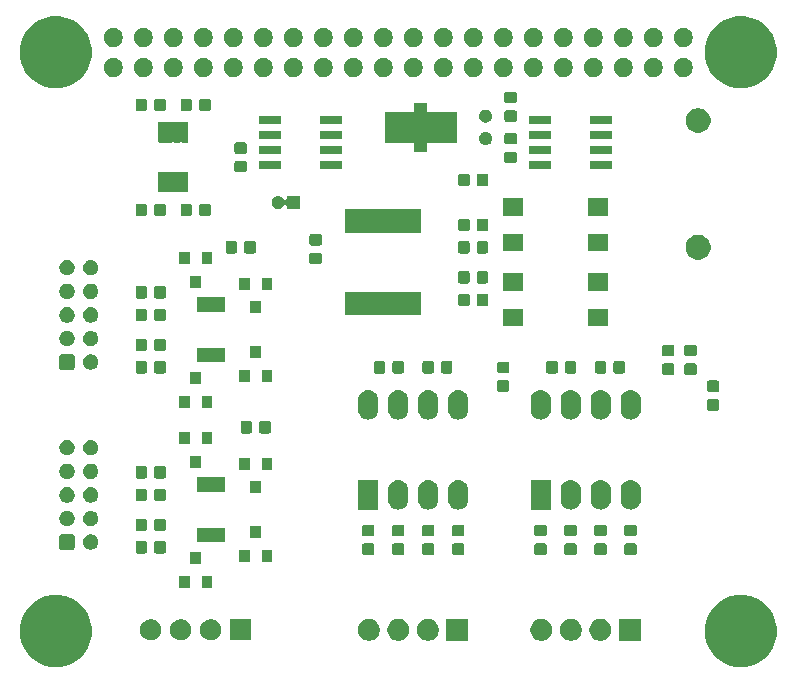
<source format=gbr>
G04 #@! TF.GenerationSoftware,KiCad,Pcbnew,5.1.5-52549c5~84~ubuntu18.04.1*
G04 #@! TF.CreationDate,2020-01-16T02:56:41-05:00*
G04 #@! TF.ProjectId,PiADC2,50694144-4332-42e6-9b69-6361645f7063,1.0*
G04 #@! TF.SameCoordinates,Original*
G04 #@! TF.FileFunction,Soldermask,Top*
G04 #@! TF.FilePolarity,Negative*
%FSLAX46Y46*%
G04 Gerber Fmt 4.6, Leading zero omitted, Abs format (unit mm)*
G04 Created by KiCad (PCBNEW 5.1.5-52549c5~84~ubuntu18.04.1) date 2020-01-16 02:56:41*
%MOMM*%
%LPD*%
G04 APERTURE LIST*
%ADD10C,0.100000*%
G04 APERTURE END LIST*
D10*
G36*
X169589943Y-123536248D02*
G01*
X170145189Y-123766238D01*
X170145190Y-123766239D01*
X170644899Y-124100134D01*
X171069866Y-124525101D01*
X171069867Y-124525103D01*
X171403762Y-125024811D01*
X171633752Y-125580057D01*
X171751000Y-126169501D01*
X171751000Y-126770499D01*
X171633752Y-127359943D01*
X171403762Y-127915189D01*
X171403761Y-127915190D01*
X171069866Y-128414899D01*
X170644899Y-128839866D01*
X170393347Y-129007948D01*
X170145189Y-129173762D01*
X169589943Y-129403752D01*
X169000499Y-129521000D01*
X168399501Y-129521000D01*
X167810057Y-129403752D01*
X167254811Y-129173762D01*
X167006653Y-129007948D01*
X166755101Y-128839866D01*
X166330134Y-128414899D01*
X165996239Y-127915190D01*
X165996238Y-127915189D01*
X165766248Y-127359943D01*
X165649000Y-126770499D01*
X165649000Y-126169501D01*
X165766248Y-125580057D01*
X165996238Y-125024811D01*
X166330133Y-124525103D01*
X166330134Y-124525101D01*
X166755101Y-124100134D01*
X167254810Y-123766239D01*
X167254811Y-123766238D01*
X167810057Y-123536248D01*
X168399501Y-123419000D01*
X169000499Y-123419000D01*
X169589943Y-123536248D01*
G37*
G36*
X111589943Y-123536248D02*
G01*
X112145189Y-123766238D01*
X112145190Y-123766239D01*
X112644899Y-124100134D01*
X113069866Y-124525101D01*
X113069867Y-124525103D01*
X113403762Y-125024811D01*
X113633752Y-125580057D01*
X113751000Y-126169501D01*
X113751000Y-126770499D01*
X113633752Y-127359943D01*
X113403762Y-127915189D01*
X113403761Y-127915190D01*
X113069866Y-128414899D01*
X112644899Y-128839866D01*
X112393347Y-129007948D01*
X112145189Y-129173762D01*
X111589943Y-129403752D01*
X111000499Y-129521000D01*
X110399501Y-129521000D01*
X109810057Y-129403752D01*
X109254811Y-129173762D01*
X109006653Y-129007948D01*
X108755101Y-128839866D01*
X108330134Y-128414899D01*
X107996239Y-127915190D01*
X107996238Y-127915189D01*
X107766248Y-127359943D01*
X107649000Y-126770499D01*
X107649000Y-126169501D01*
X107766248Y-125580057D01*
X107996238Y-125024811D01*
X108330133Y-124525103D01*
X108330134Y-124525101D01*
X108755101Y-124100134D01*
X109254810Y-123766239D01*
X109254811Y-123766238D01*
X109810057Y-123536248D01*
X110399501Y-123419000D01*
X111000499Y-123419000D01*
X111589943Y-123536248D01*
G37*
G36*
X157095104Y-125474585D02*
G01*
X157263626Y-125544389D01*
X157415291Y-125645728D01*
X157544272Y-125774709D01*
X157645611Y-125926374D01*
X157715415Y-126094896D01*
X157751000Y-126273797D01*
X157751000Y-126456203D01*
X157715415Y-126635104D01*
X157645611Y-126803626D01*
X157544272Y-126955291D01*
X157415291Y-127084272D01*
X157263626Y-127185611D01*
X157095104Y-127255415D01*
X156916203Y-127291000D01*
X156733797Y-127291000D01*
X156554896Y-127255415D01*
X156386374Y-127185611D01*
X156234709Y-127084272D01*
X156105728Y-126955291D01*
X156004389Y-126803626D01*
X155934585Y-126635104D01*
X155899000Y-126456203D01*
X155899000Y-126273797D01*
X155934585Y-126094896D01*
X156004389Y-125926374D01*
X156105728Y-125774709D01*
X156234709Y-125645728D01*
X156386374Y-125544389D01*
X156554896Y-125474585D01*
X156733797Y-125439000D01*
X156916203Y-125439000D01*
X157095104Y-125474585D01*
G37*
G36*
X160251000Y-127291000D02*
G01*
X158399000Y-127291000D01*
X158399000Y-125439000D01*
X160251000Y-125439000D01*
X160251000Y-127291000D01*
G37*
G36*
X154595104Y-125474585D02*
G01*
X154763626Y-125544389D01*
X154915291Y-125645728D01*
X155044272Y-125774709D01*
X155145611Y-125926374D01*
X155215415Y-126094896D01*
X155251000Y-126273797D01*
X155251000Y-126456203D01*
X155215415Y-126635104D01*
X155145611Y-126803626D01*
X155044272Y-126955291D01*
X154915291Y-127084272D01*
X154763626Y-127185611D01*
X154595104Y-127255415D01*
X154416203Y-127291000D01*
X154233797Y-127291000D01*
X154054896Y-127255415D01*
X153886374Y-127185611D01*
X153734709Y-127084272D01*
X153605728Y-126955291D01*
X153504389Y-126803626D01*
X153434585Y-126635104D01*
X153399000Y-126456203D01*
X153399000Y-126273797D01*
X153434585Y-126094896D01*
X153504389Y-125926374D01*
X153605728Y-125774709D01*
X153734709Y-125645728D01*
X153886374Y-125544389D01*
X154054896Y-125474585D01*
X154233797Y-125439000D01*
X154416203Y-125439000D01*
X154595104Y-125474585D01*
G37*
G36*
X139990104Y-125474585D02*
G01*
X140158626Y-125544389D01*
X140310291Y-125645728D01*
X140439272Y-125774709D01*
X140540611Y-125926374D01*
X140610415Y-126094896D01*
X140646000Y-126273797D01*
X140646000Y-126456203D01*
X140610415Y-126635104D01*
X140540611Y-126803626D01*
X140439272Y-126955291D01*
X140310291Y-127084272D01*
X140158626Y-127185611D01*
X139990104Y-127255415D01*
X139811203Y-127291000D01*
X139628797Y-127291000D01*
X139449896Y-127255415D01*
X139281374Y-127185611D01*
X139129709Y-127084272D01*
X139000728Y-126955291D01*
X138899389Y-126803626D01*
X138829585Y-126635104D01*
X138794000Y-126456203D01*
X138794000Y-126273797D01*
X138829585Y-126094896D01*
X138899389Y-125926374D01*
X139000728Y-125774709D01*
X139129709Y-125645728D01*
X139281374Y-125544389D01*
X139449896Y-125474585D01*
X139628797Y-125439000D01*
X139811203Y-125439000D01*
X139990104Y-125474585D01*
G37*
G36*
X142490104Y-125474585D02*
G01*
X142658626Y-125544389D01*
X142810291Y-125645728D01*
X142939272Y-125774709D01*
X143040611Y-125926374D01*
X143110415Y-126094896D01*
X143146000Y-126273797D01*
X143146000Y-126456203D01*
X143110415Y-126635104D01*
X143040611Y-126803626D01*
X142939272Y-126955291D01*
X142810291Y-127084272D01*
X142658626Y-127185611D01*
X142490104Y-127255415D01*
X142311203Y-127291000D01*
X142128797Y-127291000D01*
X141949896Y-127255415D01*
X141781374Y-127185611D01*
X141629709Y-127084272D01*
X141500728Y-126955291D01*
X141399389Y-126803626D01*
X141329585Y-126635104D01*
X141294000Y-126456203D01*
X141294000Y-126273797D01*
X141329585Y-126094896D01*
X141399389Y-125926374D01*
X141500728Y-125774709D01*
X141629709Y-125645728D01*
X141781374Y-125544389D01*
X141949896Y-125474585D01*
X142128797Y-125439000D01*
X142311203Y-125439000D01*
X142490104Y-125474585D01*
G37*
G36*
X137490104Y-125474585D02*
G01*
X137658626Y-125544389D01*
X137810291Y-125645728D01*
X137939272Y-125774709D01*
X138040611Y-125926374D01*
X138110415Y-126094896D01*
X138146000Y-126273797D01*
X138146000Y-126456203D01*
X138110415Y-126635104D01*
X138040611Y-126803626D01*
X137939272Y-126955291D01*
X137810291Y-127084272D01*
X137658626Y-127185611D01*
X137490104Y-127255415D01*
X137311203Y-127291000D01*
X137128797Y-127291000D01*
X136949896Y-127255415D01*
X136781374Y-127185611D01*
X136629709Y-127084272D01*
X136500728Y-126955291D01*
X136399389Y-126803626D01*
X136329585Y-126635104D01*
X136294000Y-126456203D01*
X136294000Y-126273797D01*
X136329585Y-126094896D01*
X136399389Y-125926374D01*
X136500728Y-125774709D01*
X136629709Y-125645728D01*
X136781374Y-125544389D01*
X136949896Y-125474585D01*
X137128797Y-125439000D01*
X137311203Y-125439000D01*
X137490104Y-125474585D01*
G37*
G36*
X152095104Y-125474585D02*
G01*
X152263626Y-125544389D01*
X152415291Y-125645728D01*
X152544272Y-125774709D01*
X152645611Y-125926374D01*
X152715415Y-126094896D01*
X152751000Y-126273797D01*
X152751000Y-126456203D01*
X152715415Y-126635104D01*
X152645611Y-126803626D01*
X152544272Y-126955291D01*
X152415291Y-127084272D01*
X152263626Y-127185611D01*
X152095104Y-127255415D01*
X151916203Y-127291000D01*
X151733797Y-127291000D01*
X151554896Y-127255415D01*
X151386374Y-127185611D01*
X151234709Y-127084272D01*
X151105728Y-126955291D01*
X151004389Y-126803626D01*
X150934585Y-126635104D01*
X150899000Y-126456203D01*
X150899000Y-126273797D01*
X150934585Y-126094896D01*
X151004389Y-125926374D01*
X151105728Y-125774709D01*
X151234709Y-125645728D01*
X151386374Y-125544389D01*
X151554896Y-125474585D01*
X151733797Y-125439000D01*
X151916203Y-125439000D01*
X152095104Y-125474585D01*
G37*
G36*
X145646000Y-127291000D02*
G01*
X143794000Y-127291000D01*
X143794000Y-125439000D01*
X145646000Y-125439000D01*
X145646000Y-127291000D01*
G37*
G36*
X123938512Y-125468927D02*
G01*
X124087812Y-125498624D01*
X124251784Y-125566544D01*
X124399354Y-125665147D01*
X124524853Y-125790646D01*
X124623456Y-125938216D01*
X124691376Y-126102188D01*
X124726000Y-126276259D01*
X124726000Y-126453741D01*
X124691376Y-126627812D01*
X124623456Y-126791784D01*
X124524853Y-126939354D01*
X124399354Y-127064853D01*
X124251784Y-127163456D01*
X124087812Y-127231376D01*
X123938512Y-127261073D01*
X123913742Y-127266000D01*
X123736258Y-127266000D01*
X123711488Y-127261073D01*
X123562188Y-127231376D01*
X123398216Y-127163456D01*
X123250646Y-127064853D01*
X123125147Y-126939354D01*
X123026544Y-126791784D01*
X122958624Y-126627812D01*
X122924000Y-126453741D01*
X122924000Y-126276259D01*
X122958624Y-126102188D01*
X123026544Y-125938216D01*
X123125147Y-125790646D01*
X123250646Y-125665147D01*
X123398216Y-125566544D01*
X123562188Y-125498624D01*
X123711488Y-125468927D01*
X123736258Y-125464000D01*
X123913742Y-125464000D01*
X123938512Y-125468927D01*
G37*
G36*
X118858512Y-125468927D02*
G01*
X119007812Y-125498624D01*
X119171784Y-125566544D01*
X119319354Y-125665147D01*
X119444853Y-125790646D01*
X119543456Y-125938216D01*
X119611376Y-126102188D01*
X119646000Y-126276259D01*
X119646000Y-126453741D01*
X119611376Y-126627812D01*
X119543456Y-126791784D01*
X119444853Y-126939354D01*
X119319354Y-127064853D01*
X119171784Y-127163456D01*
X119007812Y-127231376D01*
X118858512Y-127261073D01*
X118833742Y-127266000D01*
X118656258Y-127266000D01*
X118631488Y-127261073D01*
X118482188Y-127231376D01*
X118318216Y-127163456D01*
X118170646Y-127064853D01*
X118045147Y-126939354D01*
X117946544Y-126791784D01*
X117878624Y-126627812D01*
X117844000Y-126453741D01*
X117844000Y-126276259D01*
X117878624Y-126102188D01*
X117946544Y-125938216D01*
X118045147Y-125790646D01*
X118170646Y-125665147D01*
X118318216Y-125566544D01*
X118482188Y-125498624D01*
X118631488Y-125468927D01*
X118656258Y-125464000D01*
X118833742Y-125464000D01*
X118858512Y-125468927D01*
G37*
G36*
X127266000Y-127266000D02*
G01*
X125464000Y-127266000D01*
X125464000Y-125464000D01*
X127266000Y-125464000D01*
X127266000Y-127266000D01*
G37*
G36*
X121398512Y-125468927D02*
G01*
X121547812Y-125498624D01*
X121711784Y-125566544D01*
X121859354Y-125665147D01*
X121984853Y-125790646D01*
X122083456Y-125938216D01*
X122151376Y-126102188D01*
X122186000Y-126276259D01*
X122186000Y-126453741D01*
X122151376Y-126627812D01*
X122083456Y-126791784D01*
X121984853Y-126939354D01*
X121859354Y-127064853D01*
X121711784Y-127163456D01*
X121547812Y-127231376D01*
X121398512Y-127261073D01*
X121373742Y-127266000D01*
X121196258Y-127266000D01*
X121171488Y-127261073D01*
X121022188Y-127231376D01*
X120858216Y-127163456D01*
X120710646Y-127064853D01*
X120585147Y-126939354D01*
X120486544Y-126791784D01*
X120418624Y-126627812D01*
X120384000Y-126453741D01*
X120384000Y-126276259D01*
X120418624Y-126102188D01*
X120486544Y-125938216D01*
X120585147Y-125790646D01*
X120710646Y-125665147D01*
X120858216Y-125566544D01*
X121022188Y-125498624D01*
X121171488Y-125468927D01*
X121196258Y-125464000D01*
X121373742Y-125464000D01*
X121398512Y-125468927D01*
G37*
G36*
X122056000Y-122786000D02*
G01*
X121154000Y-122786000D01*
X121154000Y-121784000D01*
X122056000Y-121784000D01*
X122056000Y-122786000D01*
G37*
G36*
X123956000Y-122786000D02*
G01*
X123054000Y-122786000D01*
X123054000Y-121784000D01*
X123956000Y-121784000D01*
X123956000Y-122786000D01*
G37*
G36*
X123006000Y-120786000D02*
G01*
X122104000Y-120786000D01*
X122104000Y-119784000D01*
X123006000Y-119784000D01*
X123006000Y-120786000D01*
G37*
G36*
X127136000Y-120611000D02*
G01*
X126234000Y-120611000D01*
X126234000Y-119609000D01*
X127136000Y-119609000D01*
X127136000Y-120611000D01*
G37*
G36*
X129036000Y-120611000D02*
G01*
X128134000Y-120611000D01*
X128134000Y-119609000D01*
X129036000Y-119609000D01*
X129036000Y-120611000D01*
G37*
G36*
X145159591Y-119048085D02*
G01*
X145193569Y-119058393D01*
X145224890Y-119075134D01*
X145252339Y-119097661D01*
X145274866Y-119125110D01*
X145291607Y-119156431D01*
X145301915Y-119190409D01*
X145306000Y-119231890D01*
X145306000Y-119833110D01*
X145301915Y-119874591D01*
X145291607Y-119908569D01*
X145274866Y-119939890D01*
X145252339Y-119967339D01*
X145224890Y-119989866D01*
X145193569Y-120006607D01*
X145159591Y-120016915D01*
X145118110Y-120021000D01*
X144441890Y-120021000D01*
X144400409Y-120016915D01*
X144366431Y-120006607D01*
X144335110Y-119989866D01*
X144307661Y-119967339D01*
X144285134Y-119939890D01*
X144268393Y-119908569D01*
X144258085Y-119874591D01*
X144254000Y-119833110D01*
X144254000Y-119231890D01*
X144258085Y-119190409D01*
X144268393Y-119156431D01*
X144285134Y-119125110D01*
X144307661Y-119097661D01*
X144335110Y-119075134D01*
X144366431Y-119058393D01*
X144400409Y-119048085D01*
X144441890Y-119044000D01*
X145118110Y-119044000D01*
X145159591Y-119048085D01*
G37*
G36*
X152144591Y-119048085D02*
G01*
X152178569Y-119058393D01*
X152209890Y-119075134D01*
X152237339Y-119097661D01*
X152259866Y-119125110D01*
X152276607Y-119156431D01*
X152286915Y-119190409D01*
X152291000Y-119231890D01*
X152291000Y-119833110D01*
X152286915Y-119874591D01*
X152276607Y-119908569D01*
X152259866Y-119939890D01*
X152237339Y-119967339D01*
X152209890Y-119989866D01*
X152178569Y-120006607D01*
X152144591Y-120016915D01*
X152103110Y-120021000D01*
X151426890Y-120021000D01*
X151385409Y-120016915D01*
X151351431Y-120006607D01*
X151320110Y-119989866D01*
X151292661Y-119967339D01*
X151270134Y-119939890D01*
X151253393Y-119908569D01*
X151243085Y-119874591D01*
X151239000Y-119833110D01*
X151239000Y-119231890D01*
X151243085Y-119190409D01*
X151253393Y-119156431D01*
X151270134Y-119125110D01*
X151292661Y-119097661D01*
X151320110Y-119075134D01*
X151351431Y-119058393D01*
X151385409Y-119048085D01*
X151426890Y-119044000D01*
X152103110Y-119044000D01*
X152144591Y-119048085D01*
G37*
G36*
X154684591Y-119048085D02*
G01*
X154718569Y-119058393D01*
X154749890Y-119075134D01*
X154777339Y-119097661D01*
X154799866Y-119125110D01*
X154816607Y-119156431D01*
X154826915Y-119190409D01*
X154831000Y-119231890D01*
X154831000Y-119833110D01*
X154826915Y-119874591D01*
X154816607Y-119908569D01*
X154799866Y-119939890D01*
X154777339Y-119967339D01*
X154749890Y-119989866D01*
X154718569Y-120006607D01*
X154684591Y-120016915D01*
X154643110Y-120021000D01*
X153966890Y-120021000D01*
X153925409Y-120016915D01*
X153891431Y-120006607D01*
X153860110Y-119989866D01*
X153832661Y-119967339D01*
X153810134Y-119939890D01*
X153793393Y-119908569D01*
X153783085Y-119874591D01*
X153779000Y-119833110D01*
X153779000Y-119231890D01*
X153783085Y-119190409D01*
X153793393Y-119156431D01*
X153810134Y-119125110D01*
X153832661Y-119097661D01*
X153860110Y-119075134D01*
X153891431Y-119058393D01*
X153925409Y-119048085D01*
X153966890Y-119044000D01*
X154643110Y-119044000D01*
X154684591Y-119048085D01*
G37*
G36*
X157224591Y-119048085D02*
G01*
X157258569Y-119058393D01*
X157289890Y-119075134D01*
X157317339Y-119097661D01*
X157339866Y-119125110D01*
X157356607Y-119156431D01*
X157366915Y-119190409D01*
X157371000Y-119231890D01*
X157371000Y-119833110D01*
X157366915Y-119874591D01*
X157356607Y-119908569D01*
X157339866Y-119939890D01*
X157317339Y-119967339D01*
X157289890Y-119989866D01*
X157258569Y-120006607D01*
X157224591Y-120016915D01*
X157183110Y-120021000D01*
X156506890Y-120021000D01*
X156465409Y-120016915D01*
X156431431Y-120006607D01*
X156400110Y-119989866D01*
X156372661Y-119967339D01*
X156350134Y-119939890D01*
X156333393Y-119908569D01*
X156323085Y-119874591D01*
X156319000Y-119833110D01*
X156319000Y-119231890D01*
X156323085Y-119190409D01*
X156333393Y-119156431D01*
X156350134Y-119125110D01*
X156372661Y-119097661D01*
X156400110Y-119075134D01*
X156431431Y-119058393D01*
X156465409Y-119048085D01*
X156506890Y-119044000D01*
X157183110Y-119044000D01*
X157224591Y-119048085D01*
G37*
G36*
X159764591Y-119048085D02*
G01*
X159798569Y-119058393D01*
X159829890Y-119075134D01*
X159857339Y-119097661D01*
X159879866Y-119125110D01*
X159896607Y-119156431D01*
X159906915Y-119190409D01*
X159911000Y-119231890D01*
X159911000Y-119833110D01*
X159906915Y-119874591D01*
X159896607Y-119908569D01*
X159879866Y-119939890D01*
X159857339Y-119967339D01*
X159829890Y-119989866D01*
X159798569Y-120006607D01*
X159764591Y-120016915D01*
X159723110Y-120021000D01*
X159046890Y-120021000D01*
X159005409Y-120016915D01*
X158971431Y-120006607D01*
X158940110Y-119989866D01*
X158912661Y-119967339D01*
X158890134Y-119939890D01*
X158873393Y-119908569D01*
X158863085Y-119874591D01*
X158859000Y-119833110D01*
X158859000Y-119231890D01*
X158863085Y-119190409D01*
X158873393Y-119156431D01*
X158890134Y-119125110D01*
X158912661Y-119097661D01*
X158940110Y-119075134D01*
X158971431Y-119058393D01*
X159005409Y-119048085D01*
X159046890Y-119044000D01*
X159723110Y-119044000D01*
X159764591Y-119048085D01*
G37*
G36*
X137539591Y-119048085D02*
G01*
X137573569Y-119058393D01*
X137604890Y-119075134D01*
X137632339Y-119097661D01*
X137654866Y-119125110D01*
X137671607Y-119156431D01*
X137681915Y-119190409D01*
X137686000Y-119231890D01*
X137686000Y-119833110D01*
X137681915Y-119874591D01*
X137671607Y-119908569D01*
X137654866Y-119939890D01*
X137632339Y-119967339D01*
X137604890Y-119989866D01*
X137573569Y-120006607D01*
X137539591Y-120016915D01*
X137498110Y-120021000D01*
X136821890Y-120021000D01*
X136780409Y-120016915D01*
X136746431Y-120006607D01*
X136715110Y-119989866D01*
X136687661Y-119967339D01*
X136665134Y-119939890D01*
X136648393Y-119908569D01*
X136638085Y-119874591D01*
X136634000Y-119833110D01*
X136634000Y-119231890D01*
X136638085Y-119190409D01*
X136648393Y-119156431D01*
X136665134Y-119125110D01*
X136687661Y-119097661D01*
X136715110Y-119075134D01*
X136746431Y-119058393D01*
X136780409Y-119048085D01*
X136821890Y-119044000D01*
X137498110Y-119044000D01*
X137539591Y-119048085D01*
G37*
G36*
X142619591Y-119048085D02*
G01*
X142653569Y-119058393D01*
X142684890Y-119075134D01*
X142712339Y-119097661D01*
X142734866Y-119125110D01*
X142751607Y-119156431D01*
X142761915Y-119190409D01*
X142766000Y-119231890D01*
X142766000Y-119833110D01*
X142761915Y-119874591D01*
X142751607Y-119908569D01*
X142734866Y-119939890D01*
X142712339Y-119967339D01*
X142684890Y-119989866D01*
X142653569Y-120006607D01*
X142619591Y-120016915D01*
X142578110Y-120021000D01*
X141901890Y-120021000D01*
X141860409Y-120016915D01*
X141826431Y-120006607D01*
X141795110Y-119989866D01*
X141767661Y-119967339D01*
X141745134Y-119939890D01*
X141728393Y-119908569D01*
X141718085Y-119874591D01*
X141714000Y-119833110D01*
X141714000Y-119231890D01*
X141718085Y-119190409D01*
X141728393Y-119156431D01*
X141745134Y-119125110D01*
X141767661Y-119097661D01*
X141795110Y-119075134D01*
X141826431Y-119058393D01*
X141860409Y-119048085D01*
X141901890Y-119044000D01*
X142578110Y-119044000D01*
X142619591Y-119048085D01*
G37*
G36*
X140079591Y-119048085D02*
G01*
X140113569Y-119058393D01*
X140144890Y-119075134D01*
X140172339Y-119097661D01*
X140194866Y-119125110D01*
X140211607Y-119156431D01*
X140221915Y-119190409D01*
X140226000Y-119231890D01*
X140226000Y-119833110D01*
X140221915Y-119874591D01*
X140211607Y-119908569D01*
X140194866Y-119939890D01*
X140172339Y-119967339D01*
X140144890Y-119989866D01*
X140113569Y-120006607D01*
X140079591Y-120016915D01*
X140038110Y-120021000D01*
X139361890Y-120021000D01*
X139320409Y-120016915D01*
X139286431Y-120006607D01*
X139255110Y-119989866D01*
X139227661Y-119967339D01*
X139205134Y-119939890D01*
X139188393Y-119908569D01*
X139178085Y-119874591D01*
X139174000Y-119833110D01*
X139174000Y-119231890D01*
X139178085Y-119190409D01*
X139188393Y-119156431D01*
X139205134Y-119125110D01*
X139227661Y-119097661D01*
X139255110Y-119075134D01*
X139286431Y-119058393D01*
X139320409Y-119048085D01*
X139361890Y-119044000D01*
X140038110Y-119044000D01*
X140079591Y-119048085D01*
G37*
G36*
X118299591Y-118858085D02*
G01*
X118333569Y-118868393D01*
X118364890Y-118885134D01*
X118392339Y-118907661D01*
X118414866Y-118935110D01*
X118431607Y-118966431D01*
X118441915Y-119000409D01*
X118446000Y-119041890D01*
X118446000Y-119718110D01*
X118441915Y-119759591D01*
X118431607Y-119793569D01*
X118414866Y-119824890D01*
X118392339Y-119852339D01*
X118364890Y-119874866D01*
X118333569Y-119891607D01*
X118299591Y-119901915D01*
X118258110Y-119906000D01*
X117656890Y-119906000D01*
X117615409Y-119901915D01*
X117581431Y-119891607D01*
X117550110Y-119874866D01*
X117522661Y-119852339D01*
X117500134Y-119824890D01*
X117483393Y-119793569D01*
X117473085Y-119759591D01*
X117469000Y-119718110D01*
X117469000Y-119041890D01*
X117473085Y-119000409D01*
X117483393Y-118966431D01*
X117500134Y-118935110D01*
X117522661Y-118907661D01*
X117550110Y-118885134D01*
X117581431Y-118868393D01*
X117615409Y-118858085D01*
X117656890Y-118854000D01*
X118258110Y-118854000D01*
X118299591Y-118858085D01*
G37*
G36*
X119874591Y-118858085D02*
G01*
X119908569Y-118868393D01*
X119939890Y-118885134D01*
X119967339Y-118907661D01*
X119989866Y-118935110D01*
X120006607Y-118966431D01*
X120016915Y-119000409D01*
X120021000Y-119041890D01*
X120021000Y-119718110D01*
X120016915Y-119759591D01*
X120006607Y-119793569D01*
X119989866Y-119824890D01*
X119967339Y-119852339D01*
X119939890Y-119874866D01*
X119908569Y-119891607D01*
X119874591Y-119901915D01*
X119833110Y-119906000D01*
X119231890Y-119906000D01*
X119190409Y-119901915D01*
X119156431Y-119891607D01*
X119125110Y-119874866D01*
X119097661Y-119852339D01*
X119075134Y-119824890D01*
X119058393Y-119793569D01*
X119048085Y-119759591D01*
X119044000Y-119718110D01*
X119044000Y-119041890D01*
X119048085Y-119000409D01*
X119058393Y-118966431D01*
X119075134Y-118935110D01*
X119097661Y-118907661D01*
X119125110Y-118885134D01*
X119156431Y-118868393D01*
X119190409Y-118858085D01*
X119231890Y-118854000D01*
X119833110Y-118854000D01*
X119874591Y-118858085D01*
G37*
G36*
X113854890Y-118309017D02*
G01*
X113935771Y-118342519D01*
X113973364Y-118358091D01*
X114079988Y-118429335D01*
X114170665Y-118520012D01*
X114241909Y-118626636D01*
X114290983Y-118745110D01*
X114316000Y-118870882D01*
X114316000Y-118999118D01*
X114290983Y-119124890D01*
X114241909Y-119243364D01*
X114170665Y-119349988D01*
X114079988Y-119440665D01*
X113973364Y-119511909D01*
X113973363Y-119511910D01*
X113973362Y-119511910D01*
X113854890Y-119560983D01*
X113729119Y-119586000D01*
X113600881Y-119586000D01*
X113475110Y-119560983D01*
X113356638Y-119511910D01*
X113356637Y-119511910D01*
X113356636Y-119511909D01*
X113250012Y-119440665D01*
X113159335Y-119349988D01*
X113088091Y-119243364D01*
X113039017Y-119124890D01*
X113014000Y-118999118D01*
X113014000Y-118870882D01*
X113039017Y-118745110D01*
X113088091Y-118626636D01*
X113159335Y-118520012D01*
X113250012Y-118429335D01*
X113356636Y-118358091D01*
X113394230Y-118342519D01*
X113475110Y-118309017D01*
X113600881Y-118284000D01*
X113729119Y-118284000D01*
X113854890Y-118309017D01*
G37*
G36*
X112156242Y-118288404D02*
G01*
X112193337Y-118299657D01*
X112227515Y-118317925D01*
X112257481Y-118342519D01*
X112282075Y-118372485D01*
X112300343Y-118406663D01*
X112311596Y-118443758D01*
X112316000Y-118488474D01*
X112316000Y-119381526D01*
X112311596Y-119426242D01*
X112300343Y-119463337D01*
X112282075Y-119497515D01*
X112257481Y-119527481D01*
X112227515Y-119552075D01*
X112193337Y-119570343D01*
X112156242Y-119581596D01*
X112111526Y-119586000D01*
X111218474Y-119586000D01*
X111173758Y-119581596D01*
X111136663Y-119570343D01*
X111102485Y-119552075D01*
X111072519Y-119527481D01*
X111047925Y-119497515D01*
X111029657Y-119463337D01*
X111018404Y-119426242D01*
X111014000Y-119381526D01*
X111014000Y-118488474D01*
X111018404Y-118443758D01*
X111029657Y-118406663D01*
X111047925Y-118372485D01*
X111072519Y-118342519D01*
X111102485Y-118317925D01*
X111136663Y-118299657D01*
X111173758Y-118288404D01*
X111218474Y-118284000D01*
X112111526Y-118284000D01*
X112156242Y-118288404D01*
G37*
G36*
X125001000Y-118956000D02*
G01*
X122649000Y-118956000D01*
X122649000Y-117754000D01*
X125001000Y-117754000D01*
X125001000Y-118956000D01*
G37*
G36*
X128086000Y-118611000D02*
G01*
X127184000Y-118611000D01*
X127184000Y-117609000D01*
X128086000Y-117609000D01*
X128086000Y-118611000D01*
G37*
G36*
X152144591Y-117473085D02*
G01*
X152178569Y-117483393D01*
X152209890Y-117500134D01*
X152237339Y-117522661D01*
X152259866Y-117550110D01*
X152276607Y-117581431D01*
X152286915Y-117615409D01*
X152291000Y-117656890D01*
X152291000Y-118258110D01*
X152286915Y-118299591D01*
X152276607Y-118333569D01*
X152259866Y-118364890D01*
X152237339Y-118392339D01*
X152209890Y-118414866D01*
X152178569Y-118431607D01*
X152144591Y-118441915D01*
X152103110Y-118446000D01*
X151426890Y-118446000D01*
X151385409Y-118441915D01*
X151351431Y-118431607D01*
X151320110Y-118414866D01*
X151292661Y-118392339D01*
X151270134Y-118364890D01*
X151253393Y-118333569D01*
X151243085Y-118299591D01*
X151239000Y-118258110D01*
X151239000Y-117656890D01*
X151243085Y-117615409D01*
X151253393Y-117581431D01*
X151270134Y-117550110D01*
X151292661Y-117522661D01*
X151320110Y-117500134D01*
X151351431Y-117483393D01*
X151385409Y-117473085D01*
X151426890Y-117469000D01*
X152103110Y-117469000D01*
X152144591Y-117473085D01*
G37*
G36*
X159764591Y-117473085D02*
G01*
X159798569Y-117483393D01*
X159829890Y-117500134D01*
X159857339Y-117522661D01*
X159879866Y-117550110D01*
X159896607Y-117581431D01*
X159906915Y-117615409D01*
X159911000Y-117656890D01*
X159911000Y-118258110D01*
X159906915Y-118299591D01*
X159896607Y-118333569D01*
X159879866Y-118364890D01*
X159857339Y-118392339D01*
X159829890Y-118414866D01*
X159798569Y-118431607D01*
X159764591Y-118441915D01*
X159723110Y-118446000D01*
X159046890Y-118446000D01*
X159005409Y-118441915D01*
X158971431Y-118431607D01*
X158940110Y-118414866D01*
X158912661Y-118392339D01*
X158890134Y-118364890D01*
X158873393Y-118333569D01*
X158863085Y-118299591D01*
X158859000Y-118258110D01*
X158859000Y-117656890D01*
X158863085Y-117615409D01*
X158873393Y-117581431D01*
X158890134Y-117550110D01*
X158912661Y-117522661D01*
X158940110Y-117500134D01*
X158971431Y-117483393D01*
X159005409Y-117473085D01*
X159046890Y-117469000D01*
X159723110Y-117469000D01*
X159764591Y-117473085D01*
G37*
G36*
X154684591Y-117473085D02*
G01*
X154718569Y-117483393D01*
X154749890Y-117500134D01*
X154777339Y-117522661D01*
X154799866Y-117550110D01*
X154816607Y-117581431D01*
X154826915Y-117615409D01*
X154831000Y-117656890D01*
X154831000Y-118258110D01*
X154826915Y-118299591D01*
X154816607Y-118333569D01*
X154799866Y-118364890D01*
X154777339Y-118392339D01*
X154749890Y-118414866D01*
X154718569Y-118431607D01*
X154684591Y-118441915D01*
X154643110Y-118446000D01*
X153966890Y-118446000D01*
X153925409Y-118441915D01*
X153891431Y-118431607D01*
X153860110Y-118414866D01*
X153832661Y-118392339D01*
X153810134Y-118364890D01*
X153793393Y-118333569D01*
X153783085Y-118299591D01*
X153779000Y-118258110D01*
X153779000Y-117656890D01*
X153783085Y-117615409D01*
X153793393Y-117581431D01*
X153810134Y-117550110D01*
X153832661Y-117522661D01*
X153860110Y-117500134D01*
X153891431Y-117483393D01*
X153925409Y-117473085D01*
X153966890Y-117469000D01*
X154643110Y-117469000D01*
X154684591Y-117473085D01*
G37*
G36*
X157224591Y-117473085D02*
G01*
X157258569Y-117483393D01*
X157289890Y-117500134D01*
X157317339Y-117522661D01*
X157339866Y-117550110D01*
X157356607Y-117581431D01*
X157366915Y-117615409D01*
X157371000Y-117656890D01*
X157371000Y-118258110D01*
X157366915Y-118299591D01*
X157356607Y-118333569D01*
X157339866Y-118364890D01*
X157317339Y-118392339D01*
X157289890Y-118414866D01*
X157258569Y-118431607D01*
X157224591Y-118441915D01*
X157183110Y-118446000D01*
X156506890Y-118446000D01*
X156465409Y-118441915D01*
X156431431Y-118431607D01*
X156400110Y-118414866D01*
X156372661Y-118392339D01*
X156350134Y-118364890D01*
X156333393Y-118333569D01*
X156323085Y-118299591D01*
X156319000Y-118258110D01*
X156319000Y-117656890D01*
X156323085Y-117615409D01*
X156333393Y-117581431D01*
X156350134Y-117550110D01*
X156372661Y-117522661D01*
X156400110Y-117500134D01*
X156431431Y-117483393D01*
X156465409Y-117473085D01*
X156506890Y-117469000D01*
X157183110Y-117469000D01*
X157224591Y-117473085D01*
G37*
G36*
X140079591Y-117473085D02*
G01*
X140113569Y-117483393D01*
X140144890Y-117500134D01*
X140172339Y-117522661D01*
X140194866Y-117550110D01*
X140211607Y-117581431D01*
X140221915Y-117615409D01*
X140226000Y-117656890D01*
X140226000Y-118258110D01*
X140221915Y-118299591D01*
X140211607Y-118333569D01*
X140194866Y-118364890D01*
X140172339Y-118392339D01*
X140144890Y-118414866D01*
X140113569Y-118431607D01*
X140079591Y-118441915D01*
X140038110Y-118446000D01*
X139361890Y-118446000D01*
X139320409Y-118441915D01*
X139286431Y-118431607D01*
X139255110Y-118414866D01*
X139227661Y-118392339D01*
X139205134Y-118364890D01*
X139188393Y-118333569D01*
X139178085Y-118299591D01*
X139174000Y-118258110D01*
X139174000Y-117656890D01*
X139178085Y-117615409D01*
X139188393Y-117581431D01*
X139205134Y-117550110D01*
X139227661Y-117522661D01*
X139255110Y-117500134D01*
X139286431Y-117483393D01*
X139320409Y-117473085D01*
X139361890Y-117469000D01*
X140038110Y-117469000D01*
X140079591Y-117473085D01*
G37*
G36*
X137539591Y-117473085D02*
G01*
X137573569Y-117483393D01*
X137604890Y-117500134D01*
X137632339Y-117522661D01*
X137654866Y-117550110D01*
X137671607Y-117581431D01*
X137681915Y-117615409D01*
X137686000Y-117656890D01*
X137686000Y-118258110D01*
X137681915Y-118299591D01*
X137671607Y-118333569D01*
X137654866Y-118364890D01*
X137632339Y-118392339D01*
X137604890Y-118414866D01*
X137573569Y-118431607D01*
X137539591Y-118441915D01*
X137498110Y-118446000D01*
X136821890Y-118446000D01*
X136780409Y-118441915D01*
X136746431Y-118431607D01*
X136715110Y-118414866D01*
X136687661Y-118392339D01*
X136665134Y-118364890D01*
X136648393Y-118333569D01*
X136638085Y-118299591D01*
X136634000Y-118258110D01*
X136634000Y-117656890D01*
X136638085Y-117615409D01*
X136648393Y-117581431D01*
X136665134Y-117550110D01*
X136687661Y-117522661D01*
X136715110Y-117500134D01*
X136746431Y-117483393D01*
X136780409Y-117473085D01*
X136821890Y-117469000D01*
X137498110Y-117469000D01*
X137539591Y-117473085D01*
G37*
G36*
X145159591Y-117473085D02*
G01*
X145193569Y-117483393D01*
X145224890Y-117500134D01*
X145252339Y-117522661D01*
X145274866Y-117550110D01*
X145291607Y-117581431D01*
X145301915Y-117615409D01*
X145306000Y-117656890D01*
X145306000Y-118258110D01*
X145301915Y-118299591D01*
X145291607Y-118333569D01*
X145274866Y-118364890D01*
X145252339Y-118392339D01*
X145224890Y-118414866D01*
X145193569Y-118431607D01*
X145159591Y-118441915D01*
X145118110Y-118446000D01*
X144441890Y-118446000D01*
X144400409Y-118441915D01*
X144366431Y-118431607D01*
X144335110Y-118414866D01*
X144307661Y-118392339D01*
X144285134Y-118364890D01*
X144268393Y-118333569D01*
X144258085Y-118299591D01*
X144254000Y-118258110D01*
X144254000Y-117656890D01*
X144258085Y-117615409D01*
X144268393Y-117581431D01*
X144285134Y-117550110D01*
X144307661Y-117522661D01*
X144335110Y-117500134D01*
X144366431Y-117483393D01*
X144400409Y-117473085D01*
X144441890Y-117469000D01*
X145118110Y-117469000D01*
X145159591Y-117473085D01*
G37*
G36*
X142619591Y-117473085D02*
G01*
X142653569Y-117483393D01*
X142684890Y-117500134D01*
X142712339Y-117522661D01*
X142734866Y-117550110D01*
X142751607Y-117581431D01*
X142761915Y-117615409D01*
X142766000Y-117656890D01*
X142766000Y-118258110D01*
X142761915Y-118299591D01*
X142751607Y-118333569D01*
X142734866Y-118364890D01*
X142712339Y-118392339D01*
X142684890Y-118414866D01*
X142653569Y-118431607D01*
X142619591Y-118441915D01*
X142578110Y-118446000D01*
X141901890Y-118446000D01*
X141860409Y-118441915D01*
X141826431Y-118431607D01*
X141795110Y-118414866D01*
X141767661Y-118392339D01*
X141745134Y-118364890D01*
X141728393Y-118333569D01*
X141718085Y-118299591D01*
X141714000Y-118258110D01*
X141714000Y-117656890D01*
X141718085Y-117615409D01*
X141728393Y-117581431D01*
X141745134Y-117550110D01*
X141767661Y-117522661D01*
X141795110Y-117500134D01*
X141826431Y-117483393D01*
X141860409Y-117473085D01*
X141901890Y-117469000D01*
X142578110Y-117469000D01*
X142619591Y-117473085D01*
G37*
G36*
X119874591Y-116953085D02*
G01*
X119908569Y-116963393D01*
X119939890Y-116980134D01*
X119967339Y-117002661D01*
X119989866Y-117030110D01*
X120006607Y-117061431D01*
X120016915Y-117095409D01*
X120021000Y-117136890D01*
X120021000Y-117813110D01*
X120016915Y-117854591D01*
X120006607Y-117888569D01*
X119989866Y-117919890D01*
X119967339Y-117947339D01*
X119939890Y-117969866D01*
X119908569Y-117986607D01*
X119874591Y-117996915D01*
X119833110Y-118001000D01*
X119231890Y-118001000D01*
X119190409Y-117996915D01*
X119156431Y-117986607D01*
X119125110Y-117969866D01*
X119097661Y-117947339D01*
X119075134Y-117919890D01*
X119058393Y-117888569D01*
X119048085Y-117854591D01*
X119044000Y-117813110D01*
X119044000Y-117136890D01*
X119048085Y-117095409D01*
X119058393Y-117061431D01*
X119075134Y-117030110D01*
X119097661Y-117002661D01*
X119125110Y-116980134D01*
X119156431Y-116963393D01*
X119190409Y-116953085D01*
X119231890Y-116949000D01*
X119833110Y-116949000D01*
X119874591Y-116953085D01*
G37*
G36*
X118299591Y-116953085D02*
G01*
X118333569Y-116963393D01*
X118364890Y-116980134D01*
X118392339Y-117002661D01*
X118414866Y-117030110D01*
X118431607Y-117061431D01*
X118441915Y-117095409D01*
X118446000Y-117136890D01*
X118446000Y-117813110D01*
X118441915Y-117854591D01*
X118431607Y-117888569D01*
X118414866Y-117919890D01*
X118392339Y-117947339D01*
X118364890Y-117969866D01*
X118333569Y-117986607D01*
X118299591Y-117996915D01*
X118258110Y-118001000D01*
X117656890Y-118001000D01*
X117615409Y-117996915D01*
X117581431Y-117986607D01*
X117550110Y-117969866D01*
X117522661Y-117947339D01*
X117500134Y-117919890D01*
X117483393Y-117888569D01*
X117473085Y-117854591D01*
X117469000Y-117813110D01*
X117469000Y-117136890D01*
X117473085Y-117095409D01*
X117483393Y-117061431D01*
X117500134Y-117030110D01*
X117522661Y-117002661D01*
X117550110Y-116980134D01*
X117581431Y-116963393D01*
X117615409Y-116953085D01*
X117656890Y-116949000D01*
X118258110Y-116949000D01*
X118299591Y-116953085D01*
G37*
G36*
X111854890Y-116309017D02*
G01*
X111973364Y-116358091D01*
X112079988Y-116429335D01*
X112170665Y-116520012D01*
X112241910Y-116626638D01*
X112290983Y-116745110D01*
X112316000Y-116870881D01*
X112316000Y-116999119D01*
X112296847Y-117095409D01*
X112290983Y-117124890D01*
X112241909Y-117243364D01*
X112170665Y-117349988D01*
X112079988Y-117440665D01*
X111973364Y-117511909D01*
X111973363Y-117511910D01*
X111973362Y-117511910D01*
X111854890Y-117560983D01*
X111729119Y-117586000D01*
X111600881Y-117586000D01*
X111475110Y-117560983D01*
X111356638Y-117511910D01*
X111356637Y-117511910D01*
X111356636Y-117511909D01*
X111250012Y-117440665D01*
X111159335Y-117349988D01*
X111088091Y-117243364D01*
X111039017Y-117124890D01*
X111033153Y-117095409D01*
X111014000Y-116999119D01*
X111014000Y-116870881D01*
X111039017Y-116745110D01*
X111088090Y-116626638D01*
X111159335Y-116520012D01*
X111250012Y-116429335D01*
X111356636Y-116358091D01*
X111475110Y-116309017D01*
X111600881Y-116284000D01*
X111729119Y-116284000D01*
X111854890Y-116309017D01*
G37*
G36*
X113854890Y-116309017D02*
G01*
X113973364Y-116358091D01*
X114079988Y-116429335D01*
X114170665Y-116520012D01*
X114241910Y-116626638D01*
X114290983Y-116745110D01*
X114316000Y-116870881D01*
X114316000Y-116999119D01*
X114296847Y-117095409D01*
X114290983Y-117124890D01*
X114241909Y-117243364D01*
X114170665Y-117349988D01*
X114079988Y-117440665D01*
X113973364Y-117511909D01*
X113973363Y-117511910D01*
X113973362Y-117511910D01*
X113854890Y-117560983D01*
X113729119Y-117586000D01*
X113600881Y-117586000D01*
X113475110Y-117560983D01*
X113356638Y-117511910D01*
X113356637Y-117511910D01*
X113356636Y-117511909D01*
X113250012Y-117440665D01*
X113159335Y-117349988D01*
X113088091Y-117243364D01*
X113039017Y-117124890D01*
X113033153Y-117095409D01*
X113014000Y-116999119D01*
X113014000Y-116870881D01*
X113039017Y-116745110D01*
X113088090Y-116626638D01*
X113159335Y-116520012D01*
X113250012Y-116429335D01*
X113356636Y-116358091D01*
X113475110Y-116309017D01*
X113600881Y-116284000D01*
X113729119Y-116284000D01*
X113854890Y-116309017D01*
G37*
G36*
X139866822Y-113696313D02*
G01*
X140027241Y-113744976D01*
X140175077Y-113823995D01*
X140304659Y-113930341D01*
X140411004Y-114059922D01*
X140411005Y-114059924D01*
X140490024Y-114207758D01*
X140538687Y-114368177D01*
X140551000Y-114493196D01*
X140551000Y-115376803D01*
X140538687Y-115501822D01*
X140490024Y-115662242D01*
X140419114Y-115794906D01*
X140411004Y-115810078D01*
X140304659Y-115939659D01*
X140175078Y-116046004D01*
X140175076Y-116046005D01*
X140027242Y-116125024D01*
X139866823Y-116173687D01*
X139700000Y-116190117D01*
X139533178Y-116173687D01*
X139372759Y-116125024D01*
X139224925Y-116046005D01*
X139224923Y-116046004D01*
X139095342Y-115939659D01*
X138988997Y-115810078D01*
X138980887Y-115794906D01*
X138909977Y-115662242D01*
X138861314Y-115501823D01*
X138849000Y-115376803D01*
X138849000Y-114493197D01*
X138861313Y-114368178D01*
X138909976Y-114207759D01*
X138988995Y-114059923D01*
X139095341Y-113930341D01*
X139224922Y-113823996D01*
X139240094Y-113815886D01*
X139372758Y-113744976D01*
X139533177Y-113696313D01*
X139700000Y-113679883D01*
X139866822Y-113696313D01*
G37*
G36*
X142406822Y-113696313D02*
G01*
X142567241Y-113744976D01*
X142715077Y-113823995D01*
X142844659Y-113930341D01*
X142951004Y-114059922D01*
X142951005Y-114059924D01*
X143030024Y-114207758D01*
X143078687Y-114368177D01*
X143091000Y-114493196D01*
X143091000Y-115376803D01*
X143078687Y-115501822D01*
X143030024Y-115662242D01*
X142959114Y-115794906D01*
X142951004Y-115810078D01*
X142844659Y-115939659D01*
X142715078Y-116046004D01*
X142715076Y-116046005D01*
X142567242Y-116125024D01*
X142406823Y-116173687D01*
X142240000Y-116190117D01*
X142073178Y-116173687D01*
X141912759Y-116125024D01*
X141764925Y-116046005D01*
X141764923Y-116046004D01*
X141635342Y-115939659D01*
X141528997Y-115810078D01*
X141520887Y-115794906D01*
X141449977Y-115662242D01*
X141401314Y-115501823D01*
X141389000Y-115376803D01*
X141389000Y-114493197D01*
X141401313Y-114368178D01*
X141449976Y-114207759D01*
X141528995Y-114059923D01*
X141635341Y-113930341D01*
X141764922Y-113823996D01*
X141780094Y-113815886D01*
X141912758Y-113744976D01*
X142073177Y-113696313D01*
X142240000Y-113679883D01*
X142406822Y-113696313D01*
G37*
G36*
X159551822Y-113696313D02*
G01*
X159712241Y-113744976D01*
X159860077Y-113823995D01*
X159989659Y-113930341D01*
X160096004Y-114059922D01*
X160096005Y-114059924D01*
X160175024Y-114207758D01*
X160223687Y-114368177D01*
X160236000Y-114493196D01*
X160236000Y-115376803D01*
X160223687Y-115501822D01*
X160175024Y-115662242D01*
X160104114Y-115794906D01*
X160096004Y-115810078D01*
X159989659Y-115939659D01*
X159860078Y-116046004D01*
X159860076Y-116046005D01*
X159712242Y-116125024D01*
X159551823Y-116173687D01*
X159385000Y-116190117D01*
X159218178Y-116173687D01*
X159057759Y-116125024D01*
X158909925Y-116046005D01*
X158909923Y-116046004D01*
X158780342Y-115939659D01*
X158673997Y-115810078D01*
X158665887Y-115794906D01*
X158594977Y-115662242D01*
X158546314Y-115501823D01*
X158534000Y-115376803D01*
X158534000Y-114493197D01*
X158546313Y-114368178D01*
X158594976Y-114207759D01*
X158673995Y-114059923D01*
X158780341Y-113930341D01*
X158909922Y-113823996D01*
X158925094Y-113815886D01*
X159057758Y-113744976D01*
X159218177Y-113696313D01*
X159385000Y-113679883D01*
X159551822Y-113696313D01*
G37*
G36*
X144946822Y-113696313D02*
G01*
X145107241Y-113744976D01*
X145255077Y-113823995D01*
X145384659Y-113930341D01*
X145491004Y-114059922D01*
X145491005Y-114059924D01*
X145570024Y-114207758D01*
X145618687Y-114368177D01*
X145631000Y-114493196D01*
X145631000Y-115376803D01*
X145618687Y-115501822D01*
X145570024Y-115662242D01*
X145499114Y-115794906D01*
X145491004Y-115810078D01*
X145384659Y-115939659D01*
X145255078Y-116046004D01*
X145255076Y-116046005D01*
X145107242Y-116125024D01*
X144946823Y-116173687D01*
X144780000Y-116190117D01*
X144613178Y-116173687D01*
X144452759Y-116125024D01*
X144304925Y-116046005D01*
X144304923Y-116046004D01*
X144175342Y-115939659D01*
X144068997Y-115810078D01*
X144060887Y-115794906D01*
X143989977Y-115662242D01*
X143941314Y-115501823D01*
X143929000Y-115376803D01*
X143929000Y-114493197D01*
X143941313Y-114368178D01*
X143989976Y-114207759D01*
X144068995Y-114059923D01*
X144175341Y-113930341D01*
X144304922Y-113823996D01*
X144320094Y-113815886D01*
X144452758Y-113744976D01*
X144613177Y-113696313D01*
X144780000Y-113679883D01*
X144946822Y-113696313D01*
G37*
G36*
X157011822Y-113696313D02*
G01*
X157172241Y-113744976D01*
X157320077Y-113823995D01*
X157449659Y-113930341D01*
X157556004Y-114059922D01*
X157556005Y-114059924D01*
X157635024Y-114207758D01*
X157683687Y-114368177D01*
X157696000Y-114493196D01*
X157696000Y-115376803D01*
X157683687Y-115501822D01*
X157635024Y-115662242D01*
X157564114Y-115794906D01*
X157556004Y-115810078D01*
X157449659Y-115939659D01*
X157320078Y-116046004D01*
X157320076Y-116046005D01*
X157172242Y-116125024D01*
X157011823Y-116173687D01*
X156845000Y-116190117D01*
X156678178Y-116173687D01*
X156517759Y-116125024D01*
X156369925Y-116046005D01*
X156369923Y-116046004D01*
X156240342Y-115939659D01*
X156133997Y-115810078D01*
X156125887Y-115794906D01*
X156054977Y-115662242D01*
X156006314Y-115501823D01*
X155994000Y-115376803D01*
X155994000Y-114493197D01*
X156006313Y-114368178D01*
X156054976Y-114207759D01*
X156133995Y-114059923D01*
X156240341Y-113930341D01*
X156369922Y-113823996D01*
X156385094Y-113815886D01*
X156517758Y-113744976D01*
X156678177Y-113696313D01*
X156845000Y-113679883D01*
X157011822Y-113696313D01*
G37*
G36*
X154471822Y-113696313D02*
G01*
X154632241Y-113744976D01*
X154780077Y-113823995D01*
X154909659Y-113930341D01*
X155016004Y-114059922D01*
X155016005Y-114059924D01*
X155095024Y-114207758D01*
X155143687Y-114368177D01*
X155156000Y-114493196D01*
X155156000Y-115376803D01*
X155143687Y-115501822D01*
X155095024Y-115662242D01*
X155024114Y-115794906D01*
X155016004Y-115810078D01*
X154909659Y-115939659D01*
X154780078Y-116046004D01*
X154780076Y-116046005D01*
X154632242Y-116125024D01*
X154471823Y-116173687D01*
X154305000Y-116190117D01*
X154138178Y-116173687D01*
X153977759Y-116125024D01*
X153829925Y-116046005D01*
X153829923Y-116046004D01*
X153700342Y-115939659D01*
X153593997Y-115810078D01*
X153585887Y-115794906D01*
X153514977Y-115662242D01*
X153466314Y-115501823D01*
X153454000Y-115376803D01*
X153454000Y-114493197D01*
X153466313Y-114368178D01*
X153514976Y-114207759D01*
X153593995Y-114059923D01*
X153700341Y-113930341D01*
X153829922Y-113823996D01*
X153845094Y-113815886D01*
X153977758Y-113744976D01*
X154138177Y-113696313D01*
X154305000Y-113679883D01*
X154471822Y-113696313D01*
G37*
G36*
X138011000Y-116186000D02*
G01*
X136309000Y-116186000D01*
X136309000Y-113684000D01*
X138011000Y-113684000D01*
X138011000Y-116186000D01*
G37*
G36*
X152616000Y-116186000D02*
G01*
X150914000Y-116186000D01*
X150914000Y-113684000D01*
X152616000Y-113684000D01*
X152616000Y-116186000D01*
G37*
G36*
X113854890Y-114309017D02*
G01*
X113973364Y-114358091D01*
X114079988Y-114429335D01*
X114170665Y-114520012D01*
X114241909Y-114626636D01*
X114290983Y-114745110D01*
X114316000Y-114870882D01*
X114316000Y-114999118D01*
X114290983Y-115124890D01*
X114241909Y-115243364D01*
X114170665Y-115349988D01*
X114079988Y-115440665D01*
X113973364Y-115511909D01*
X113973363Y-115511910D01*
X113973362Y-115511910D01*
X113854890Y-115560983D01*
X113729119Y-115586000D01*
X113600881Y-115586000D01*
X113475110Y-115560983D01*
X113356638Y-115511910D01*
X113356637Y-115511910D01*
X113356636Y-115511909D01*
X113250012Y-115440665D01*
X113159335Y-115349988D01*
X113088091Y-115243364D01*
X113039017Y-115124890D01*
X113014000Y-114999118D01*
X113014000Y-114870882D01*
X113039017Y-114745110D01*
X113088091Y-114626636D01*
X113159335Y-114520012D01*
X113250012Y-114429335D01*
X113356636Y-114358091D01*
X113475110Y-114309017D01*
X113600881Y-114284000D01*
X113729119Y-114284000D01*
X113854890Y-114309017D01*
G37*
G36*
X111854890Y-114309017D02*
G01*
X111973364Y-114358091D01*
X112079988Y-114429335D01*
X112170665Y-114520012D01*
X112241909Y-114626636D01*
X112290983Y-114745110D01*
X112316000Y-114870882D01*
X112316000Y-114999118D01*
X112290983Y-115124890D01*
X112241909Y-115243364D01*
X112170665Y-115349988D01*
X112079988Y-115440665D01*
X111973364Y-115511909D01*
X111973363Y-115511910D01*
X111973362Y-115511910D01*
X111854890Y-115560983D01*
X111729119Y-115586000D01*
X111600881Y-115586000D01*
X111475110Y-115560983D01*
X111356638Y-115511910D01*
X111356637Y-115511910D01*
X111356636Y-115511909D01*
X111250012Y-115440665D01*
X111159335Y-115349988D01*
X111088091Y-115243364D01*
X111039017Y-115124890D01*
X111014000Y-114999118D01*
X111014000Y-114870882D01*
X111039017Y-114745110D01*
X111088091Y-114626636D01*
X111159335Y-114520012D01*
X111250012Y-114429335D01*
X111356636Y-114358091D01*
X111475110Y-114309017D01*
X111600881Y-114284000D01*
X111729119Y-114284000D01*
X111854890Y-114309017D01*
G37*
G36*
X118299591Y-114413085D02*
G01*
X118333569Y-114423393D01*
X118364890Y-114440134D01*
X118392339Y-114462661D01*
X118414866Y-114490110D01*
X118431607Y-114521431D01*
X118441915Y-114555409D01*
X118446000Y-114596890D01*
X118446000Y-115273110D01*
X118441915Y-115314591D01*
X118431607Y-115348569D01*
X118414866Y-115379890D01*
X118392339Y-115407339D01*
X118364890Y-115429866D01*
X118333569Y-115446607D01*
X118299591Y-115456915D01*
X118258110Y-115461000D01*
X117656890Y-115461000D01*
X117615409Y-115456915D01*
X117581431Y-115446607D01*
X117550110Y-115429866D01*
X117522661Y-115407339D01*
X117500134Y-115379890D01*
X117483393Y-115348569D01*
X117473085Y-115314591D01*
X117469000Y-115273110D01*
X117469000Y-114596890D01*
X117473085Y-114555409D01*
X117483393Y-114521431D01*
X117500134Y-114490110D01*
X117522661Y-114462661D01*
X117550110Y-114440134D01*
X117581431Y-114423393D01*
X117615409Y-114413085D01*
X117656890Y-114409000D01*
X118258110Y-114409000D01*
X118299591Y-114413085D01*
G37*
G36*
X119874591Y-114413085D02*
G01*
X119908569Y-114423393D01*
X119939890Y-114440134D01*
X119967339Y-114462661D01*
X119989866Y-114490110D01*
X120006607Y-114521431D01*
X120016915Y-114555409D01*
X120021000Y-114596890D01*
X120021000Y-115273110D01*
X120016915Y-115314591D01*
X120006607Y-115348569D01*
X119989866Y-115379890D01*
X119967339Y-115407339D01*
X119939890Y-115429866D01*
X119908569Y-115446607D01*
X119874591Y-115456915D01*
X119833110Y-115461000D01*
X119231890Y-115461000D01*
X119190409Y-115456915D01*
X119156431Y-115446607D01*
X119125110Y-115429866D01*
X119097661Y-115407339D01*
X119075134Y-115379890D01*
X119058393Y-115348569D01*
X119048085Y-115314591D01*
X119044000Y-115273110D01*
X119044000Y-114596890D01*
X119048085Y-114555409D01*
X119058393Y-114521431D01*
X119075134Y-114490110D01*
X119097661Y-114462661D01*
X119125110Y-114440134D01*
X119156431Y-114423393D01*
X119190409Y-114413085D01*
X119231890Y-114409000D01*
X119833110Y-114409000D01*
X119874591Y-114413085D01*
G37*
G36*
X128086000Y-114801000D02*
G01*
X127184000Y-114801000D01*
X127184000Y-113799000D01*
X128086000Y-113799000D01*
X128086000Y-114801000D01*
G37*
G36*
X125001000Y-114656000D02*
G01*
X122649000Y-114656000D01*
X122649000Y-113454000D01*
X125001000Y-113454000D01*
X125001000Y-114656000D01*
G37*
G36*
X113854890Y-112309017D02*
G01*
X113973364Y-112358091D01*
X114079988Y-112429335D01*
X114170665Y-112520012D01*
X114241909Y-112626636D01*
X114290983Y-112745110D01*
X114316000Y-112870882D01*
X114316000Y-112999118D01*
X114290983Y-113124890D01*
X114241909Y-113243364D01*
X114170665Y-113349988D01*
X114079988Y-113440665D01*
X113973364Y-113511909D01*
X113973363Y-113511910D01*
X113973362Y-113511910D01*
X113854890Y-113560983D01*
X113729119Y-113586000D01*
X113600881Y-113586000D01*
X113475110Y-113560983D01*
X113356638Y-113511910D01*
X113356637Y-113511910D01*
X113356636Y-113511909D01*
X113250012Y-113440665D01*
X113159335Y-113349988D01*
X113088091Y-113243364D01*
X113039017Y-113124890D01*
X113014000Y-112999118D01*
X113014000Y-112870882D01*
X113039017Y-112745110D01*
X113088091Y-112626636D01*
X113159335Y-112520012D01*
X113250012Y-112429335D01*
X113356636Y-112358091D01*
X113475110Y-112309017D01*
X113600881Y-112284000D01*
X113729119Y-112284000D01*
X113854890Y-112309017D01*
G37*
G36*
X111854890Y-112309017D02*
G01*
X111973364Y-112358091D01*
X112079988Y-112429335D01*
X112170665Y-112520012D01*
X112241909Y-112626636D01*
X112290983Y-112745110D01*
X112316000Y-112870882D01*
X112316000Y-112999118D01*
X112290983Y-113124890D01*
X112241909Y-113243364D01*
X112170665Y-113349988D01*
X112079988Y-113440665D01*
X111973364Y-113511909D01*
X111973363Y-113511910D01*
X111973362Y-113511910D01*
X111854890Y-113560983D01*
X111729119Y-113586000D01*
X111600881Y-113586000D01*
X111475110Y-113560983D01*
X111356638Y-113511910D01*
X111356637Y-113511910D01*
X111356636Y-113511909D01*
X111250012Y-113440665D01*
X111159335Y-113349988D01*
X111088091Y-113243364D01*
X111039017Y-113124890D01*
X111014000Y-112999118D01*
X111014000Y-112870882D01*
X111039017Y-112745110D01*
X111088091Y-112626636D01*
X111159335Y-112520012D01*
X111250012Y-112429335D01*
X111356636Y-112358091D01*
X111475110Y-112309017D01*
X111600881Y-112284000D01*
X111729119Y-112284000D01*
X111854890Y-112309017D01*
G37*
G36*
X119874591Y-112508085D02*
G01*
X119908569Y-112518393D01*
X119939890Y-112535134D01*
X119967339Y-112557661D01*
X119989866Y-112585110D01*
X120006607Y-112616431D01*
X120016915Y-112650409D01*
X120021000Y-112691890D01*
X120021000Y-113368110D01*
X120016915Y-113409591D01*
X120006607Y-113443569D01*
X119989866Y-113474890D01*
X119967339Y-113502339D01*
X119939890Y-113524866D01*
X119908569Y-113541607D01*
X119874591Y-113551915D01*
X119833110Y-113556000D01*
X119231890Y-113556000D01*
X119190409Y-113551915D01*
X119156431Y-113541607D01*
X119125110Y-113524866D01*
X119097661Y-113502339D01*
X119075134Y-113474890D01*
X119058393Y-113443569D01*
X119048085Y-113409591D01*
X119044000Y-113368110D01*
X119044000Y-112691890D01*
X119048085Y-112650409D01*
X119058393Y-112616431D01*
X119075134Y-112585110D01*
X119097661Y-112557661D01*
X119125110Y-112535134D01*
X119156431Y-112518393D01*
X119190409Y-112508085D01*
X119231890Y-112504000D01*
X119833110Y-112504000D01*
X119874591Y-112508085D01*
G37*
G36*
X118299591Y-112508085D02*
G01*
X118333569Y-112518393D01*
X118364890Y-112535134D01*
X118392339Y-112557661D01*
X118414866Y-112585110D01*
X118431607Y-112616431D01*
X118441915Y-112650409D01*
X118446000Y-112691890D01*
X118446000Y-113368110D01*
X118441915Y-113409591D01*
X118431607Y-113443569D01*
X118414866Y-113474890D01*
X118392339Y-113502339D01*
X118364890Y-113524866D01*
X118333569Y-113541607D01*
X118299591Y-113551915D01*
X118258110Y-113556000D01*
X117656890Y-113556000D01*
X117615409Y-113551915D01*
X117581431Y-113541607D01*
X117550110Y-113524866D01*
X117522661Y-113502339D01*
X117500134Y-113474890D01*
X117483393Y-113443569D01*
X117473085Y-113409591D01*
X117469000Y-113368110D01*
X117469000Y-112691890D01*
X117473085Y-112650409D01*
X117483393Y-112616431D01*
X117500134Y-112585110D01*
X117522661Y-112557661D01*
X117550110Y-112535134D01*
X117581431Y-112518393D01*
X117615409Y-112508085D01*
X117656890Y-112504000D01*
X118258110Y-112504000D01*
X118299591Y-112508085D01*
G37*
G36*
X129036000Y-112801000D02*
G01*
X128134000Y-112801000D01*
X128134000Y-111799000D01*
X129036000Y-111799000D01*
X129036000Y-112801000D01*
G37*
G36*
X127136000Y-112801000D02*
G01*
X126234000Y-112801000D01*
X126234000Y-111799000D01*
X127136000Y-111799000D01*
X127136000Y-112801000D01*
G37*
G36*
X123006000Y-112626000D02*
G01*
X122104000Y-112626000D01*
X122104000Y-111624000D01*
X123006000Y-111624000D01*
X123006000Y-112626000D01*
G37*
G36*
X111854890Y-110309017D02*
G01*
X111973364Y-110358091D01*
X112079988Y-110429335D01*
X112170665Y-110520012D01*
X112241909Y-110626636D01*
X112290983Y-110745110D01*
X112316000Y-110870882D01*
X112316000Y-110999118D01*
X112290983Y-111124890D01*
X112241909Y-111243364D01*
X112170665Y-111349988D01*
X112079988Y-111440665D01*
X111973364Y-111511909D01*
X111973363Y-111511910D01*
X111973362Y-111511910D01*
X111854890Y-111560983D01*
X111729119Y-111586000D01*
X111600881Y-111586000D01*
X111475110Y-111560983D01*
X111356638Y-111511910D01*
X111356637Y-111511910D01*
X111356636Y-111511909D01*
X111250012Y-111440665D01*
X111159335Y-111349988D01*
X111088091Y-111243364D01*
X111039017Y-111124890D01*
X111014000Y-110999118D01*
X111014000Y-110870882D01*
X111039017Y-110745110D01*
X111088091Y-110626636D01*
X111159335Y-110520012D01*
X111250012Y-110429335D01*
X111356636Y-110358091D01*
X111475110Y-110309017D01*
X111600881Y-110284000D01*
X111729119Y-110284000D01*
X111854890Y-110309017D01*
G37*
G36*
X113854890Y-110309017D02*
G01*
X113973364Y-110358091D01*
X114079988Y-110429335D01*
X114170665Y-110520012D01*
X114241909Y-110626636D01*
X114290983Y-110745110D01*
X114316000Y-110870882D01*
X114316000Y-110999118D01*
X114290983Y-111124890D01*
X114241909Y-111243364D01*
X114170665Y-111349988D01*
X114079988Y-111440665D01*
X113973364Y-111511909D01*
X113973363Y-111511910D01*
X113973362Y-111511910D01*
X113854890Y-111560983D01*
X113729119Y-111586000D01*
X113600881Y-111586000D01*
X113475110Y-111560983D01*
X113356638Y-111511910D01*
X113356637Y-111511910D01*
X113356636Y-111511909D01*
X113250012Y-111440665D01*
X113159335Y-111349988D01*
X113088091Y-111243364D01*
X113039017Y-111124890D01*
X113014000Y-110999118D01*
X113014000Y-110870882D01*
X113039017Y-110745110D01*
X113088091Y-110626636D01*
X113159335Y-110520012D01*
X113250012Y-110429335D01*
X113356636Y-110358091D01*
X113475110Y-110309017D01*
X113600881Y-110284000D01*
X113729119Y-110284000D01*
X113854890Y-110309017D01*
G37*
G36*
X122056000Y-110626000D02*
G01*
X121154000Y-110626000D01*
X121154000Y-109624000D01*
X122056000Y-109624000D01*
X122056000Y-110626000D01*
G37*
G36*
X123956000Y-110626000D02*
G01*
X123054000Y-110626000D01*
X123054000Y-109624000D01*
X123956000Y-109624000D01*
X123956000Y-110626000D01*
G37*
G36*
X127189591Y-108698085D02*
G01*
X127223569Y-108708393D01*
X127254890Y-108725134D01*
X127282339Y-108747661D01*
X127304866Y-108775110D01*
X127321607Y-108806431D01*
X127331915Y-108840409D01*
X127336000Y-108881890D01*
X127336000Y-109558110D01*
X127331915Y-109599591D01*
X127321607Y-109633569D01*
X127304866Y-109664890D01*
X127282339Y-109692339D01*
X127254890Y-109714866D01*
X127223569Y-109731607D01*
X127189591Y-109741915D01*
X127148110Y-109746000D01*
X126546890Y-109746000D01*
X126505409Y-109741915D01*
X126471431Y-109731607D01*
X126440110Y-109714866D01*
X126412661Y-109692339D01*
X126390134Y-109664890D01*
X126373393Y-109633569D01*
X126363085Y-109599591D01*
X126359000Y-109558110D01*
X126359000Y-108881890D01*
X126363085Y-108840409D01*
X126373393Y-108806431D01*
X126390134Y-108775110D01*
X126412661Y-108747661D01*
X126440110Y-108725134D01*
X126471431Y-108708393D01*
X126505409Y-108698085D01*
X126546890Y-108694000D01*
X127148110Y-108694000D01*
X127189591Y-108698085D01*
G37*
G36*
X128764591Y-108698085D02*
G01*
X128798569Y-108708393D01*
X128829890Y-108725134D01*
X128857339Y-108747661D01*
X128879866Y-108775110D01*
X128896607Y-108806431D01*
X128906915Y-108840409D01*
X128911000Y-108881890D01*
X128911000Y-109558110D01*
X128906915Y-109599591D01*
X128896607Y-109633569D01*
X128879866Y-109664890D01*
X128857339Y-109692339D01*
X128829890Y-109714866D01*
X128798569Y-109731607D01*
X128764591Y-109741915D01*
X128723110Y-109746000D01*
X128121890Y-109746000D01*
X128080409Y-109741915D01*
X128046431Y-109731607D01*
X128015110Y-109714866D01*
X127987661Y-109692339D01*
X127965134Y-109664890D01*
X127948393Y-109633569D01*
X127938085Y-109599591D01*
X127934000Y-109558110D01*
X127934000Y-108881890D01*
X127938085Y-108840409D01*
X127948393Y-108806431D01*
X127965134Y-108775110D01*
X127987661Y-108747661D01*
X128015110Y-108725134D01*
X128046431Y-108708393D01*
X128080409Y-108698085D01*
X128121890Y-108694000D01*
X128723110Y-108694000D01*
X128764591Y-108698085D01*
G37*
G36*
X154471822Y-106076313D02*
G01*
X154632241Y-106124976D01*
X154780077Y-106203995D01*
X154909659Y-106310341D01*
X155016004Y-106439922D01*
X155016005Y-106439924D01*
X155095024Y-106587758D01*
X155143687Y-106748177D01*
X155156000Y-106873196D01*
X155156000Y-107756803D01*
X155143687Y-107881822D01*
X155095024Y-108042242D01*
X155024114Y-108174906D01*
X155016004Y-108190078D01*
X154909659Y-108319659D01*
X154780078Y-108426004D01*
X154780076Y-108426005D01*
X154632242Y-108505024D01*
X154471823Y-108553687D01*
X154305000Y-108570117D01*
X154138178Y-108553687D01*
X153977759Y-108505024D01*
X153829925Y-108426005D01*
X153829923Y-108426004D01*
X153700342Y-108319659D01*
X153593997Y-108190078D01*
X153585887Y-108174906D01*
X153514977Y-108042242D01*
X153466314Y-107881823D01*
X153454000Y-107756803D01*
X153454000Y-106873197D01*
X153466313Y-106748178D01*
X153514976Y-106587759D01*
X153593995Y-106439923D01*
X153700341Y-106310341D01*
X153829922Y-106203996D01*
X153845094Y-106195886D01*
X153977758Y-106124976D01*
X154138177Y-106076313D01*
X154305000Y-106059883D01*
X154471822Y-106076313D01*
G37*
G36*
X151931822Y-106076313D02*
G01*
X152092241Y-106124976D01*
X152240077Y-106203995D01*
X152369659Y-106310341D01*
X152476004Y-106439922D01*
X152476005Y-106439924D01*
X152555024Y-106587758D01*
X152603687Y-106748177D01*
X152616000Y-106873196D01*
X152616000Y-107756803D01*
X152603687Y-107881822D01*
X152555024Y-108042242D01*
X152484114Y-108174906D01*
X152476004Y-108190078D01*
X152369659Y-108319659D01*
X152240078Y-108426004D01*
X152240076Y-108426005D01*
X152092242Y-108505024D01*
X151931823Y-108553687D01*
X151765000Y-108570117D01*
X151598178Y-108553687D01*
X151437759Y-108505024D01*
X151289925Y-108426005D01*
X151289923Y-108426004D01*
X151160342Y-108319659D01*
X151053997Y-108190078D01*
X151045887Y-108174906D01*
X150974977Y-108042242D01*
X150926314Y-107881823D01*
X150914000Y-107756803D01*
X150914000Y-106873197D01*
X150926313Y-106748178D01*
X150974976Y-106587759D01*
X151053995Y-106439923D01*
X151160341Y-106310341D01*
X151289922Y-106203996D01*
X151305094Y-106195886D01*
X151437758Y-106124976D01*
X151598177Y-106076313D01*
X151765000Y-106059883D01*
X151931822Y-106076313D01*
G37*
G36*
X137326822Y-106076313D02*
G01*
X137487241Y-106124976D01*
X137635077Y-106203995D01*
X137764659Y-106310341D01*
X137871004Y-106439922D01*
X137871005Y-106439924D01*
X137950024Y-106587758D01*
X137998687Y-106748177D01*
X138011000Y-106873196D01*
X138011000Y-107756803D01*
X137998687Y-107881822D01*
X137950024Y-108042242D01*
X137879114Y-108174906D01*
X137871004Y-108190078D01*
X137764659Y-108319659D01*
X137635078Y-108426004D01*
X137635076Y-108426005D01*
X137487242Y-108505024D01*
X137326823Y-108553687D01*
X137160000Y-108570117D01*
X136993178Y-108553687D01*
X136832759Y-108505024D01*
X136684925Y-108426005D01*
X136684923Y-108426004D01*
X136555342Y-108319659D01*
X136448997Y-108190078D01*
X136440887Y-108174906D01*
X136369977Y-108042242D01*
X136321314Y-107881823D01*
X136309000Y-107756803D01*
X136309000Y-106873197D01*
X136321313Y-106748178D01*
X136369976Y-106587759D01*
X136448995Y-106439923D01*
X136555341Y-106310341D01*
X136684922Y-106203996D01*
X136700094Y-106195886D01*
X136832758Y-106124976D01*
X136993177Y-106076313D01*
X137160000Y-106059883D01*
X137326822Y-106076313D01*
G37*
G36*
X139866822Y-106076313D02*
G01*
X140027241Y-106124976D01*
X140175077Y-106203995D01*
X140304659Y-106310341D01*
X140411004Y-106439922D01*
X140411005Y-106439924D01*
X140490024Y-106587758D01*
X140538687Y-106748177D01*
X140551000Y-106873196D01*
X140551000Y-107756803D01*
X140538687Y-107881822D01*
X140490024Y-108042242D01*
X140419114Y-108174906D01*
X140411004Y-108190078D01*
X140304659Y-108319659D01*
X140175078Y-108426004D01*
X140175076Y-108426005D01*
X140027242Y-108505024D01*
X139866823Y-108553687D01*
X139700000Y-108570117D01*
X139533178Y-108553687D01*
X139372759Y-108505024D01*
X139224925Y-108426005D01*
X139224923Y-108426004D01*
X139095342Y-108319659D01*
X138988997Y-108190078D01*
X138980887Y-108174906D01*
X138909977Y-108042242D01*
X138861314Y-107881823D01*
X138849000Y-107756803D01*
X138849000Y-106873197D01*
X138861313Y-106748178D01*
X138909976Y-106587759D01*
X138988995Y-106439923D01*
X139095341Y-106310341D01*
X139224922Y-106203996D01*
X139240094Y-106195886D01*
X139372758Y-106124976D01*
X139533177Y-106076313D01*
X139700000Y-106059883D01*
X139866822Y-106076313D01*
G37*
G36*
X142406822Y-106076313D02*
G01*
X142567241Y-106124976D01*
X142715077Y-106203995D01*
X142844659Y-106310341D01*
X142951004Y-106439922D01*
X142951005Y-106439924D01*
X143030024Y-106587758D01*
X143078687Y-106748177D01*
X143091000Y-106873196D01*
X143091000Y-107756803D01*
X143078687Y-107881822D01*
X143030024Y-108042242D01*
X142959114Y-108174906D01*
X142951004Y-108190078D01*
X142844659Y-108319659D01*
X142715078Y-108426004D01*
X142715076Y-108426005D01*
X142567242Y-108505024D01*
X142406823Y-108553687D01*
X142240000Y-108570117D01*
X142073178Y-108553687D01*
X141912759Y-108505024D01*
X141764925Y-108426005D01*
X141764923Y-108426004D01*
X141635342Y-108319659D01*
X141528997Y-108190078D01*
X141520887Y-108174906D01*
X141449977Y-108042242D01*
X141401314Y-107881823D01*
X141389000Y-107756803D01*
X141389000Y-106873197D01*
X141401313Y-106748178D01*
X141449976Y-106587759D01*
X141528995Y-106439923D01*
X141635341Y-106310341D01*
X141764922Y-106203996D01*
X141780094Y-106195886D01*
X141912758Y-106124976D01*
X142073177Y-106076313D01*
X142240000Y-106059883D01*
X142406822Y-106076313D01*
G37*
G36*
X144946822Y-106076313D02*
G01*
X145107241Y-106124976D01*
X145255077Y-106203995D01*
X145384659Y-106310341D01*
X145491004Y-106439922D01*
X145491005Y-106439924D01*
X145570024Y-106587758D01*
X145618687Y-106748177D01*
X145631000Y-106873196D01*
X145631000Y-107756803D01*
X145618687Y-107881822D01*
X145570024Y-108042242D01*
X145499114Y-108174906D01*
X145491004Y-108190078D01*
X145384659Y-108319659D01*
X145255078Y-108426004D01*
X145255076Y-108426005D01*
X145107242Y-108505024D01*
X144946823Y-108553687D01*
X144780000Y-108570117D01*
X144613178Y-108553687D01*
X144452759Y-108505024D01*
X144304925Y-108426005D01*
X144304923Y-108426004D01*
X144175342Y-108319659D01*
X144068997Y-108190078D01*
X144060887Y-108174906D01*
X143989977Y-108042242D01*
X143941314Y-107881823D01*
X143929000Y-107756803D01*
X143929000Y-106873197D01*
X143941313Y-106748178D01*
X143989976Y-106587759D01*
X144068995Y-106439923D01*
X144175341Y-106310341D01*
X144304922Y-106203996D01*
X144320094Y-106195886D01*
X144452758Y-106124976D01*
X144613177Y-106076313D01*
X144780000Y-106059883D01*
X144946822Y-106076313D01*
G37*
G36*
X159551822Y-106076313D02*
G01*
X159712241Y-106124976D01*
X159860077Y-106203995D01*
X159989659Y-106310341D01*
X160096004Y-106439922D01*
X160096005Y-106439924D01*
X160175024Y-106587758D01*
X160223687Y-106748177D01*
X160236000Y-106873196D01*
X160236000Y-107756803D01*
X160223687Y-107881822D01*
X160175024Y-108042242D01*
X160104114Y-108174906D01*
X160096004Y-108190078D01*
X159989659Y-108319659D01*
X159860078Y-108426004D01*
X159860076Y-108426005D01*
X159712242Y-108505024D01*
X159551823Y-108553687D01*
X159385000Y-108570117D01*
X159218178Y-108553687D01*
X159057759Y-108505024D01*
X158909925Y-108426005D01*
X158909923Y-108426004D01*
X158780342Y-108319659D01*
X158673997Y-108190078D01*
X158665887Y-108174906D01*
X158594977Y-108042242D01*
X158546314Y-107881823D01*
X158534000Y-107756803D01*
X158534000Y-106873197D01*
X158546313Y-106748178D01*
X158594976Y-106587759D01*
X158673995Y-106439923D01*
X158780341Y-106310341D01*
X158909922Y-106203996D01*
X158925094Y-106195886D01*
X159057758Y-106124976D01*
X159218177Y-106076313D01*
X159385000Y-106059883D01*
X159551822Y-106076313D01*
G37*
G36*
X157011822Y-106076313D02*
G01*
X157172241Y-106124976D01*
X157320077Y-106203995D01*
X157449659Y-106310341D01*
X157556004Y-106439922D01*
X157556005Y-106439924D01*
X157635024Y-106587758D01*
X157683687Y-106748177D01*
X157696000Y-106873196D01*
X157696000Y-107756803D01*
X157683687Y-107881822D01*
X157635024Y-108042242D01*
X157564114Y-108174906D01*
X157556004Y-108190078D01*
X157449659Y-108319659D01*
X157320078Y-108426004D01*
X157320076Y-108426005D01*
X157172242Y-108505024D01*
X157011823Y-108553687D01*
X156845000Y-108570117D01*
X156678178Y-108553687D01*
X156517759Y-108505024D01*
X156369925Y-108426005D01*
X156369923Y-108426004D01*
X156240342Y-108319659D01*
X156133997Y-108190078D01*
X156125887Y-108174906D01*
X156054977Y-108042242D01*
X156006314Y-107881823D01*
X155994000Y-107756803D01*
X155994000Y-106873197D01*
X156006313Y-106748178D01*
X156054976Y-106587759D01*
X156133995Y-106439923D01*
X156240341Y-106310341D01*
X156369922Y-106203996D01*
X156385094Y-106195886D01*
X156517758Y-106124976D01*
X156678177Y-106076313D01*
X156845000Y-106059883D01*
X157011822Y-106076313D01*
G37*
G36*
X166749591Y-106830585D02*
G01*
X166783569Y-106840893D01*
X166814890Y-106857634D01*
X166842339Y-106880161D01*
X166864866Y-106907610D01*
X166881607Y-106938931D01*
X166891915Y-106972909D01*
X166896000Y-107014390D01*
X166896000Y-107615610D01*
X166891915Y-107657091D01*
X166881607Y-107691069D01*
X166864866Y-107722390D01*
X166842339Y-107749839D01*
X166814890Y-107772366D01*
X166783569Y-107789107D01*
X166749591Y-107799415D01*
X166708110Y-107803500D01*
X166031890Y-107803500D01*
X165990409Y-107799415D01*
X165956431Y-107789107D01*
X165925110Y-107772366D01*
X165897661Y-107749839D01*
X165875134Y-107722390D01*
X165858393Y-107691069D01*
X165848085Y-107657091D01*
X165844000Y-107615610D01*
X165844000Y-107014390D01*
X165848085Y-106972909D01*
X165858393Y-106938931D01*
X165875134Y-106907610D01*
X165897661Y-106880161D01*
X165925110Y-106857634D01*
X165956431Y-106840893D01*
X165990409Y-106830585D01*
X166031890Y-106826500D01*
X166708110Y-106826500D01*
X166749591Y-106830585D01*
G37*
G36*
X122056000Y-107546000D02*
G01*
X121154000Y-107546000D01*
X121154000Y-106544000D01*
X122056000Y-106544000D01*
X122056000Y-107546000D01*
G37*
G36*
X123956000Y-107546000D02*
G01*
X123054000Y-107546000D01*
X123054000Y-106544000D01*
X123956000Y-106544000D01*
X123956000Y-107546000D01*
G37*
G36*
X166749591Y-105255585D02*
G01*
X166783569Y-105265893D01*
X166814890Y-105282634D01*
X166842339Y-105305161D01*
X166864866Y-105332610D01*
X166881607Y-105363931D01*
X166891915Y-105397909D01*
X166896000Y-105439390D01*
X166896000Y-106040610D01*
X166891915Y-106082091D01*
X166881607Y-106116069D01*
X166864866Y-106147390D01*
X166842339Y-106174839D01*
X166814890Y-106197366D01*
X166783569Y-106214107D01*
X166749591Y-106224415D01*
X166708110Y-106228500D01*
X166031890Y-106228500D01*
X165990409Y-106224415D01*
X165956431Y-106214107D01*
X165925110Y-106197366D01*
X165897661Y-106174839D01*
X165875134Y-106147390D01*
X165858393Y-106116069D01*
X165848085Y-106082091D01*
X165844000Y-106040610D01*
X165844000Y-105439390D01*
X165848085Y-105397909D01*
X165858393Y-105363931D01*
X165875134Y-105332610D01*
X165897661Y-105305161D01*
X165925110Y-105282634D01*
X165956431Y-105265893D01*
X165990409Y-105255585D01*
X166031890Y-105251500D01*
X166708110Y-105251500D01*
X166749591Y-105255585D01*
G37*
G36*
X148969591Y-105230585D02*
G01*
X149003569Y-105240893D01*
X149034890Y-105257634D01*
X149062339Y-105280161D01*
X149084866Y-105307610D01*
X149101607Y-105338931D01*
X149111915Y-105372909D01*
X149116000Y-105414390D01*
X149116000Y-106015610D01*
X149111915Y-106057091D01*
X149101607Y-106091069D01*
X149084866Y-106122390D01*
X149062339Y-106149839D01*
X149034890Y-106172366D01*
X149003569Y-106189107D01*
X148969591Y-106199415D01*
X148928110Y-106203500D01*
X148251890Y-106203500D01*
X148210409Y-106199415D01*
X148176431Y-106189107D01*
X148145110Y-106172366D01*
X148117661Y-106149839D01*
X148095134Y-106122390D01*
X148078393Y-106091069D01*
X148068085Y-106057091D01*
X148064000Y-106015610D01*
X148064000Y-105414390D01*
X148068085Y-105372909D01*
X148078393Y-105338931D01*
X148095134Y-105307610D01*
X148117661Y-105280161D01*
X148145110Y-105257634D01*
X148176431Y-105240893D01*
X148210409Y-105230585D01*
X148251890Y-105226500D01*
X148928110Y-105226500D01*
X148969591Y-105230585D01*
G37*
G36*
X123006000Y-105546000D02*
G01*
X122104000Y-105546000D01*
X122104000Y-104544000D01*
X123006000Y-104544000D01*
X123006000Y-105546000D01*
G37*
G36*
X129036000Y-105371000D02*
G01*
X128134000Y-105371000D01*
X128134000Y-104369000D01*
X129036000Y-104369000D01*
X129036000Y-105371000D01*
G37*
G36*
X127136000Y-105371000D02*
G01*
X126234000Y-105371000D01*
X126234000Y-104369000D01*
X127136000Y-104369000D01*
X127136000Y-105371000D01*
G37*
G36*
X162939591Y-103808085D02*
G01*
X162973569Y-103818393D01*
X163004890Y-103835134D01*
X163032339Y-103857661D01*
X163054866Y-103885110D01*
X163071607Y-103916431D01*
X163081915Y-103950409D01*
X163086000Y-103991890D01*
X163086000Y-104593110D01*
X163081915Y-104634591D01*
X163071607Y-104668569D01*
X163054866Y-104699890D01*
X163032339Y-104727339D01*
X163004890Y-104749866D01*
X162973569Y-104766607D01*
X162939591Y-104776915D01*
X162898110Y-104781000D01*
X162221890Y-104781000D01*
X162180409Y-104776915D01*
X162146431Y-104766607D01*
X162115110Y-104749866D01*
X162087661Y-104727339D01*
X162065134Y-104699890D01*
X162048393Y-104668569D01*
X162038085Y-104634591D01*
X162034000Y-104593110D01*
X162034000Y-103991890D01*
X162038085Y-103950409D01*
X162048393Y-103916431D01*
X162065134Y-103885110D01*
X162087661Y-103857661D01*
X162115110Y-103835134D01*
X162146431Y-103818393D01*
X162180409Y-103808085D01*
X162221890Y-103804000D01*
X162898110Y-103804000D01*
X162939591Y-103808085D01*
G37*
G36*
X164844591Y-103808085D02*
G01*
X164878569Y-103818393D01*
X164909890Y-103835134D01*
X164937339Y-103857661D01*
X164959866Y-103885110D01*
X164976607Y-103916431D01*
X164986915Y-103950409D01*
X164991000Y-103991890D01*
X164991000Y-104593110D01*
X164986915Y-104634591D01*
X164976607Y-104668569D01*
X164959866Y-104699890D01*
X164937339Y-104727339D01*
X164909890Y-104749866D01*
X164878569Y-104766607D01*
X164844591Y-104776915D01*
X164803110Y-104781000D01*
X164126890Y-104781000D01*
X164085409Y-104776915D01*
X164051431Y-104766607D01*
X164020110Y-104749866D01*
X163992661Y-104727339D01*
X163970134Y-104699890D01*
X163953393Y-104668569D01*
X163943085Y-104634591D01*
X163939000Y-104593110D01*
X163939000Y-103991890D01*
X163943085Y-103950409D01*
X163953393Y-103916431D01*
X163970134Y-103885110D01*
X163992661Y-103857661D01*
X164020110Y-103835134D01*
X164051431Y-103818393D01*
X164085409Y-103808085D01*
X164126890Y-103804000D01*
X164803110Y-103804000D01*
X164844591Y-103808085D01*
G37*
G36*
X157187091Y-103618085D02*
G01*
X157221069Y-103628393D01*
X157252390Y-103645134D01*
X157279839Y-103667661D01*
X157302366Y-103695110D01*
X157319107Y-103726431D01*
X157329415Y-103760409D01*
X157333500Y-103801890D01*
X157333500Y-104478110D01*
X157329415Y-104519591D01*
X157319107Y-104553569D01*
X157302366Y-104584890D01*
X157279839Y-104612339D01*
X157252390Y-104634866D01*
X157221069Y-104651607D01*
X157187091Y-104661915D01*
X157145610Y-104666000D01*
X156544390Y-104666000D01*
X156502909Y-104661915D01*
X156468931Y-104651607D01*
X156437610Y-104634866D01*
X156410161Y-104612339D01*
X156387634Y-104584890D01*
X156370893Y-104553569D01*
X156360585Y-104519591D01*
X156356500Y-104478110D01*
X156356500Y-103801890D01*
X156360585Y-103760409D01*
X156370893Y-103726431D01*
X156387634Y-103695110D01*
X156410161Y-103667661D01*
X156437610Y-103645134D01*
X156468931Y-103628393D01*
X156502909Y-103618085D01*
X156544390Y-103614000D01*
X157145610Y-103614000D01*
X157187091Y-103618085D01*
G37*
G36*
X158762091Y-103618085D02*
G01*
X158796069Y-103628393D01*
X158827390Y-103645134D01*
X158854839Y-103667661D01*
X158877366Y-103695110D01*
X158894107Y-103726431D01*
X158904415Y-103760409D01*
X158908500Y-103801890D01*
X158908500Y-104478110D01*
X158904415Y-104519591D01*
X158894107Y-104553569D01*
X158877366Y-104584890D01*
X158854839Y-104612339D01*
X158827390Y-104634866D01*
X158796069Y-104651607D01*
X158762091Y-104661915D01*
X158720610Y-104666000D01*
X158119390Y-104666000D01*
X158077909Y-104661915D01*
X158043931Y-104651607D01*
X158012610Y-104634866D01*
X157985161Y-104612339D01*
X157962634Y-104584890D01*
X157945893Y-104553569D01*
X157935585Y-104519591D01*
X157931500Y-104478110D01*
X157931500Y-103801890D01*
X157935585Y-103760409D01*
X157945893Y-103726431D01*
X157962634Y-103695110D01*
X157985161Y-103667661D01*
X158012610Y-103645134D01*
X158043931Y-103628393D01*
X158077909Y-103618085D01*
X158119390Y-103614000D01*
X158720610Y-103614000D01*
X158762091Y-103618085D01*
G37*
G36*
X154647091Y-103618085D02*
G01*
X154681069Y-103628393D01*
X154712390Y-103645134D01*
X154739839Y-103667661D01*
X154762366Y-103695110D01*
X154779107Y-103726431D01*
X154789415Y-103760409D01*
X154793500Y-103801890D01*
X154793500Y-104478110D01*
X154789415Y-104519591D01*
X154779107Y-104553569D01*
X154762366Y-104584890D01*
X154739839Y-104612339D01*
X154712390Y-104634866D01*
X154681069Y-104651607D01*
X154647091Y-104661915D01*
X154605610Y-104666000D01*
X154004390Y-104666000D01*
X153962909Y-104661915D01*
X153928931Y-104651607D01*
X153897610Y-104634866D01*
X153870161Y-104612339D01*
X153847634Y-104584890D01*
X153830893Y-104553569D01*
X153820585Y-104519591D01*
X153816500Y-104478110D01*
X153816500Y-103801890D01*
X153820585Y-103760409D01*
X153830893Y-103726431D01*
X153847634Y-103695110D01*
X153870161Y-103667661D01*
X153897610Y-103645134D01*
X153928931Y-103628393D01*
X153962909Y-103618085D01*
X154004390Y-103614000D01*
X154605610Y-103614000D01*
X154647091Y-103618085D01*
G37*
G36*
X153072091Y-103618085D02*
G01*
X153106069Y-103628393D01*
X153137390Y-103645134D01*
X153164839Y-103667661D01*
X153187366Y-103695110D01*
X153204107Y-103726431D01*
X153214415Y-103760409D01*
X153218500Y-103801890D01*
X153218500Y-104478110D01*
X153214415Y-104519591D01*
X153204107Y-104553569D01*
X153187366Y-104584890D01*
X153164839Y-104612339D01*
X153137390Y-104634866D01*
X153106069Y-104651607D01*
X153072091Y-104661915D01*
X153030610Y-104666000D01*
X152429390Y-104666000D01*
X152387909Y-104661915D01*
X152353931Y-104651607D01*
X152322610Y-104634866D01*
X152295161Y-104612339D01*
X152272634Y-104584890D01*
X152255893Y-104553569D01*
X152245585Y-104519591D01*
X152241500Y-104478110D01*
X152241500Y-103801890D01*
X152245585Y-103760409D01*
X152255893Y-103726431D01*
X152272634Y-103695110D01*
X152295161Y-103667661D01*
X152322610Y-103645134D01*
X152353931Y-103628393D01*
X152387909Y-103618085D01*
X152429390Y-103614000D01*
X153030610Y-103614000D01*
X153072091Y-103618085D01*
G37*
G36*
X144157091Y-103618085D02*
G01*
X144191069Y-103628393D01*
X144222390Y-103645134D01*
X144249839Y-103667661D01*
X144272366Y-103695110D01*
X144289107Y-103726431D01*
X144299415Y-103760409D01*
X144303500Y-103801890D01*
X144303500Y-104478110D01*
X144299415Y-104519591D01*
X144289107Y-104553569D01*
X144272366Y-104584890D01*
X144249839Y-104612339D01*
X144222390Y-104634866D01*
X144191069Y-104651607D01*
X144157091Y-104661915D01*
X144115610Y-104666000D01*
X143514390Y-104666000D01*
X143472909Y-104661915D01*
X143438931Y-104651607D01*
X143407610Y-104634866D01*
X143380161Y-104612339D01*
X143357634Y-104584890D01*
X143340893Y-104553569D01*
X143330585Y-104519591D01*
X143326500Y-104478110D01*
X143326500Y-103801890D01*
X143330585Y-103760409D01*
X143340893Y-103726431D01*
X143357634Y-103695110D01*
X143380161Y-103667661D01*
X143407610Y-103645134D01*
X143438931Y-103628393D01*
X143472909Y-103618085D01*
X143514390Y-103614000D01*
X144115610Y-103614000D01*
X144157091Y-103618085D01*
G37*
G36*
X140042091Y-103618085D02*
G01*
X140076069Y-103628393D01*
X140107390Y-103645134D01*
X140134839Y-103667661D01*
X140157366Y-103695110D01*
X140174107Y-103726431D01*
X140184415Y-103760409D01*
X140188500Y-103801890D01*
X140188500Y-104478110D01*
X140184415Y-104519591D01*
X140174107Y-104553569D01*
X140157366Y-104584890D01*
X140134839Y-104612339D01*
X140107390Y-104634866D01*
X140076069Y-104651607D01*
X140042091Y-104661915D01*
X140000610Y-104666000D01*
X139399390Y-104666000D01*
X139357909Y-104661915D01*
X139323931Y-104651607D01*
X139292610Y-104634866D01*
X139265161Y-104612339D01*
X139242634Y-104584890D01*
X139225893Y-104553569D01*
X139215585Y-104519591D01*
X139211500Y-104478110D01*
X139211500Y-103801890D01*
X139215585Y-103760409D01*
X139225893Y-103726431D01*
X139242634Y-103695110D01*
X139265161Y-103667661D01*
X139292610Y-103645134D01*
X139323931Y-103628393D01*
X139357909Y-103618085D01*
X139399390Y-103614000D01*
X140000610Y-103614000D01*
X140042091Y-103618085D01*
G37*
G36*
X142582091Y-103618085D02*
G01*
X142616069Y-103628393D01*
X142647390Y-103645134D01*
X142674839Y-103667661D01*
X142697366Y-103695110D01*
X142714107Y-103726431D01*
X142724415Y-103760409D01*
X142728500Y-103801890D01*
X142728500Y-104478110D01*
X142724415Y-104519591D01*
X142714107Y-104553569D01*
X142697366Y-104584890D01*
X142674839Y-104612339D01*
X142647390Y-104634866D01*
X142616069Y-104651607D01*
X142582091Y-104661915D01*
X142540610Y-104666000D01*
X141939390Y-104666000D01*
X141897909Y-104661915D01*
X141863931Y-104651607D01*
X141832610Y-104634866D01*
X141805161Y-104612339D01*
X141782634Y-104584890D01*
X141765893Y-104553569D01*
X141755585Y-104519591D01*
X141751500Y-104478110D01*
X141751500Y-103801890D01*
X141755585Y-103760409D01*
X141765893Y-103726431D01*
X141782634Y-103695110D01*
X141805161Y-103667661D01*
X141832610Y-103645134D01*
X141863931Y-103628393D01*
X141897909Y-103618085D01*
X141939390Y-103614000D01*
X142540610Y-103614000D01*
X142582091Y-103618085D01*
G37*
G36*
X138467091Y-103618085D02*
G01*
X138501069Y-103628393D01*
X138532390Y-103645134D01*
X138559839Y-103667661D01*
X138582366Y-103695110D01*
X138599107Y-103726431D01*
X138609415Y-103760409D01*
X138613500Y-103801890D01*
X138613500Y-104478110D01*
X138609415Y-104519591D01*
X138599107Y-104553569D01*
X138582366Y-104584890D01*
X138559839Y-104612339D01*
X138532390Y-104634866D01*
X138501069Y-104651607D01*
X138467091Y-104661915D01*
X138425610Y-104666000D01*
X137824390Y-104666000D01*
X137782909Y-104661915D01*
X137748931Y-104651607D01*
X137717610Y-104634866D01*
X137690161Y-104612339D01*
X137667634Y-104584890D01*
X137650893Y-104553569D01*
X137640585Y-104519591D01*
X137636500Y-104478110D01*
X137636500Y-103801890D01*
X137640585Y-103760409D01*
X137650893Y-103726431D01*
X137667634Y-103695110D01*
X137690161Y-103667661D01*
X137717610Y-103645134D01*
X137748931Y-103628393D01*
X137782909Y-103618085D01*
X137824390Y-103614000D01*
X138425610Y-103614000D01*
X138467091Y-103618085D01*
G37*
G36*
X118299591Y-103618085D02*
G01*
X118333569Y-103628393D01*
X118364890Y-103645134D01*
X118392339Y-103667661D01*
X118414866Y-103695110D01*
X118431607Y-103726431D01*
X118441915Y-103760409D01*
X118446000Y-103801890D01*
X118446000Y-104478110D01*
X118441915Y-104519591D01*
X118431607Y-104553569D01*
X118414866Y-104584890D01*
X118392339Y-104612339D01*
X118364890Y-104634866D01*
X118333569Y-104651607D01*
X118299591Y-104661915D01*
X118258110Y-104666000D01*
X117656890Y-104666000D01*
X117615409Y-104661915D01*
X117581431Y-104651607D01*
X117550110Y-104634866D01*
X117522661Y-104612339D01*
X117500134Y-104584890D01*
X117483393Y-104553569D01*
X117473085Y-104519591D01*
X117469000Y-104478110D01*
X117469000Y-103801890D01*
X117473085Y-103760409D01*
X117483393Y-103726431D01*
X117500134Y-103695110D01*
X117522661Y-103667661D01*
X117550110Y-103645134D01*
X117581431Y-103628393D01*
X117615409Y-103618085D01*
X117656890Y-103614000D01*
X118258110Y-103614000D01*
X118299591Y-103618085D01*
G37*
G36*
X119874591Y-103618085D02*
G01*
X119908569Y-103628393D01*
X119939890Y-103645134D01*
X119967339Y-103667661D01*
X119989866Y-103695110D01*
X120006607Y-103726431D01*
X120016915Y-103760409D01*
X120021000Y-103801890D01*
X120021000Y-104478110D01*
X120016915Y-104519591D01*
X120006607Y-104553569D01*
X119989866Y-104584890D01*
X119967339Y-104612339D01*
X119939890Y-104634866D01*
X119908569Y-104651607D01*
X119874591Y-104661915D01*
X119833110Y-104666000D01*
X119231890Y-104666000D01*
X119190409Y-104661915D01*
X119156431Y-104651607D01*
X119125110Y-104634866D01*
X119097661Y-104612339D01*
X119075134Y-104584890D01*
X119058393Y-104553569D01*
X119048085Y-104519591D01*
X119044000Y-104478110D01*
X119044000Y-103801890D01*
X119048085Y-103760409D01*
X119058393Y-103726431D01*
X119075134Y-103695110D01*
X119097661Y-103667661D01*
X119125110Y-103645134D01*
X119156431Y-103628393D01*
X119190409Y-103618085D01*
X119231890Y-103614000D01*
X119833110Y-103614000D01*
X119874591Y-103618085D01*
G37*
G36*
X148969591Y-103655585D02*
G01*
X149003569Y-103665893D01*
X149034890Y-103682634D01*
X149062339Y-103705161D01*
X149084866Y-103732610D01*
X149101607Y-103763931D01*
X149111915Y-103797909D01*
X149116000Y-103839390D01*
X149116000Y-104440610D01*
X149111915Y-104482091D01*
X149101607Y-104516069D01*
X149084866Y-104547390D01*
X149062339Y-104574839D01*
X149034890Y-104597366D01*
X149003569Y-104614107D01*
X148969591Y-104624415D01*
X148928110Y-104628500D01*
X148251890Y-104628500D01*
X148210409Y-104624415D01*
X148176431Y-104614107D01*
X148145110Y-104597366D01*
X148117661Y-104574839D01*
X148095134Y-104547390D01*
X148078393Y-104516069D01*
X148068085Y-104482091D01*
X148064000Y-104440610D01*
X148064000Y-103839390D01*
X148068085Y-103797909D01*
X148078393Y-103763931D01*
X148095134Y-103732610D01*
X148117661Y-103705161D01*
X148145110Y-103682634D01*
X148176431Y-103665893D01*
X148210409Y-103655585D01*
X148251890Y-103651500D01*
X148928110Y-103651500D01*
X148969591Y-103655585D01*
G37*
G36*
X112156242Y-103048404D02*
G01*
X112193337Y-103059657D01*
X112227515Y-103077925D01*
X112257481Y-103102519D01*
X112282075Y-103132485D01*
X112300343Y-103166663D01*
X112311596Y-103203758D01*
X112316000Y-103248474D01*
X112316000Y-104141526D01*
X112311596Y-104186242D01*
X112300343Y-104223337D01*
X112282075Y-104257515D01*
X112257481Y-104287481D01*
X112227515Y-104312075D01*
X112193337Y-104330343D01*
X112156242Y-104341596D01*
X112111526Y-104346000D01*
X111218474Y-104346000D01*
X111173758Y-104341596D01*
X111136663Y-104330343D01*
X111102485Y-104312075D01*
X111072519Y-104287481D01*
X111047925Y-104257515D01*
X111029657Y-104223337D01*
X111018404Y-104186242D01*
X111014000Y-104141526D01*
X111014000Y-103248474D01*
X111018404Y-103203758D01*
X111029657Y-103166663D01*
X111047925Y-103132485D01*
X111072519Y-103102519D01*
X111102485Y-103077925D01*
X111136663Y-103059657D01*
X111173758Y-103048404D01*
X111218474Y-103044000D01*
X112111526Y-103044000D01*
X112156242Y-103048404D01*
G37*
G36*
X113854890Y-103069017D02*
G01*
X113935771Y-103102519D01*
X113973364Y-103118091D01*
X114079988Y-103189335D01*
X114170665Y-103280012D01*
X114241909Y-103386636D01*
X114290983Y-103505110D01*
X114316000Y-103630882D01*
X114316000Y-103759118D01*
X114290983Y-103884890D01*
X114241909Y-104003364D01*
X114170665Y-104109988D01*
X114079988Y-104200665D01*
X113973364Y-104271909D01*
X113973363Y-104271910D01*
X113973362Y-104271910D01*
X113854890Y-104320983D01*
X113729119Y-104346000D01*
X113600881Y-104346000D01*
X113475110Y-104320983D01*
X113356638Y-104271910D01*
X113356637Y-104271910D01*
X113356636Y-104271909D01*
X113250012Y-104200665D01*
X113159335Y-104109988D01*
X113088091Y-104003364D01*
X113039017Y-103884890D01*
X113014000Y-103759118D01*
X113014000Y-103630882D01*
X113039017Y-103505110D01*
X113088091Y-103386636D01*
X113159335Y-103280012D01*
X113250012Y-103189335D01*
X113356636Y-103118091D01*
X113394230Y-103102519D01*
X113475110Y-103069017D01*
X113600881Y-103044000D01*
X113729119Y-103044000D01*
X113854890Y-103069017D01*
G37*
G36*
X125001000Y-103716000D02*
G01*
X122649000Y-103716000D01*
X122649000Y-102514000D01*
X125001000Y-102514000D01*
X125001000Y-103716000D01*
G37*
G36*
X128086000Y-103371000D02*
G01*
X127184000Y-103371000D01*
X127184000Y-102369000D01*
X128086000Y-102369000D01*
X128086000Y-103371000D01*
G37*
G36*
X162939591Y-102233085D02*
G01*
X162973569Y-102243393D01*
X163004890Y-102260134D01*
X163032339Y-102282661D01*
X163054866Y-102310110D01*
X163071607Y-102341431D01*
X163081915Y-102375409D01*
X163086000Y-102416890D01*
X163086000Y-103018110D01*
X163081915Y-103059591D01*
X163071607Y-103093569D01*
X163054866Y-103124890D01*
X163032339Y-103152339D01*
X163004890Y-103174866D01*
X162973569Y-103191607D01*
X162939591Y-103201915D01*
X162898110Y-103206000D01*
X162221890Y-103206000D01*
X162180409Y-103201915D01*
X162146431Y-103191607D01*
X162115110Y-103174866D01*
X162087661Y-103152339D01*
X162065134Y-103124890D01*
X162048393Y-103093569D01*
X162038085Y-103059591D01*
X162034000Y-103018110D01*
X162034000Y-102416890D01*
X162038085Y-102375409D01*
X162048393Y-102341431D01*
X162065134Y-102310110D01*
X162087661Y-102282661D01*
X162115110Y-102260134D01*
X162146431Y-102243393D01*
X162180409Y-102233085D01*
X162221890Y-102229000D01*
X162898110Y-102229000D01*
X162939591Y-102233085D01*
G37*
G36*
X164844591Y-102233085D02*
G01*
X164878569Y-102243393D01*
X164909890Y-102260134D01*
X164937339Y-102282661D01*
X164959866Y-102310110D01*
X164976607Y-102341431D01*
X164986915Y-102375409D01*
X164991000Y-102416890D01*
X164991000Y-103018110D01*
X164986915Y-103059591D01*
X164976607Y-103093569D01*
X164959866Y-103124890D01*
X164937339Y-103152339D01*
X164909890Y-103174866D01*
X164878569Y-103191607D01*
X164844591Y-103201915D01*
X164803110Y-103206000D01*
X164126890Y-103206000D01*
X164085409Y-103201915D01*
X164051431Y-103191607D01*
X164020110Y-103174866D01*
X163992661Y-103152339D01*
X163970134Y-103124890D01*
X163953393Y-103093569D01*
X163943085Y-103059591D01*
X163939000Y-103018110D01*
X163939000Y-102416890D01*
X163943085Y-102375409D01*
X163953393Y-102341431D01*
X163970134Y-102310110D01*
X163992661Y-102282661D01*
X164020110Y-102260134D01*
X164051431Y-102243393D01*
X164085409Y-102233085D01*
X164126890Y-102229000D01*
X164803110Y-102229000D01*
X164844591Y-102233085D01*
G37*
G36*
X119874591Y-101713085D02*
G01*
X119908569Y-101723393D01*
X119939890Y-101740134D01*
X119967339Y-101762661D01*
X119989866Y-101790110D01*
X120006607Y-101821431D01*
X120016915Y-101855409D01*
X120021000Y-101896890D01*
X120021000Y-102573110D01*
X120016915Y-102614591D01*
X120006607Y-102648569D01*
X119989866Y-102679890D01*
X119967339Y-102707339D01*
X119939890Y-102729866D01*
X119908569Y-102746607D01*
X119874591Y-102756915D01*
X119833110Y-102761000D01*
X119231890Y-102761000D01*
X119190409Y-102756915D01*
X119156431Y-102746607D01*
X119125110Y-102729866D01*
X119097661Y-102707339D01*
X119075134Y-102679890D01*
X119058393Y-102648569D01*
X119048085Y-102614591D01*
X119044000Y-102573110D01*
X119044000Y-101896890D01*
X119048085Y-101855409D01*
X119058393Y-101821431D01*
X119075134Y-101790110D01*
X119097661Y-101762661D01*
X119125110Y-101740134D01*
X119156431Y-101723393D01*
X119190409Y-101713085D01*
X119231890Y-101709000D01*
X119833110Y-101709000D01*
X119874591Y-101713085D01*
G37*
G36*
X118299591Y-101713085D02*
G01*
X118333569Y-101723393D01*
X118364890Y-101740134D01*
X118392339Y-101762661D01*
X118414866Y-101790110D01*
X118431607Y-101821431D01*
X118441915Y-101855409D01*
X118446000Y-101896890D01*
X118446000Y-102573110D01*
X118441915Y-102614591D01*
X118431607Y-102648569D01*
X118414866Y-102679890D01*
X118392339Y-102707339D01*
X118364890Y-102729866D01*
X118333569Y-102746607D01*
X118299591Y-102756915D01*
X118258110Y-102761000D01*
X117656890Y-102761000D01*
X117615409Y-102756915D01*
X117581431Y-102746607D01*
X117550110Y-102729866D01*
X117522661Y-102707339D01*
X117500134Y-102679890D01*
X117483393Y-102648569D01*
X117473085Y-102614591D01*
X117469000Y-102573110D01*
X117469000Y-101896890D01*
X117473085Y-101855409D01*
X117483393Y-101821431D01*
X117500134Y-101790110D01*
X117522661Y-101762661D01*
X117550110Y-101740134D01*
X117581431Y-101723393D01*
X117615409Y-101713085D01*
X117656890Y-101709000D01*
X118258110Y-101709000D01*
X118299591Y-101713085D01*
G37*
G36*
X111854890Y-101069017D02*
G01*
X111973364Y-101118091D01*
X112079988Y-101189335D01*
X112170665Y-101280012D01*
X112241910Y-101386638D01*
X112290983Y-101505110D01*
X112316000Y-101630881D01*
X112316000Y-101759119D01*
X112296847Y-101855409D01*
X112290983Y-101884890D01*
X112241909Y-102003364D01*
X112170665Y-102109988D01*
X112079988Y-102200665D01*
X111973364Y-102271909D01*
X111973363Y-102271910D01*
X111973362Y-102271910D01*
X111854890Y-102320983D01*
X111729119Y-102346000D01*
X111600881Y-102346000D01*
X111475110Y-102320983D01*
X111356638Y-102271910D01*
X111356637Y-102271910D01*
X111356636Y-102271909D01*
X111250012Y-102200665D01*
X111159335Y-102109988D01*
X111088091Y-102003364D01*
X111039017Y-101884890D01*
X111033153Y-101855409D01*
X111014000Y-101759119D01*
X111014000Y-101630881D01*
X111039017Y-101505110D01*
X111088090Y-101386638D01*
X111159335Y-101280012D01*
X111250012Y-101189335D01*
X111356636Y-101118091D01*
X111475110Y-101069017D01*
X111600881Y-101044000D01*
X111729119Y-101044000D01*
X111854890Y-101069017D01*
G37*
G36*
X113854890Y-101069017D02*
G01*
X113973364Y-101118091D01*
X114079988Y-101189335D01*
X114170665Y-101280012D01*
X114241910Y-101386638D01*
X114290983Y-101505110D01*
X114316000Y-101630881D01*
X114316000Y-101759119D01*
X114296847Y-101855409D01*
X114290983Y-101884890D01*
X114241909Y-102003364D01*
X114170665Y-102109988D01*
X114079988Y-102200665D01*
X113973364Y-102271909D01*
X113973363Y-102271910D01*
X113973362Y-102271910D01*
X113854890Y-102320983D01*
X113729119Y-102346000D01*
X113600881Y-102346000D01*
X113475110Y-102320983D01*
X113356638Y-102271910D01*
X113356637Y-102271910D01*
X113356636Y-102271909D01*
X113250012Y-102200665D01*
X113159335Y-102109988D01*
X113088091Y-102003364D01*
X113039017Y-101884890D01*
X113033153Y-101855409D01*
X113014000Y-101759119D01*
X113014000Y-101630881D01*
X113039017Y-101505110D01*
X113088090Y-101386638D01*
X113159335Y-101280012D01*
X113250012Y-101189335D01*
X113356636Y-101118091D01*
X113475110Y-101069017D01*
X113600881Y-101044000D01*
X113729119Y-101044000D01*
X113854890Y-101069017D01*
G37*
G36*
X150286000Y-100676000D02*
G01*
X148584000Y-100676000D01*
X148584000Y-99174000D01*
X150286000Y-99174000D01*
X150286000Y-100676000D01*
G37*
G36*
X157486000Y-100676000D02*
G01*
X155784000Y-100676000D01*
X155784000Y-99174000D01*
X157486000Y-99174000D01*
X157486000Y-100676000D01*
G37*
G36*
X111854890Y-99069017D02*
G01*
X111973364Y-99118091D01*
X112079988Y-99189335D01*
X112170665Y-99280012D01*
X112241909Y-99386636D01*
X112290983Y-99505110D01*
X112316000Y-99630882D01*
X112316000Y-99759118D01*
X112290983Y-99884890D01*
X112241909Y-100003364D01*
X112170665Y-100109988D01*
X112079988Y-100200665D01*
X111973364Y-100271909D01*
X111973363Y-100271910D01*
X111973362Y-100271910D01*
X111854890Y-100320983D01*
X111729119Y-100346000D01*
X111600881Y-100346000D01*
X111475110Y-100320983D01*
X111356638Y-100271910D01*
X111356637Y-100271910D01*
X111356636Y-100271909D01*
X111250012Y-100200665D01*
X111159335Y-100109988D01*
X111088091Y-100003364D01*
X111039017Y-99884890D01*
X111014000Y-99759118D01*
X111014000Y-99630882D01*
X111039017Y-99505110D01*
X111088091Y-99386636D01*
X111159335Y-99280012D01*
X111250012Y-99189335D01*
X111356636Y-99118091D01*
X111475110Y-99069017D01*
X111600881Y-99044000D01*
X111729119Y-99044000D01*
X111854890Y-99069017D01*
G37*
G36*
X113854890Y-99069017D02*
G01*
X113973364Y-99118091D01*
X114079988Y-99189335D01*
X114170665Y-99280012D01*
X114241909Y-99386636D01*
X114290983Y-99505110D01*
X114316000Y-99630882D01*
X114316000Y-99759118D01*
X114290983Y-99884890D01*
X114241909Y-100003364D01*
X114170665Y-100109988D01*
X114079988Y-100200665D01*
X113973364Y-100271909D01*
X113973363Y-100271910D01*
X113973362Y-100271910D01*
X113854890Y-100320983D01*
X113729119Y-100346000D01*
X113600881Y-100346000D01*
X113475110Y-100320983D01*
X113356638Y-100271910D01*
X113356637Y-100271910D01*
X113356636Y-100271909D01*
X113250012Y-100200665D01*
X113159335Y-100109988D01*
X113088091Y-100003364D01*
X113039017Y-99884890D01*
X113014000Y-99759118D01*
X113014000Y-99630882D01*
X113039017Y-99505110D01*
X113088091Y-99386636D01*
X113159335Y-99280012D01*
X113250012Y-99189335D01*
X113356636Y-99118091D01*
X113475110Y-99069017D01*
X113600881Y-99044000D01*
X113729119Y-99044000D01*
X113854890Y-99069017D01*
G37*
G36*
X119874591Y-99173085D02*
G01*
X119908569Y-99183393D01*
X119939890Y-99200134D01*
X119967339Y-99222661D01*
X119989866Y-99250110D01*
X120006607Y-99281431D01*
X120016915Y-99315409D01*
X120021000Y-99356890D01*
X120021000Y-100033110D01*
X120016915Y-100074591D01*
X120006607Y-100108569D01*
X119989866Y-100139890D01*
X119967339Y-100167339D01*
X119939890Y-100189866D01*
X119908569Y-100206607D01*
X119874591Y-100216915D01*
X119833110Y-100221000D01*
X119231890Y-100221000D01*
X119190409Y-100216915D01*
X119156431Y-100206607D01*
X119125110Y-100189866D01*
X119097661Y-100167339D01*
X119075134Y-100139890D01*
X119058393Y-100108569D01*
X119048085Y-100074591D01*
X119044000Y-100033110D01*
X119044000Y-99356890D01*
X119048085Y-99315409D01*
X119058393Y-99281431D01*
X119075134Y-99250110D01*
X119097661Y-99222661D01*
X119125110Y-99200134D01*
X119156431Y-99183393D01*
X119190409Y-99173085D01*
X119231890Y-99169000D01*
X119833110Y-99169000D01*
X119874591Y-99173085D01*
G37*
G36*
X118299591Y-99173085D02*
G01*
X118333569Y-99183393D01*
X118364890Y-99200134D01*
X118392339Y-99222661D01*
X118414866Y-99250110D01*
X118431607Y-99281431D01*
X118441915Y-99315409D01*
X118446000Y-99356890D01*
X118446000Y-100033110D01*
X118441915Y-100074591D01*
X118431607Y-100108569D01*
X118414866Y-100139890D01*
X118392339Y-100167339D01*
X118364890Y-100189866D01*
X118333569Y-100206607D01*
X118299591Y-100216915D01*
X118258110Y-100221000D01*
X117656890Y-100221000D01*
X117615409Y-100216915D01*
X117581431Y-100206607D01*
X117550110Y-100189866D01*
X117522661Y-100167339D01*
X117500134Y-100139890D01*
X117483393Y-100108569D01*
X117473085Y-100074591D01*
X117469000Y-100033110D01*
X117469000Y-99356890D01*
X117473085Y-99315409D01*
X117483393Y-99281431D01*
X117500134Y-99250110D01*
X117522661Y-99222661D01*
X117550110Y-99200134D01*
X117581431Y-99183393D01*
X117615409Y-99173085D01*
X117656890Y-99169000D01*
X118258110Y-99169000D01*
X118299591Y-99173085D01*
G37*
G36*
X135735051Y-97751284D02*
G01*
X135751446Y-97756258D01*
X135771078Y-97766751D01*
X135793717Y-97776128D01*
X135817750Y-97780908D01*
X135842254Y-97780908D01*
X135866287Y-97776127D01*
X135888922Y-97766751D01*
X135908554Y-97756258D01*
X135924949Y-97751284D01*
X135948141Y-97749000D01*
X136361859Y-97749000D01*
X136385051Y-97751284D01*
X136401446Y-97756258D01*
X136421078Y-97766751D01*
X136443717Y-97776128D01*
X136467750Y-97780908D01*
X136492254Y-97780908D01*
X136516287Y-97776127D01*
X136538922Y-97766751D01*
X136558554Y-97756258D01*
X136574949Y-97751284D01*
X136598141Y-97749000D01*
X137011859Y-97749000D01*
X137035051Y-97751284D01*
X137051446Y-97756258D01*
X137071078Y-97766751D01*
X137093717Y-97776128D01*
X137117750Y-97780908D01*
X137142254Y-97780908D01*
X137166287Y-97776127D01*
X137188922Y-97766751D01*
X137208554Y-97756258D01*
X137224949Y-97751284D01*
X137248141Y-97749000D01*
X137661859Y-97749000D01*
X137685051Y-97751284D01*
X137701446Y-97756258D01*
X137721078Y-97766751D01*
X137743717Y-97776128D01*
X137767750Y-97780908D01*
X137792254Y-97780908D01*
X137816287Y-97776127D01*
X137838922Y-97766751D01*
X137858554Y-97756258D01*
X137874949Y-97751284D01*
X137898141Y-97749000D01*
X138311859Y-97749000D01*
X138335051Y-97751284D01*
X138351446Y-97756258D01*
X138371078Y-97766751D01*
X138393717Y-97776128D01*
X138417750Y-97780908D01*
X138442254Y-97780908D01*
X138466287Y-97776127D01*
X138488922Y-97766751D01*
X138508554Y-97756258D01*
X138524949Y-97751284D01*
X138548141Y-97749000D01*
X138961859Y-97749000D01*
X138985051Y-97751284D01*
X139001446Y-97756258D01*
X139021078Y-97766751D01*
X139043717Y-97776128D01*
X139067750Y-97780908D01*
X139092254Y-97780908D01*
X139116287Y-97776127D01*
X139138922Y-97766751D01*
X139158554Y-97756258D01*
X139174949Y-97751284D01*
X139198141Y-97749000D01*
X139611859Y-97749000D01*
X139635051Y-97751284D01*
X139651446Y-97756258D01*
X139671078Y-97766751D01*
X139693717Y-97776128D01*
X139717750Y-97780908D01*
X139742254Y-97780908D01*
X139766287Y-97776127D01*
X139788922Y-97766751D01*
X139808554Y-97756258D01*
X139824949Y-97751284D01*
X139848141Y-97749000D01*
X140261859Y-97749000D01*
X140285051Y-97751284D01*
X140301446Y-97756258D01*
X140321078Y-97766751D01*
X140343717Y-97776128D01*
X140367750Y-97780908D01*
X140392254Y-97780908D01*
X140416287Y-97776127D01*
X140438922Y-97766751D01*
X140458554Y-97756258D01*
X140474949Y-97751284D01*
X140498141Y-97749000D01*
X140911859Y-97749000D01*
X140935051Y-97751284D01*
X140951446Y-97756258D01*
X140971078Y-97766751D01*
X140993717Y-97776128D01*
X141017750Y-97780908D01*
X141042254Y-97780908D01*
X141066287Y-97776127D01*
X141088922Y-97766751D01*
X141108554Y-97756258D01*
X141124949Y-97751284D01*
X141148141Y-97749000D01*
X141561859Y-97749000D01*
X141585051Y-97751284D01*
X141601443Y-97756257D01*
X141616555Y-97764334D01*
X141629798Y-97775202D01*
X141640666Y-97788445D01*
X141648743Y-97803557D01*
X141653716Y-97819949D01*
X141656000Y-97843141D01*
X141656000Y-99656859D01*
X141653716Y-99680051D01*
X141648743Y-99696443D01*
X141640666Y-99711555D01*
X141629798Y-99724798D01*
X141616555Y-99735666D01*
X141601443Y-99743743D01*
X141585051Y-99748716D01*
X141561859Y-99751000D01*
X141148141Y-99751000D01*
X141124949Y-99748716D01*
X141108554Y-99743742D01*
X141088922Y-99733249D01*
X141066283Y-99723872D01*
X141042250Y-99719092D01*
X141017746Y-99719092D01*
X140993713Y-99723873D01*
X140971078Y-99733249D01*
X140951446Y-99743742D01*
X140935051Y-99748716D01*
X140911859Y-99751000D01*
X140498141Y-99751000D01*
X140474949Y-99748716D01*
X140458554Y-99743742D01*
X140438922Y-99733249D01*
X140416283Y-99723872D01*
X140392250Y-99719092D01*
X140367746Y-99719092D01*
X140343713Y-99723873D01*
X140321078Y-99733249D01*
X140301446Y-99743742D01*
X140285051Y-99748716D01*
X140261859Y-99751000D01*
X139848141Y-99751000D01*
X139824949Y-99748716D01*
X139808554Y-99743742D01*
X139788922Y-99733249D01*
X139766283Y-99723872D01*
X139742250Y-99719092D01*
X139717746Y-99719092D01*
X139693713Y-99723873D01*
X139671078Y-99733249D01*
X139651446Y-99743742D01*
X139635051Y-99748716D01*
X139611859Y-99751000D01*
X139198141Y-99751000D01*
X139174949Y-99748716D01*
X139158554Y-99743742D01*
X139138922Y-99733249D01*
X139116283Y-99723872D01*
X139092250Y-99719092D01*
X139067746Y-99719092D01*
X139043713Y-99723873D01*
X139021078Y-99733249D01*
X139001446Y-99743742D01*
X138985051Y-99748716D01*
X138961859Y-99751000D01*
X138548141Y-99751000D01*
X138524949Y-99748716D01*
X138508554Y-99743742D01*
X138488922Y-99733249D01*
X138466283Y-99723872D01*
X138442250Y-99719092D01*
X138417746Y-99719092D01*
X138393713Y-99723873D01*
X138371078Y-99733249D01*
X138351446Y-99743742D01*
X138335051Y-99748716D01*
X138311859Y-99751000D01*
X137898141Y-99751000D01*
X137874949Y-99748716D01*
X137858554Y-99743742D01*
X137838922Y-99733249D01*
X137816283Y-99723872D01*
X137792250Y-99719092D01*
X137767746Y-99719092D01*
X137743713Y-99723873D01*
X137721078Y-99733249D01*
X137701446Y-99743742D01*
X137685051Y-99748716D01*
X137661859Y-99751000D01*
X137248141Y-99751000D01*
X137224949Y-99748716D01*
X137208554Y-99743742D01*
X137188922Y-99733249D01*
X137166283Y-99723872D01*
X137142250Y-99719092D01*
X137117746Y-99719092D01*
X137093713Y-99723873D01*
X137071078Y-99733249D01*
X137051446Y-99743742D01*
X137035051Y-99748716D01*
X137011859Y-99751000D01*
X136598141Y-99751000D01*
X136574949Y-99748716D01*
X136558554Y-99743742D01*
X136538922Y-99733249D01*
X136516283Y-99723872D01*
X136492250Y-99719092D01*
X136467746Y-99719092D01*
X136443713Y-99723873D01*
X136421078Y-99733249D01*
X136401446Y-99743742D01*
X136385051Y-99748716D01*
X136361859Y-99751000D01*
X135948141Y-99751000D01*
X135924949Y-99748716D01*
X135908554Y-99743742D01*
X135888922Y-99733249D01*
X135866283Y-99723872D01*
X135842250Y-99719092D01*
X135817746Y-99719092D01*
X135793713Y-99723873D01*
X135771078Y-99733249D01*
X135751446Y-99743742D01*
X135735051Y-99748716D01*
X135711859Y-99751000D01*
X135298141Y-99751000D01*
X135274949Y-99748716D01*
X135258557Y-99743743D01*
X135243445Y-99735666D01*
X135230202Y-99724798D01*
X135219334Y-99711555D01*
X135211257Y-99696443D01*
X135206284Y-99680051D01*
X135204000Y-99656859D01*
X135204000Y-97843141D01*
X135206284Y-97819949D01*
X135211257Y-97803557D01*
X135219334Y-97788445D01*
X135230202Y-97775202D01*
X135243445Y-97764334D01*
X135258557Y-97756257D01*
X135274949Y-97751284D01*
X135298141Y-97749000D01*
X135711859Y-97749000D01*
X135735051Y-97751284D01*
G37*
G36*
X128086000Y-99561000D02*
G01*
X127184000Y-99561000D01*
X127184000Y-98559000D01*
X128086000Y-98559000D01*
X128086000Y-99561000D01*
G37*
G36*
X125001000Y-99416000D02*
G01*
X122649000Y-99416000D01*
X122649000Y-98214000D01*
X125001000Y-98214000D01*
X125001000Y-99416000D01*
G37*
G36*
X145604591Y-97903085D02*
G01*
X145638569Y-97913393D01*
X145669890Y-97930134D01*
X145697339Y-97952661D01*
X145719866Y-97980110D01*
X145736607Y-98011431D01*
X145746915Y-98045409D01*
X145751000Y-98086890D01*
X145751000Y-98763110D01*
X145746915Y-98804591D01*
X145736607Y-98838569D01*
X145719866Y-98869890D01*
X145697339Y-98897339D01*
X145669890Y-98919866D01*
X145638569Y-98936607D01*
X145604591Y-98946915D01*
X145563110Y-98951000D01*
X144961890Y-98951000D01*
X144920409Y-98946915D01*
X144886431Y-98936607D01*
X144855110Y-98919866D01*
X144827661Y-98897339D01*
X144805134Y-98869890D01*
X144788393Y-98838569D01*
X144778085Y-98804591D01*
X144774000Y-98763110D01*
X144774000Y-98086890D01*
X144778085Y-98045409D01*
X144788393Y-98011431D01*
X144805134Y-97980110D01*
X144827661Y-97952661D01*
X144855110Y-97930134D01*
X144886431Y-97913393D01*
X144920409Y-97903085D01*
X144961890Y-97899000D01*
X145563110Y-97899000D01*
X145604591Y-97903085D01*
G37*
G36*
X147179591Y-97903085D02*
G01*
X147213569Y-97913393D01*
X147244890Y-97930134D01*
X147272339Y-97952661D01*
X147294866Y-97980110D01*
X147311607Y-98011431D01*
X147321915Y-98045409D01*
X147326000Y-98086890D01*
X147326000Y-98763110D01*
X147321915Y-98804591D01*
X147311607Y-98838569D01*
X147294866Y-98869890D01*
X147272339Y-98897339D01*
X147244890Y-98919866D01*
X147213569Y-98936607D01*
X147179591Y-98946915D01*
X147138110Y-98951000D01*
X146536890Y-98951000D01*
X146495409Y-98946915D01*
X146461431Y-98936607D01*
X146430110Y-98919866D01*
X146402661Y-98897339D01*
X146380134Y-98869890D01*
X146363393Y-98838569D01*
X146353085Y-98804591D01*
X146349000Y-98763110D01*
X146349000Y-98086890D01*
X146353085Y-98045409D01*
X146363393Y-98011431D01*
X146380134Y-97980110D01*
X146402661Y-97952661D01*
X146430110Y-97930134D01*
X146461431Y-97913393D01*
X146495409Y-97903085D01*
X146536890Y-97899000D01*
X147138110Y-97899000D01*
X147179591Y-97903085D01*
G37*
G36*
X111854890Y-97069017D02*
G01*
X111973364Y-97118091D01*
X112079988Y-97189335D01*
X112170665Y-97280012D01*
X112241910Y-97386638D01*
X112290983Y-97505110D01*
X112316000Y-97630881D01*
X112316000Y-97759119D01*
X112312801Y-97775202D01*
X112290983Y-97884890D01*
X112241909Y-98003364D01*
X112170665Y-98109988D01*
X112079988Y-98200665D01*
X111973364Y-98271909D01*
X111973363Y-98271910D01*
X111973362Y-98271910D01*
X111854890Y-98320983D01*
X111729119Y-98346000D01*
X111600881Y-98346000D01*
X111475110Y-98320983D01*
X111356638Y-98271910D01*
X111356637Y-98271910D01*
X111356636Y-98271909D01*
X111250012Y-98200665D01*
X111159335Y-98109988D01*
X111088091Y-98003364D01*
X111039017Y-97884890D01*
X111017199Y-97775202D01*
X111014000Y-97759119D01*
X111014000Y-97630881D01*
X111039017Y-97505110D01*
X111088090Y-97386638D01*
X111159335Y-97280012D01*
X111250012Y-97189335D01*
X111356636Y-97118091D01*
X111475110Y-97069017D01*
X111600881Y-97044000D01*
X111729119Y-97044000D01*
X111854890Y-97069017D01*
G37*
G36*
X113854890Y-97069017D02*
G01*
X113973364Y-97118091D01*
X114079988Y-97189335D01*
X114170665Y-97280012D01*
X114241910Y-97386638D01*
X114290983Y-97505110D01*
X114316000Y-97630881D01*
X114316000Y-97759119D01*
X114312801Y-97775202D01*
X114290983Y-97884890D01*
X114241909Y-98003364D01*
X114170665Y-98109988D01*
X114079988Y-98200665D01*
X113973364Y-98271909D01*
X113973363Y-98271910D01*
X113973362Y-98271910D01*
X113854890Y-98320983D01*
X113729119Y-98346000D01*
X113600881Y-98346000D01*
X113475110Y-98320983D01*
X113356638Y-98271910D01*
X113356637Y-98271910D01*
X113356636Y-98271909D01*
X113250012Y-98200665D01*
X113159335Y-98109988D01*
X113088091Y-98003364D01*
X113039017Y-97884890D01*
X113017199Y-97775202D01*
X113014000Y-97759119D01*
X113014000Y-97630881D01*
X113039017Y-97505110D01*
X113088090Y-97386638D01*
X113159335Y-97280012D01*
X113250012Y-97189335D01*
X113356636Y-97118091D01*
X113475110Y-97069017D01*
X113600881Y-97044000D01*
X113729119Y-97044000D01*
X113854890Y-97069017D01*
G37*
G36*
X118299591Y-97268085D02*
G01*
X118333569Y-97278393D01*
X118364890Y-97295134D01*
X118392339Y-97317661D01*
X118414866Y-97345110D01*
X118431607Y-97376431D01*
X118441915Y-97410409D01*
X118446000Y-97451890D01*
X118446000Y-98128110D01*
X118441915Y-98169591D01*
X118431607Y-98203569D01*
X118414866Y-98234890D01*
X118392339Y-98262339D01*
X118364890Y-98284866D01*
X118333569Y-98301607D01*
X118299591Y-98311915D01*
X118258110Y-98316000D01*
X117656890Y-98316000D01*
X117615409Y-98311915D01*
X117581431Y-98301607D01*
X117550110Y-98284866D01*
X117522661Y-98262339D01*
X117500134Y-98234890D01*
X117483393Y-98203569D01*
X117473085Y-98169591D01*
X117469000Y-98128110D01*
X117469000Y-97451890D01*
X117473085Y-97410409D01*
X117483393Y-97376431D01*
X117500134Y-97345110D01*
X117522661Y-97317661D01*
X117550110Y-97295134D01*
X117581431Y-97278393D01*
X117615409Y-97268085D01*
X117656890Y-97264000D01*
X118258110Y-97264000D01*
X118299591Y-97268085D01*
G37*
G36*
X119874591Y-97268085D02*
G01*
X119908569Y-97278393D01*
X119939890Y-97295134D01*
X119967339Y-97317661D01*
X119989866Y-97345110D01*
X120006607Y-97376431D01*
X120016915Y-97410409D01*
X120021000Y-97451890D01*
X120021000Y-98128110D01*
X120016915Y-98169591D01*
X120006607Y-98203569D01*
X119989866Y-98234890D01*
X119967339Y-98262339D01*
X119939890Y-98284866D01*
X119908569Y-98301607D01*
X119874591Y-98311915D01*
X119833110Y-98316000D01*
X119231890Y-98316000D01*
X119190409Y-98311915D01*
X119156431Y-98301607D01*
X119125110Y-98284866D01*
X119097661Y-98262339D01*
X119075134Y-98234890D01*
X119058393Y-98203569D01*
X119048085Y-98169591D01*
X119044000Y-98128110D01*
X119044000Y-97451890D01*
X119048085Y-97410409D01*
X119058393Y-97376431D01*
X119075134Y-97345110D01*
X119097661Y-97317661D01*
X119125110Y-97295134D01*
X119156431Y-97278393D01*
X119190409Y-97268085D01*
X119231890Y-97264000D01*
X119833110Y-97264000D01*
X119874591Y-97268085D01*
G37*
G36*
X150286000Y-97676000D02*
G01*
X148584000Y-97676000D01*
X148584000Y-96174000D01*
X150286000Y-96174000D01*
X150286000Y-97676000D01*
G37*
G36*
X157486000Y-97676000D02*
G01*
X155784000Y-97676000D01*
X155784000Y-96174000D01*
X157486000Y-96174000D01*
X157486000Y-97676000D01*
G37*
G36*
X129036000Y-97561000D02*
G01*
X128134000Y-97561000D01*
X128134000Y-96559000D01*
X129036000Y-96559000D01*
X129036000Y-97561000D01*
G37*
G36*
X127136000Y-97561000D02*
G01*
X126234000Y-97561000D01*
X126234000Y-96559000D01*
X127136000Y-96559000D01*
X127136000Y-97561000D01*
G37*
G36*
X123006000Y-97386000D02*
G01*
X122104000Y-97386000D01*
X122104000Y-96384000D01*
X123006000Y-96384000D01*
X123006000Y-97386000D01*
G37*
G36*
X145604591Y-95998085D02*
G01*
X145638569Y-96008393D01*
X145669890Y-96025134D01*
X145697339Y-96047661D01*
X145719866Y-96075110D01*
X145736607Y-96106431D01*
X145746915Y-96140409D01*
X145751000Y-96181890D01*
X145751000Y-96858110D01*
X145746915Y-96899591D01*
X145736607Y-96933569D01*
X145719866Y-96964890D01*
X145697339Y-96992339D01*
X145669890Y-97014866D01*
X145638569Y-97031607D01*
X145604591Y-97041915D01*
X145563110Y-97046000D01*
X144961890Y-97046000D01*
X144920409Y-97041915D01*
X144886431Y-97031607D01*
X144855110Y-97014866D01*
X144827661Y-96992339D01*
X144805134Y-96964890D01*
X144788393Y-96933569D01*
X144778085Y-96899591D01*
X144774000Y-96858110D01*
X144774000Y-96181890D01*
X144778085Y-96140409D01*
X144788393Y-96106431D01*
X144805134Y-96075110D01*
X144827661Y-96047661D01*
X144855110Y-96025134D01*
X144886431Y-96008393D01*
X144920409Y-95998085D01*
X144961890Y-95994000D01*
X145563110Y-95994000D01*
X145604591Y-95998085D01*
G37*
G36*
X147179591Y-95998085D02*
G01*
X147213569Y-96008393D01*
X147244890Y-96025134D01*
X147272339Y-96047661D01*
X147294866Y-96075110D01*
X147311607Y-96106431D01*
X147321915Y-96140409D01*
X147326000Y-96181890D01*
X147326000Y-96858110D01*
X147321915Y-96899591D01*
X147311607Y-96933569D01*
X147294866Y-96964890D01*
X147272339Y-96992339D01*
X147244890Y-97014866D01*
X147213569Y-97031607D01*
X147179591Y-97041915D01*
X147138110Y-97046000D01*
X146536890Y-97046000D01*
X146495409Y-97041915D01*
X146461431Y-97031607D01*
X146430110Y-97014866D01*
X146402661Y-96992339D01*
X146380134Y-96964890D01*
X146363393Y-96933569D01*
X146353085Y-96899591D01*
X146349000Y-96858110D01*
X146349000Y-96181890D01*
X146353085Y-96140409D01*
X146363393Y-96106431D01*
X146380134Y-96075110D01*
X146402661Y-96047661D01*
X146430110Y-96025134D01*
X146461431Y-96008393D01*
X146495409Y-95998085D01*
X146536890Y-95994000D01*
X147138110Y-95994000D01*
X147179591Y-95998085D01*
G37*
G36*
X113854890Y-95069017D02*
G01*
X113973364Y-95118091D01*
X114042446Y-95164250D01*
X114079988Y-95189335D01*
X114170665Y-95280012D01*
X114241910Y-95386638D01*
X114290983Y-95505110D01*
X114316000Y-95630882D01*
X114316000Y-95759118D01*
X114290983Y-95884890D01*
X114241909Y-96003364D01*
X114170665Y-96109988D01*
X114079988Y-96200665D01*
X113973364Y-96271909D01*
X113973363Y-96271910D01*
X113973362Y-96271910D01*
X113854890Y-96320983D01*
X113729119Y-96346000D01*
X113600881Y-96346000D01*
X113475110Y-96320983D01*
X113356638Y-96271910D01*
X113356637Y-96271910D01*
X113356636Y-96271909D01*
X113250012Y-96200665D01*
X113159335Y-96109988D01*
X113088091Y-96003364D01*
X113039017Y-95884890D01*
X113014000Y-95759118D01*
X113014000Y-95630882D01*
X113039017Y-95505110D01*
X113088090Y-95386638D01*
X113159335Y-95280012D01*
X113250012Y-95189335D01*
X113287554Y-95164250D01*
X113356636Y-95118091D01*
X113475110Y-95069017D01*
X113600881Y-95044000D01*
X113729119Y-95044000D01*
X113854890Y-95069017D01*
G37*
G36*
X111854890Y-95069017D02*
G01*
X111973364Y-95118091D01*
X112042446Y-95164250D01*
X112079988Y-95189335D01*
X112170665Y-95280012D01*
X112241910Y-95386638D01*
X112290983Y-95505110D01*
X112316000Y-95630882D01*
X112316000Y-95759118D01*
X112290983Y-95884890D01*
X112241909Y-96003364D01*
X112170665Y-96109988D01*
X112079988Y-96200665D01*
X111973364Y-96271909D01*
X111973363Y-96271910D01*
X111973362Y-96271910D01*
X111854890Y-96320983D01*
X111729119Y-96346000D01*
X111600881Y-96346000D01*
X111475110Y-96320983D01*
X111356638Y-96271910D01*
X111356637Y-96271910D01*
X111356636Y-96271909D01*
X111250012Y-96200665D01*
X111159335Y-96109988D01*
X111088091Y-96003364D01*
X111039017Y-95884890D01*
X111014000Y-95759118D01*
X111014000Y-95630882D01*
X111039017Y-95505110D01*
X111088090Y-95386638D01*
X111159335Y-95280012D01*
X111250012Y-95189335D01*
X111287554Y-95164250D01*
X111356636Y-95118091D01*
X111475110Y-95069017D01*
X111600881Y-95044000D01*
X111729119Y-95044000D01*
X111854890Y-95069017D01*
G37*
G36*
X133094591Y-94435585D02*
G01*
X133128569Y-94445893D01*
X133159890Y-94462634D01*
X133187339Y-94485161D01*
X133209866Y-94512610D01*
X133226607Y-94543931D01*
X133236915Y-94577909D01*
X133241000Y-94619390D01*
X133241000Y-95220610D01*
X133236915Y-95262091D01*
X133226607Y-95296069D01*
X133209866Y-95327390D01*
X133187339Y-95354839D01*
X133159890Y-95377366D01*
X133128569Y-95394107D01*
X133094591Y-95404415D01*
X133053110Y-95408500D01*
X132376890Y-95408500D01*
X132335409Y-95404415D01*
X132301431Y-95394107D01*
X132270110Y-95377366D01*
X132242661Y-95354839D01*
X132220134Y-95327390D01*
X132203393Y-95296069D01*
X132193085Y-95262091D01*
X132189000Y-95220610D01*
X132189000Y-94619390D01*
X132193085Y-94577909D01*
X132203393Y-94543931D01*
X132220134Y-94512610D01*
X132242661Y-94485161D01*
X132270110Y-94462634D01*
X132301431Y-94445893D01*
X132335409Y-94435585D01*
X132376890Y-94431500D01*
X133053110Y-94431500D01*
X133094591Y-94435585D01*
G37*
G36*
X122056000Y-95386000D02*
G01*
X121154000Y-95386000D01*
X121154000Y-94384000D01*
X122056000Y-94384000D01*
X122056000Y-95386000D01*
G37*
G36*
X123956000Y-95386000D02*
G01*
X123054000Y-95386000D01*
X123054000Y-94384000D01*
X123956000Y-94384000D01*
X123956000Y-95386000D01*
G37*
G36*
X165406564Y-92969389D02*
G01*
X165597833Y-93048615D01*
X165597835Y-93048616D01*
X165769973Y-93163635D01*
X165916365Y-93310027D01*
X166024988Y-93472592D01*
X166031385Y-93482167D01*
X166110611Y-93673436D01*
X166151000Y-93876484D01*
X166151000Y-94083516D01*
X166110611Y-94286564D01*
X166033526Y-94472664D01*
X166031384Y-94477835D01*
X165916365Y-94649973D01*
X165769973Y-94796365D01*
X165597835Y-94911384D01*
X165597834Y-94911385D01*
X165597833Y-94911385D01*
X165406564Y-94990611D01*
X165203516Y-95031000D01*
X164996484Y-95031000D01*
X164793436Y-94990611D01*
X164602167Y-94911385D01*
X164602166Y-94911385D01*
X164602165Y-94911384D01*
X164430027Y-94796365D01*
X164283635Y-94649973D01*
X164168616Y-94477835D01*
X164166474Y-94472664D01*
X164089389Y-94286564D01*
X164049000Y-94083516D01*
X164049000Y-93876484D01*
X164089389Y-93673436D01*
X164168615Y-93482167D01*
X164175013Y-93472592D01*
X164283635Y-93310027D01*
X164430027Y-93163635D01*
X164602165Y-93048616D01*
X164602167Y-93048615D01*
X164793436Y-92969389D01*
X164996484Y-92929000D01*
X165203516Y-92929000D01*
X165406564Y-92969389D01*
G37*
G36*
X145604591Y-93458085D02*
G01*
X145638569Y-93468393D01*
X145669890Y-93485134D01*
X145697339Y-93507661D01*
X145719866Y-93535110D01*
X145736607Y-93566431D01*
X145746915Y-93600409D01*
X145751000Y-93641890D01*
X145751000Y-94318110D01*
X145746915Y-94359591D01*
X145736607Y-94393569D01*
X145719866Y-94424890D01*
X145697339Y-94452339D01*
X145669890Y-94474866D01*
X145638569Y-94491607D01*
X145604591Y-94501915D01*
X145563110Y-94506000D01*
X144961890Y-94506000D01*
X144920409Y-94501915D01*
X144886431Y-94491607D01*
X144855110Y-94474866D01*
X144827661Y-94452339D01*
X144805134Y-94424890D01*
X144788393Y-94393569D01*
X144778085Y-94359591D01*
X144774000Y-94318110D01*
X144774000Y-93641890D01*
X144778085Y-93600409D01*
X144788393Y-93566431D01*
X144805134Y-93535110D01*
X144827661Y-93507661D01*
X144855110Y-93485134D01*
X144886431Y-93468393D01*
X144920409Y-93458085D01*
X144961890Y-93454000D01*
X145563110Y-93454000D01*
X145604591Y-93458085D01*
G37*
G36*
X127494591Y-93458085D02*
G01*
X127528569Y-93468393D01*
X127559890Y-93485134D01*
X127587339Y-93507661D01*
X127609866Y-93535110D01*
X127626607Y-93566431D01*
X127636915Y-93600409D01*
X127641000Y-93641890D01*
X127641000Y-94318110D01*
X127636915Y-94359591D01*
X127626607Y-94393569D01*
X127609866Y-94424890D01*
X127587339Y-94452339D01*
X127559890Y-94474866D01*
X127528569Y-94491607D01*
X127494591Y-94501915D01*
X127453110Y-94506000D01*
X126851890Y-94506000D01*
X126810409Y-94501915D01*
X126776431Y-94491607D01*
X126745110Y-94474866D01*
X126717661Y-94452339D01*
X126695134Y-94424890D01*
X126678393Y-94393569D01*
X126668085Y-94359591D01*
X126664000Y-94318110D01*
X126664000Y-93641890D01*
X126668085Y-93600409D01*
X126678393Y-93566431D01*
X126695134Y-93535110D01*
X126717661Y-93507661D01*
X126745110Y-93485134D01*
X126776431Y-93468393D01*
X126810409Y-93458085D01*
X126851890Y-93454000D01*
X127453110Y-93454000D01*
X127494591Y-93458085D01*
G37*
G36*
X147179591Y-93458085D02*
G01*
X147213569Y-93468393D01*
X147244890Y-93485134D01*
X147272339Y-93507661D01*
X147294866Y-93535110D01*
X147311607Y-93566431D01*
X147321915Y-93600409D01*
X147326000Y-93641890D01*
X147326000Y-94318110D01*
X147321915Y-94359591D01*
X147311607Y-94393569D01*
X147294866Y-94424890D01*
X147272339Y-94452339D01*
X147244890Y-94474866D01*
X147213569Y-94491607D01*
X147179591Y-94501915D01*
X147138110Y-94506000D01*
X146536890Y-94506000D01*
X146495409Y-94501915D01*
X146461431Y-94491607D01*
X146430110Y-94474866D01*
X146402661Y-94452339D01*
X146380134Y-94424890D01*
X146363393Y-94393569D01*
X146353085Y-94359591D01*
X146349000Y-94318110D01*
X146349000Y-93641890D01*
X146353085Y-93600409D01*
X146363393Y-93566431D01*
X146380134Y-93535110D01*
X146402661Y-93507661D01*
X146430110Y-93485134D01*
X146461431Y-93468393D01*
X146495409Y-93458085D01*
X146536890Y-93454000D01*
X147138110Y-93454000D01*
X147179591Y-93458085D01*
G37*
G36*
X125919591Y-93458085D02*
G01*
X125953569Y-93468393D01*
X125984890Y-93485134D01*
X126012339Y-93507661D01*
X126034866Y-93535110D01*
X126051607Y-93566431D01*
X126061915Y-93600409D01*
X126066000Y-93641890D01*
X126066000Y-94318110D01*
X126061915Y-94359591D01*
X126051607Y-94393569D01*
X126034866Y-94424890D01*
X126012339Y-94452339D01*
X125984890Y-94474866D01*
X125953569Y-94491607D01*
X125919591Y-94501915D01*
X125878110Y-94506000D01*
X125276890Y-94506000D01*
X125235409Y-94501915D01*
X125201431Y-94491607D01*
X125170110Y-94474866D01*
X125142661Y-94452339D01*
X125120134Y-94424890D01*
X125103393Y-94393569D01*
X125093085Y-94359591D01*
X125089000Y-94318110D01*
X125089000Y-93641890D01*
X125093085Y-93600409D01*
X125103393Y-93566431D01*
X125120134Y-93535110D01*
X125142661Y-93507661D01*
X125170110Y-93485134D01*
X125201431Y-93468393D01*
X125235409Y-93458085D01*
X125276890Y-93454000D01*
X125878110Y-93454000D01*
X125919591Y-93458085D01*
G37*
G36*
X157486000Y-94326000D02*
G01*
X155784000Y-94326000D01*
X155784000Y-92824000D01*
X157486000Y-92824000D01*
X157486000Y-94326000D01*
G37*
G36*
X150286000Y-94326000D02*
G01*
X148584000Y-94326000D01*
X148584000Y-92824000D01*
X150286000Y-92824000D01*
X150286000Y-94326000D01*
G37*
G36*
X133094591Y-92860585D02*
G01*
X133128569Y-92870893D01*
X133159890Y-92887634D01*
X133187339Y-92910161D01*
X133209866Y-92937610D01*
X133226607Y-92968931D01*
X133236915Y-93002909D01*
X133241000Y-93044390D01*
X133241000Y-93645610D01*
X133236915Y-93687091D01*
X133226607Y-93721069D01*
X133209866Y-93752390D01*
X133187339Y-93779839D01*
X133159890Y-93802366D01*
X133128569Y-93819107D01*
X133094591Y-93829415D01*
X133053110Y-93833500D01*
X132376890Y-93833500D01*
X132335409Y-93829415D01*
X132301431Y-93819107D01*
X132270110Y-93802366D01*
X132242661Y-93779839D01*
X132220134Y-93752390D01*
X132203393Y-93721069D01*
X132193085Y-93687091D01*
X132189000Y-93645610D01*
X132189000Y-93044390D01*
X132193085Y-93002909D01*
X132203393Y-92968931D01*
X132220134Y-92937610D01*
X132242661Y-92910161D01*
X132270110Y-92887634D01*
X132301431Y-92870893D01*
X132335409Y-92860585D01*
X132376890Y-92856500D01*
X133053110Y-92856500D01*
X133094591Y-92860585D01*
G37*
G36*
X135735051Y-90751284D02*
G01*
X135751446Y-90756258D01*
X135771078Y-90766751D01*
X135793717Y-90776128D01*
X135817750Y-90780908D01*
X135842254Y-90780908D01*
X135866287Y-90776127D01*
X135888922Y-90766751D01*
X135908554Y-90756258D01*
X135924949Y-90751284D01*
X135948141Y-90749000D01*
X136361859Y-90749000D01*
X136385051Y-90751284D01*
X136401446Y-90756258D01*
X136421078Y-90766751D01*
X136443717Y-90776128D01*
X136467750Y-90780908D01*
X136492254Y-90780908D01*
X136516287Y-90776127D01*
X136538922Y-90766751D01*
X136558554Y-90756258D01*
X136574949Y-90751284D01*
X136598141Y-90749000D01*
X137011859Y-90749000D01*
X137035051Y-90751284D01*
X137051446Y-90756258D01*
X137071078Y-90766751D01*
X137093717Y-90776128D01*
X137117750Y-90780908D01*
X137142254Y-90780908D01*
X137166287Y-90776127D01*
X137188922Y-90766751D01*
X137208554Y-90756258D01*
X137224949Y-90751284D01*
X137248141Y-90749000D01*
X137661859Y-90749000D01*
X137685051Y-90751284D01*
X137701446Y-90756258D01*
X137721078Y-90766751D01*
X137743717Y-90776128D01*
X137767750Y-90780908D01*
X137792254Y-90780908D01*
X137816287Y-90776127D01*
X137838922Y-90766751D01*
X137858554Y-90756258D01*
X137874949Y-90751284D01*
X137898141Y-90749000D01*
X138311859Y-90749000D01*
X138335051Y-90751284D01*
X138351446Y-90756258D01*
X138371078Y-90766751D01*
X138393717Y-90776128D01*
X138417750Y-90780908D01*
X138442254Y-90780908D01*
X138466287Y-90776127D01*
X138488922Y-90766751D01*
X138508554Y-90756258D01*
X138524949Y-90751284D01*
X138548141Y-90749000D01*
X138961859Y-90749000D01*
X138985051Y-90751284D01*
X139001446Y-90756258D01*
X139021078Y-90766751D01*
X139043717Y-90776128D01*
X139067750Y-90780908D01*
X139092254Y-90780908D01*
X139116287Y-90776127D01*
X139138922Y-90766751D01*
X139158554Y-90756258D01*
X139174949Y-90751284D01*
X139198141Y-90749000D01*
X139611859Y-90749000D01*
X139635051Y-90751284D01*
X139651446Y-90756258D01*
X139671078Y-90766751D01*
X139693717Y-90776128D01*
X139717750Y-90780908D01*
X139742254Y-90780908D01*
X139766287Y-90776127D01*
X139788922Y-90766751D01*
X139808554Y-90756258D01*
X139824949Y-90751284D01*
X139848141Y-90749000D01*
X140261859Y-90749000D01*
X140285051Y-90751284D01*
X140301446Y-90756258D01*
X140321078Y-90766751D01*
X140343717Y-90776128D01*
X140367750Y-90780908D01*
X140392254Y-90780908D01*
X140416287Y-90776127D01*
X140438922Y-90766751D01*
X140458554Y-90756258D01*
X140474949Y-90751284D01*
X140498141Y-90749000D01*
X140911859Y-90749000D01*
X140935051Y-90751284D01*
X140951446Y-90756258D01*
X140971078Y-90766751D01*
X140993717Y-90776128D01*
X141017750Y-90780908D01*
X141042254Y-90780908D01*
X141066287Y-90776127D01*
X141088922Y-90766751D01*
X141108554Y-90756258D01*
X141124949Y-90751284D01*
X141148141Y-90749000D01*
X141561859Y-90749000D01*
X141585051Y-90751284D01*
X141601443Y-90756257D01*
X141616555Y-90764334D01*
X141629798Y-90775202D01*
X141640666Y-90788445D01*
X141648743Y-90803557D01*
X141653716Y-90819949D01*
X141656000Y-90843141D01*
X141656000Y-92656859D01*
X141653716Y-92680051D01*
X141648743Y-92696443D01*
X141640666Y-92711555D01*
X141629798Y-92724798D01*
X141616555Y-92735666D01*
X141601443Y-92743743D01*
X141585051Y-92748716D01*
X141561859Y-92751000D01*
X141148141Y-92751000D01*
X141124949Y-92748716D01*
X141108554Y-92743742D01*
X141088922Y-92733249D01*
X141066283Y-92723872D01*
X141042250Y-92719092D01*
X141017746Y-92719092D01*
X140993713Y-92723873D01*
X140971078Y-92733249D01*
X140951446Y-92743742D01*
X140935051Y-92748716D01*
X140911859Y-92751000D01*
X140498141Y-92751000D01*
X140474949Y-92748716D01*
X140458554Y-92743742D01*
X140438922Y-92733249D01*
X140416283Y-92723872D01*
X140392250Y-92719092D01*
X140367746Y-92719092D01*
X140343713Y-92723873D01*
X140321078Y-92733249D01*
X140301446Y-92743742D01*
X140285051Y-92748716D01*
X140261859Y-92751000D01*
X139848141Y-92751000D01*
X139824949Y-92748716D01*
X139808554Y-92743742D01*
X139788922Y-92733249D01*
X139766283Y-92723872D01*
X139742250Y-92719092D01*
X139717746Y-92719092D01*
X139693713Y-92723873D01*
X139671078Y-92733249D01*
X139651446Y-92743742D01*
X139635051Y-92748716D01*
X139611859Y-92751000D01*
X139198141Y-92751000D01*
X139174949Y-92748716D01*
X139158554Y-92743742D01*
X139138922Y-92733249D01*
X139116283Y-92723872D01*
X139092250Y-92719092D01*
X139067746Y-92719092D01*
X139043713Y-92723873D01*
X139021078Y-92733249D01*
X139001446Y-92743742D01*
X138985051Y-92748716D01*
X138961859Y-92751000D01*
X138548141Y-92751000D01*
X138524949Y-92748716D01*
X138508554Y-92743742D01*
X138488922Y-92733249D01*
X138466283Y-92723872D01*
X138442250Y-92719092D01*
X138417746Y-92719092D01*
X138393713Y-92723873D01*
X138371078Y-92733249D01*
X138351446Y-92743742D01*
X138335051Y-92748716D01*
X138311859Y-92751000D01*
X137898141Y-92751000D01*
X137874949Y-92748716D01*
X137858554Y-92743742D01*
X137838922Y-92733249D01*
X137816283Y-92723872D01*
X137792250Y-92719092D01*
X137767746Y-92719092D01*
X137743713Y-92723873D01*
X137721078Y-92733249D01*
X137701446Y-92743742D01*
X137685051Y-92748716D01*
X137661859Y-92751000D01*
X137248141Y-92751000D01*
X137224949Y-92748716D01*
X137208554Y-92743742D01*
X137188922Y-92733249D01*
X137166283Y-92723872D01*
X137142250Y-92719092D01*
X137117746Y-92719092D01*
X137093713Y-92723873D01*
X137071078Y-92733249D01*
X137051446Y-92743742D01*
X137035051Y-92748716D01*
X137011859Y-92751000D01*
X136598141Y-92751000D01*
X136574949Y-92748716D01*
X136558554Y-92743742D01*
X136538922Y-92733249D01*
X136516283Y-92723872D01*
X136492250Y-92719092D01*
X136467746Y-92719092D01*
X136443713Y-92723873D01*
X136421078Y-92733249D01*
X136401446Y-92743742D01*
X136385051Y-92748716D01*
X136361859Y-92751000D01*
X135948141Y-92751000D01*
X135924949Y-92748716D01*
X135908554Y-92743742D01*
X135888922Y-92733249D01*
X135866283Y-92723872D01*
X135842250Y-92719092D01*
X135817746Y-92719092D01*
X135793713Y-92723873D01*
X135771078Y-92733249D01*
X135751446Y-92743742D01*
X135735051Y-92748716D01*
X135711859Y-92751000D01*
X135298141Y-92751000D01*
X135274949Y-92748716D01*
X135258557Y-92743743D01*
X135243445Y-92735666D01*
X135230202Y-92724798D01*
X135219334Y-92711555D01*
X135211257Y-92696443D01*
X135206284Y-92680051D01*
X135204000Y-92656859D01*
X135204000Y-90843141D01*
X135206284Y-90819949D01*
X135211257Y-90803557D01*
X135219334Y-90788445D01*
X135230202Y-90775202D01*
X135243445Y-90764334D01*
X135258557Y-90756257D01*
X135274949Y-90751284D01*
X135298141Y-90749000D01*
X135711859Y-90749000D01*
X135735051Y-90751284D01*
G37*
G36*
X147179591Y-91553085D02*
G01*
X147213569Y-91563393D01*
X147244890Y-91580134D01*
X147272339Y-91602661D01*
X147294866Y-91630110D01*
X147311607Y-91661431D01*
X147321915Y-91695409D01*
X147326000Y-91736890D01*
X147326000Y-92413110D01*
X147321915Y-92454591D01*
X147311607Y-92488569D01*
X147294866Y-92519890D01*
X147272339Y-92547339D01*
X147244890Y-92569866D01*
X147213569Y-92586607D01*
X147179591Y-92596915D01*
X147138110Y-92601000D01*
X146536890Y-92601000D01*
X146495409Y-92596915D01*
X146461431Y-92586607D01*
X146430110Y-92569866D01*
X146402661Y-92547339D01*
X146380134Y-92519890D01*
X146363393Y-92488569D01*
X146353085Y-92454591D01*
X146349000Y-92413110D01*
X146349000Y-91736890D01*
X146353085Y-91695409D01*
X146363393Y-91661431D01*
X146380134Y-91630110D01*
X146402661Y-91602661D01*
X146430110Y-91580134D01*
X146461431Y-91563393D01*
X146495409Y-91553085D01*
X146536890Y-91549000D01*
X147138110Y-91549000D01*
X147179591Y-91553085D01*
G37*
G36*
X145604591Y-91553085D02*
G01*
X145638569Y-91563393D01*
X145669890Y-91580134D01*
X145697339Y-91602661D01*
X145719866Y-91630110D01*
X145736607Y-91661431D01*
X145746915Y-91695409D01*
X145751000Y-91736890D01*
X145751000Y-92413110D01*
X145746915Y-92454591D01*
X145736607Y-92488569D01*
X145719866Y-92519890D01*
X145697339Y-92547339D01*
X145669890Y-92569866D01*
X145638569Y-92586607D01*
X145604591Y-92596915D01*
X145563110Y-92601000D01*
X144961890Y-92601000D01*
X144920409Y-92596915D01*
X144886431Y-92586607D01*
X144855110Y-92569866D01*
X144827661Y-92547339D01*
X144805134Y-92519890D01*
X144788393Y-92488569D01*
X144778085Y-92454591D01*
X144774000Y-92413110D01*
X144774000Y-91736890D01*
X144778085Y-91695409D01*
X144788393Y-91661431D01*
X144805134Y-91630110D01*
X144827661Y-91602661D01*
X144855110Y-91580134D01*
X144886431Y-91563393D01*
X144920409Y-91553085D01*
X144961890Y-91549000D01*
X145563110Y-91549000D01*
X145604591Y-91553085D01*
G37*
G36*
X123684591Y-90283085D02*
G01*
X123718569Y-90293393D01*
X123749890Y-90310134D01*
X123777339Y-90332661D01*
X123799866Y-90360110D01*
X123816607Y-90391431D01*
X123826915Y-90425409D01*
X123831000Y-90466890D01*
X123831000Y-91143110D01*
X123826915Y-91184591D01*
X123816607Y-91218569D01*
X123799866Y-91249890D01*
X123777339Y-91277339D01*
X123749890Y-91299866D01*
X123718569Y-91316607D01*
X123684591Y-91326915D01*
X123643110Y-91331000D01*
X123041890Y-91331000D01*
X123000409Y-91326915D01*
X122966431Y-91316607D01*
X122935110Y-91299866D01*
X122907661Y-91277339D01*
X122885134Y-91249890D01*
X122868393Y-91218569D01*
X122858085Y-91184591D01*
X122854000Y-91143110D01*
X122854000Y-90466890D01*
X122858085Y-90425409D01*
X122868393Y-90391431D01*
X122885134Y-90360110D01*
X122907661Y-90332661D01*
X122935110Y-90310134D01*
X122966431Y-90293393D01*
X123000409Y-90283085D01*
X123041890Y-90279000D01*
X123643110Y-90279000D01*
X123684591Y-90283085D01*
G37*
G36*
X122109591Y-90283085D02*
G01*
X122143569Y-90293393D01*
X122174890Y-90310134D01*
X122202339Y-90332661D01*
X122224866Y-90360110D01*
X122241607Y-90391431D01*
X122251915Y-90425409D01*
X122256000Y-90466890D01*
X122256000Y-91143110D01*
X122251915Y-91184591D01*
X122241607Y-91218569D01*
X122224866Y-91249890D01*
X122202339Y-91277339D01*
X122174890Y-91299866D01*
X122143569Y-91316607D01*
X122109591Y-91326915D01*
X122068110Y-91331000D01*
X121466890Y-91331000D01*
X121425409Y-91326915D01*
X121391431Y-91316607D01*
X121360110Y-91299866D01*
X121332661Y-91277339D01*
X121310134Y-91249890D01*
X121293393Y-91218569D01*
X121283085Y-91184591D01*
X121279000Y-91143110D01*
X121279000Y-90466890D01*
X121283085Y-90425409D01*
X121293393Y-90391431D01*
X121310134Y-90360110D01*
X121332661Y-90332661D01*
X121360110Y-90310134D01*
X121391431Y-90293393D01*
X121425409Y-90283085D01*
X121466890Y-90279000D01*
X122068110Y-90279000D01*
X122109591Y-90283085D01*
G37*
G36*
X119874591Y-90283085D02*
G01*
X119908569Y-90293393D01*
X119939890Y-90310134D01*
X119967339Y-90332661D01*
X119989866Y-90360110D01*
X120006607Y-90391431D01*
X120016915Y-90425409D01*
X120021000Y-90466890D01*
X120021000Y-91143110D01*
X120016915Y-91184591D01*
X120006607Y-91218569D01*
X119989866Y-91249890D01*
X119967339Y-91277339D01*
X119939890Y-91299866D01*
X119908569Y-91316607D01*
X119874591Y-91326915D01*
X119833110Y-91331000D01*
X119231890Y-91331000D01*
X119190409Y-91326915D01*
X119156431Y-91316607D01*
X119125110Y-91299866D01*
X119097661Y-91277339D01*
X119075134Y-91249890D01*
X119058393Y-91218569D01*
X119048085Y-91184591D01*
X119044000Y-91143110D01*
X119044000Y-90466890D01*
X119048085Y-90425409D01*
X119058393Y-90391431D01*
X119075134Y-90360110D01*
X119097661Y-90332661D01*
X119125110Y-90310134D01*
X119156431Y-90293393D01*
X119190409Y-90283085D01*
X119231890Y-90279000D01*
X119833110Y-90279000D01*
X119874591Y-90283085D01*
G37*
G36*
X118299591Y-90283085D02*
G01*
X118333569Y-90293393D01*
X118364890Y-90310134D01*
X118392339Y-90332661D01*
X118414866Y-90360110D01*
X118431607Y-90391431D01*
X118441915Y-90425409D01*
X118446000Y-90466890D01*
X118446000Y-91143110D01*
X118441915Y-91184591D01*
X118431607Y-91218569D01*
X118414866Y-91249890D01*
X118392339Y-91277339D01*
X118364890Y-91299866D01*
X118333569Y-91316607D01*
X118299591Y-91326915D01*
X118258110Y-91331000D01*
X117656890Y-91331000D01*
X117615409Y-91326915D01*
X117581431Y-91316607D01*
X117550110Y-91299866D01*
X117522661Y-91277339D01*
X117500134Y-91249890D01*
X117483393Y-91218569D01*
X117473085Y-91184591D01*
X117469000Y-91143110D01*
X117469000Y-90466890D01*
X117473085Y-90425409D01*
X117483393Y-90391431D01*
X117500134Y-90360110D01*
X117522661Y-90332661D01*
X117550110Y-90310134D01*
X117581431Y-90293393D01*
X117615409Y-90283085D01*
X117656890Y-90279000D01*
X118258110Y-90279000D01*
X118299591Y-90283085D01*
G37*
G36*
X157486000Y-91326000D02*
G01*
X155784000Y-91326000D01*
X155784000Y-89824000D01*
X157486000Y-89824000D01*
X157486000Y-91326000D01*
G37*
G36*
X150286000Y-91326000D02*
G01*
X148584000Y-91326000D01*
X148584000Y-89824000D01*
X150286000Y-89824000D01*
X150286000Y-91326000D01*
G37*
G36*
X129700721Y-89640174D02*
G01*
X129800995Y-89681709D01*
X129800996Y-89681710D01*
X129891242Y-89742010D01*
X129967990Y-89818758D01*
X129983665Y-89842218D01*
X130030068Y-89911664D01*
X130045614Y-89930606D01*
X130064556Y-89946151D01*
X130086167Y-89957702D01*
X130109615Y-89964815D01*
X130134002Y-89967217D01*
X130158388Y-89964815D01*
X130181837Y-89957702D01*
X130203447Y-89946151D01*
X130222389Y-89930605D01*
X130237934Y-89911663D01*
X130249485Y-89890052D01*
X130256598Y-89866604D01*
X130259000Y-89842218D01*
X130259000Y-89619000D01*
X131361000Y-89619000D01*
X131361000Y-90721000D01*
X130259000Y-90721000D01*
X130259000Y-90497782D01*
X130256598Y-90473396D01*
X130249485Y-90449947D01*
X130237934Y-90428336D01*
X130222389Y-90409394D01*
X130203447Y-90393849D01*
X130181836Y-90382298D01*
X130158387Y-90375185D01*
X130134001Y-90372783D01*
X130109615Y-90375185D01*
X130086166Y-90382298D01*
X130064555Y-90393849D01*
X130045613Y-90409394D01*
X130030068Y-90428336D01*
X129988988Y-90489816D01*
X129967990Y-90521242D01*
X129891242Y-90597990D01*
X129845812Y-90628345D01*
X129800995Y-90658291D01*
X129700721Y-90699826D01*
X129594270Y-90721000D01*
X129485730Y-90721000D01*
X129379279Y-90699826D01*
X129279005Y-90658291D01*
X129234188Y-90628345D01*
X129188758Y-90597990D01*
X129112010Y-90521242D01*
X129075693Y-90466890D01*
X129051709Y-90430995D01*
X129010174Y-90330721D01*
X128989000Y-90224270D01*
X128989000Y-90115730D01*
X129010174Y-90009279D01*
X129051709Y-89909005D01*
X129096335Y-89842218D01*
X129112010Y-89818758D01*
X129188758Y-89742010D01*
X129279004Y-89681710D01*
X129279005Y-89681709D01*
X129379279Y-89640174D01*
X129485730Y-89619000D01*
X129594270Y-89619000D01*
X129700721Y-89640174D01*
G37*
G36*
X119905051Y-87611284D02*
G01*
X119921446Y-87616258D01*
X119941078Y-87626751D01*
X119963717Y-87636128D01*
X119987750Y-87640908D01*
X120012254Y-87640908D01*
X120036287Y-87636127D01*
X120058922Y-87626751D01*
X120078554Y-87616258D01*
X120094949Y-87611284D01*
X120118141Y-87609000D01*
X120531859Y-87609000D01*
X120555051Y-87611284D01*
X120571446Y-87616258D01*
X120591078Y-87626751D01*
X120613717Y-87636128D01*
X120637750Y-87640908D01*
X120662254Y-87640908D01*
X120686287Y-87636127D01*
X120708922Y-87626751D01*
X120728554Y-87616258D01*
X120744949Y-87611284D01*
X120768141Y-87609000D01*
X121181859Y-87609000D01*
X121205051Y-87611284D01*
X121221446Y-87616258D01*
X121241078Y-87626751D01*
X121263717Y-87636128D01*
X121287750Y-87640908D01*
X121312254Y-87640908D01*
X121336287Y-87636127D01*
X121358922Y-87626751D01*
X121378554Y-87616258D01*
X121394949Y-87611284D01*
X121418141Y-87609000D01*
X121831859Y-87609000D01*
X121855051Y-87611284D01*
X121871443Y-87616257D01*
X121886555Y-87624334D01*
X121899798Y-87635202D01*
X121910666Y-87648445D01*
X121918743Y-87663557D01*
X121923716Y-87679949D01*
X121926000Y-87703141D01*
X121926000Y-89241859D01*
X121923716Y-89265051D01*
X121918743Y-89281443D01*
X121910666Y-89296555D01*
X121899798Y-89309798D01*
X121886555Y-89320666D01*
X121871443Y-89328743D01*
X121855051Y-89333716D01*
X121831859Y-89336000D01*
X121418141Y-89336000D01*
X121394949Y-89333716D01*
X121378554Y-89328742D01*
X121358922Y-89318249D01*
X121336283Y-89308872D01*
X121312250Y-89304092D01*
X121287746Y-89304092D01*
X121263713Y-89308873D01*
X121241078Y-89318249D01*
X121221446Y-89328742D01*
X121205051Y-89333716D01*
X121181859Y-89336000D01*
X120768141Y-89336000D01*
X120744949Y-89333716D01*
X120728554Y-89328742D01*
X120708922Y-89318249D01*
X120686283Y-89308872D01*
X120662250Y-89304092D01*
X120637746Y-89304092D01*
X120613713Y-89308873D01*
X120591078Y-89318249D01*
X120571446Y-89328742D01*
X120555051Y-89333716D01*
X120531859Y-89336000D01*
X120118141Y-89336000D01*
X120094949Y-89333716D01*
X120078554Y-89328742D01*
X120058922Y-89318249D01*
X120036283Y-89308872D01*
X120012250Y-89304092D01*
X119987746Y-89304092D01*
X119963713Y-89308873D01*
X119941078Y-89318249D01*
X119921446Y-89328742D01*
X119905051Y-89333716D01*
X119881859Y-89336000D01*
X119468141Y-89336000D01*
X119444949Y-89333716D01*
X119428557Y-89328743D01*
X119413445Y-89320666D01*
X119400202Y-89309798D01*
X119389334Y-89296555D01*
X119381257Y-89281443D01*
X119376284Y-89265051D01*
X119374000Y-89241859D01*
X119374000Y-87703141D01*
X119376284Y-87679949D01*
X119381257Y-87663557D01*
X119389334Y-87648445D01*
X119400202Y-87635202D01*
X119413445Y-87624334D01*
X119428557Y-87616257D01*
X119444949Y-87611284D01*
X119468141Y-87609000D01*
X119881859Y-87609000D01*
X119905051Y-87611284D01*
G37*
G36*
X147179591Y-87743085D02*
G01*
X147213569Y-87753393D01*
X147244890Y-87770134D01*
X147272339Y-87792661D01*
X147294866Y-87820110D01*
X147311607Y-87851431D01*
X147321915Y-87885409D01*
X147326000Y-87926890D01*
X147326000Y-88603110D01*
X147321915Y-88644591D01*
X147311607Y-88678569D01*
X147294866Y-88709890D01*
X147272339Y-88737339D01*
X147244890Y-88759866D01*
X147213569Y-88776607D01*
X147179591Y-88786915D01*
X147138110Y-88791000D01*
X146536890Y-88791000D01*
X146495409Y-88786915D01*
X146461431Y-88776607D01*
X146430110Y-88759866D01*
X146402661Y-88737339D01*
X146380134Y-88709890D01*
X146363393Y-88678569D01*
X146353085Y-88644591D01*
X146349000Y-88603110D01*
X146349000Y-87926890D01*
X146353085Y-87885409D01*
X146363393Y-87851431D01*
X146380134Y-87820110D01*
X146402661Y-87792661D01*
X146430110Y-87770134D01*
X146461431Y-87753393D01*
X146495409Y-87743085D01*
X146536890Y-87739000D01*
X147138110Y-87739000D01*
X147179591Y-87743085D01*
G37*
G36*
X145604591Y-87743085D02*
G01*
X145638569Y-87753393D01*
X145669890Y-87770134D01*
X145697339Y-87792661D01*
X145719866Y-87820110D01*
X145736607Y-87851431D01*
X145746915Y-87885409D01*
X145751000Y-87926890D01*
X145751000Y-88603110D01*
X145746915Y-88644591D01*
X145736607Y-88678569D01*
X145719866Y-88709890D01*
X145697339Y-88737339D01*
X145669890Y-88759866D01*
X145638569Y-88776607D01*
X145604591Y-88786915D01*
X145563110Y-88791000D01*
X144961890Y-88791000D01*
X144920409Y-88786915D01*
X144886431Y-88776607D01*
X144855110Y-88759866D01*
X144827661Y-88737339D01*
X144805134Y-88709890D01*
X144788393Y-88678569D01*
X144778085Y-88644591D01*
X144774000Y-88603110D01*
X144774000Y-87926890D01*
X144778085Y-87885409D01*
X144788393Y-87851431D01*
X144805134Y-87820110D01*
X144827661Y-87792661D01*
X144855110Y-87770134D01*
X144886431Y-87753393D01*
X144920409Y-87743085D01*
X144961890Y-87739000D01*
X145563110Y-87739000D01*
X145604591Y-87743085D01*
G37*
G36*
X126744591Y-86663085D02*
G01*
X126778569Y-86673393D01*
X126809890Y-86690134D01*
X126837339Y-86712661D01*
X126859866Y-86740110D01*
X126876607Y-86771431D01*
X126886915Y-86805409D01*
X126891000Y-86846890D01*
X126891000Y-87448110D01*
X126886915Y-87489591D01*
X126876607Y-87523569D01*
X126859866Y-87554890D01*
X126837339Y-87582339D01*
X126809890Y-87604866D01*
X126778569Y-87621607D01*
X126744591Y-87631915D01*
X126703110Y-87636000D01*
X126026890Y-87636000D01*
X125985409Y-87631915D01*
X125951431Y-87621607D01*
X125920110Y-87604866D01*
X125892661Y-87582339D01*
X125870134Y-87554890D01*
X125853393Y-87523569D01*
X125843085Y-87489591D01*
X125839000Y-87448110D01*
X125839000Y-86846890D01*
X125843085Y-86805409D01*
X125853393Y-86771431D01*
X125870134Y-86740110D01*
X125892661Y-86712661D01*
X125920110Y-86690134D01*
X125951431Y-86673393D01*
X125985409Y-86663085D01*
X126026890Y-86659000D01*
X126703110Y-86659000D01*
X126744591Y-86663085D01*
G37*
G36*
X152564928Y-86646764D02*
G01*
X152586009Y-86653160D01*
X152605445Y-86663548D01*
X152622476Y-86677524D01*
X152636452Y-86694555D01*
X152646840Y-86713991D01*
X152653236Y-86735072D01*
X152656000Y-86763140D01*
X152656000Y-87226860D01*
X152653236Y-87254928D01*
X152646840Y-87276009D01*
X152636452Y-87295445D01*
X152622476Y-87312476D01*
X152605445Y-87326452D01*
X152586009Y-87336840D01*
X152564928Y-87343236D01*
X152536860Y-87346000D01*
X150923140Y-87346000D01*
X150895072Y-87343236D01*
X150873991Y-87336840D01*
X150854555Y-87326452D01*
X150837524Y-87312476D01*
X150823548Y-87295445D01*
X150813160Y-87276009D01*
X150806764Y-87254928D01*
X150804000Y-87226860D01*
X150804000Y-86763140D01*
X150806764Y-86735072D01*
X150813160Y-86713991D01*
X150823548Y-86694555D01*
X150837524Y-86677524D01*
X150854555Y-86663548D01*
X150873991Y-86653160D01*
X150895072Y-86646764D01*
X150923140Y-86644000D01*
X152536860Y-86644000D01*
X152564928Y-86646764D01*
G37*
G36*
X129704928Y-86646764D02*
G01*
X129726009Y-86653160D01*
X129745445Y-86663548D01*
X129762476Y-86677524D01*
X129776452Y-86694555D01*
X129786840Y-86713991D01*
X129793236Y-86735072D01*
X129796000Y-86763140D01*
X129796000Y-87226860D01*
X129793236Y-87254928D01*
X129786840Y-87276009D01*
X129776452Y-87295445D01*
X129762476Y-87312476D01*
X129745445Y-87326452D01*
X129726009Y-87336840D01*
X129704928Y-87343236D01*
X129676860Y-87346000D01*
X128063140Y-87346000D01*
X128035072Y-87343236D01*
X128013991Y-87336840D01*
X127994555Y-87326452D01*
X127977524Y-87312476D01*
X127963548Y-87295445D01*
X127953160Y-87276009D01*
X127946764Y-87254928D01*
X127944000Y-87226860D01*
X127944000Y-86763140D01*
X127946764Y-86735072D01*
X127953160Y-86713991D01*
X127963548Y-86694555D01*
X127977524Y-86677524D01*
X127994555Y-86663548D01*
X128013991Y-86653160D01*
X128035072Y-86646764D01*
X128063140Y-86644000D01*
X129676860Y-86644000D01*
X129704928Y-86646764D01*
G37*
G36*
X157714928Y-86646764D02*
G01*
X157736009Y-86653160D01*
X157755445Y-86663548D01*
X157772476Y-86677524D01*
X157786452Y-86694555D01*
X157796840Y-86713991D01*
X157803236Y-86735072D01*
X157806000Y-86763140D01*
X157806000Y-87226860D01*
X157803236Y-87254928D01*
X157796840Y-87276009D01*
X157786452Y-87295445D01*
X157772476Y-87312476D01*
X157755445Y-87326452D01*
X157736009Y-87336840D01*
X157714928Y-87343236D01*
X157686860Y-87346000D01*
X156073140Y-87346000D01*
X156045072Y-87343236D01*
X156023991Y-87336840D01*
X156004555Y-87326452D01*
X155987524Y-87312476D01*
X155973548Y-87295445D01*
X155963160Y-87276009D01*
X155956764Y-87254928D01*
X155954000Y-87226860D01*
X155954000Y-86763140D01*
X155956764Y-86735072D01*
X155963160Y-86713991D01*
X155973548Y-86694555D01*
X155987524Y-86677524D01*
X156004555Y-86663548D01*
X156023991Y-86653160D01*
X156045072Y-86646764D01*
X156073140Y-86644000D01*
X157686860Y-86644000D01*
X157714928Y-86646764D01*
G37*
G36*
X134854928Y-86646764D02*
G01*
X134876009Y-86653160D01*
X134895445Y-86663548D01*
X134912476Y-86677524D01*
X134926452Y-86694555D01*
X134936840Y-86713991D01*
X134943236Y-86735072D01*
X134946000Y-86763140D01*
X134946000Y-87226860D01*
X134943236Y-87254928D01*
X134936840Y-87276009D01*
X134926452Y-87295445D01*
X134912476Y-87312476D01*
X134895445Y-87326452D01*
X134876009Y-87336840D01*
X134854928Y-87343236D01*
X134826860Y-87346000D01*
X133213140Y-87346000D01*
X133185072Y-87343236D01*
X133163991Y-87336840D01*
X133144555Y-87326452D01*
X133127524Y-87312476D01*
X133113548Y-87295445D01*
X133103160Y-87276009D01*
X133096764Y-87254928D01*
X133094000Y-87226860D01*
X133094000Y-86763140D01*
X133096764Y-86735072D01*
X133103160Y-86713991D01*
X133113548Y-86694555D01*
X133127524Y-86677524D01*
X133144555Y-86663548D01*
X133163991Y-86653160D01*
X133185072Y-86646764D01*
X133213140Y-86644000D01*
X134826860Y-86644000D01*
X134854928Y-86646764D01*
G37*
G36*
X149604591Y-85875585D02*
G01*
X149638569Y-85885893D01*
X149669890Y-85902634D01*
X149697339Y-85925161D01*
X149719866Y-85952610D01*
X149736607Y-85983931D01*
X149746915Y-86017909D01*
X149751000Y-86059390D01*
X149751000Y-86660610D01*
X149746915Y-86702091D01*
X149736607Y-86736069D01*
X149719866Y-86767390D01*
X149697339Y-86794839D01*
X149669890Y-86817366D01*
X149638569Y-86834107D01*
X149604591Y-86844415D01*
X149563110Y-86848500D01*
X148886890Y-86848500D01*
X148845409Y-86844415D01*
X148811431Y-86834107D01*
X148780110Y-86817366D01*
X148752661Y-86794839D01*
X148730134Y-86767390D01*
X148713393Y-86736069D01*
X148703085Y-86702091D01*
X148699000Y-86660610D01*
X148699000Y-86059390D01*
X148703085Y-86017909D01*
X148713393Y-85983931D01*
X148730134Y-85952610D01*
X148752661Y-85925161D01*
X148780110Y-85902634D01*
X148811431Y-85885893D01*
X148845409Y-85875585D01*
X148886890Y-85871500D01*
X149563110Y-85871500D01*
X149604591Y-85875585D01*
G37*
G36*
X152564928Y-85376764D02*
G01*
X152586009Y-85383160D01*
X152605445Y-85393548D01*
X152622476Y-85407524D01*
X152636452Y-85424555D01*
X152646840Y-85443991D01*
X152653236Y-85465072D01*
X152656000Y-85493140D01*
X152656000Y-85956860D01*
X152653236Y-85984928D01*
X152646840Y-86006009D01*
X152636452Y-86025445D01*
X152622476Y-86042476D01*
X152605445Y-86056452D01*
X152586009Y-86066840D01*
X152564928Y-86073236D01*
X152536860Y-86076000D01*
X150923140Y-86076000D01*
X150895072Y-86073236D01*
X150873991Y-86066840D01*
X150854555Y-86056452D01*
X150837524Y-86042476D01*
X150823548Y-86025445D01*
X150813160Y-86006009D01*
X150806764Y-85984928D01*
X150804000Y-85956860D01*
X150804000Y-85493140D01*
X150806764Y-85465072D01*
X150813160Y-85443991D01*
X150823548Y-85424555D01*
X150837524Y-85407524D01*
X150854555Y-85393548D01*
X150873991Y-85383160D01*
X150895072Y-85376764D01*
X150923140Y-85374000D01*
X152536860Y-85374000D01*
X152564928Y-85376764D01*
G37*
G36*
X157714928Y-85376764D02*
G01*
X157736009Y-85383160D01*
X157755445Y-85393548D01*
X157772476Y-85407524D01*
X157786452Y-85424555D01*
X157796840Y-85443991D01*
X157803236Y-85465072D01*
X157806000Y-85493140D01*
X157806000Y-85956860D01*
X157803236Y-85984928D01*
X157796840Y-86006009D01*
X157786452Y-86025445D01*
X157772476Y-86042476D01*
X157755445Y-86056452D01*
X157736009Y-86066840D01*
X157714928Y-86073236D01*
X157686860Y-86076000D01*
X156073140Y-86076000D01*
X156045072Y-86073236D01*
X156023991Y-86066840D01*
X156004555Y-86056452D01*
X155987524Y-86042476D01*
X155973548Y-86025445D01*
X155963160Y-86006009D01*
X155956764Y-85984928D01*
X155954000Y-85956860D01*
X155954000Y-85493140D01*
X155956764Y-85465072D01*
X155963160Y-85443991D01*
X155973548Y-85424555D01*
X155987524Y-85407524D01*
X156004555Y-85393548D01*
X156023991Y-85383160D01*
X156045072Y-85376764D01*
X156073140Y-85374000D01*
X157686860Y-85374000D01*
X157714928Y-85376764D01*
G37*
G36*
X129704928Y-85376764D02*
G01*
X129726009Y-85383160D01*
X129745445Y-85393548D01*
X129762476Y-85407524D01*
X129776452Y-85424555D01*
X129786840Y-85443991D01*
X129793236Y-85465072D01*
X129796000Y-85493140D01*
X129796000Y-85956860D01*
X129793236Y-85984928D01*
X129786840Y-86006009D01*
X129776452Y-86025445D01*
X129762476Y-86042476D01*
X129745445Y-86056452D01*
X129726009Y-86066840D01*
X129704928Y-86073236D01*
X129676860Y-86076000D01*
X128063140Y-86076000D01*
X128035072Y-86073236D01*
X128013991Y-86066840D01*
X127994555Y-86056452D01*
X127977524Y-86042476D01*
X127963548Y-86025445D01*
X127953160Y-86006009D01*
X127946764Y-85984928D01*
X127944000Y-85956860D01*
X127944000Y-85493140D01*
X127946764Y-85465072D01*
X127953160Y-85443991D01*
X127963548Y-85424555D01*
X127977524Y-85407524D01*
X127994555Y-85393548D01*
X128013991Y-85383160D01*
X128035072Y-85376764D01*
X128063140Y-85374000D01*
X129676860Y-85374000D01*
X129704928Y-85376764D01*
G37*
G36*
X134854928Y-85376764D02*
G01*
X134876009Y-85383160D01*
X134895445Y-85393548D01*
X134912476Y-85407524D01*
X134926452Y-85424555D01*
X134936840Y-85443991D01*
X134943236Y-85465072D01*
X134946000Y-85493140D01*
X134946000Y-85956860D01*
X134943236Y-85984928D01*
X134936840Y-86006009D01*
X134926452Y-86025445D01*
X134912476Y-86042476D01*
X134895445Y-86056452D01*
X134876009Y-86066840D01*
X134854928Y-86073236D01*
X134826860Y-86076000D01*
X133213140Y-86076000D01*
X133185072Y-86073236D01*
X133163991Y-86066840D01*
X133144555Y-86056452D01*
X133127524Y-86042476D01*
X133113548Y-86025445D01*
X133103160Y-86006009D01*
X133096764Y-85984928D01*
X133094000Y-85956860D01*
X133094000Y-85493140D01*
X133096764Y-85465072D01*
X133103160Y-85443991D01*
X133113548Y-85424555D01*
X133127524Y-85407524D01*
X133144555Y-85393548D01*
X133163991Y-85383160D01*
X133185072Y-85376764D01*
X133213140Y-85374000D01*
X134826860Y-85374000D01*
X134854928Y-85376764D01*
G37*
G36*
X126744591Y-85088085D02*
G01*
X126778569Y-85098393D01*
X126809890Y-85115134D01*
X126837339Y-85137661D01*
X126859866Y-85165110D01*
X126876607Y-85196431D01*
X126886915Y-85230409D01*
X126891000Y-85271890D01*
X126891000Y-85873110D01*
X126886915Y-85914591D01*
X126876607Y-85948569D01*
X126859866Y-85979890D01*
X126837339Y-86007339D01*
X126809890Y-86029866D01*
X126778569Y-86046607D01*
X126744591Y-86056915D01*
X126703110Y-86061000D01*
X126026890Y-86061000D01*
X125985409Y-86056915D01*
X125951431Y-86046607D01*
X125920110Y-86029866D01*
X125892661Y-86007339D01*
X125870134Y-85979890D01*
X125853393Y-85948569D01*
X125843085Y-85914591D01*
X125839000Y-85873110D01*
X125839000Y-85271890D01*
X125843085Y-85230409D01*
X125853393Y-85196431D01*
X125870134Y-85165110D01*
X125892661Y-85137661D01*
X125920110Y-85115134D01*
X125951431Y-85098393D01*
X125985409Y-85088085D01*
X126026890Y-85084000D01*
X126703110Y-85084000D01*
X126744591Y-85088085D01*
G37*
G36*
X142156000Y-82394001D02*
G01*
X142158402Y-82418387D01*
X142165515Y-82441836D01*
X142177066Y-82463447D01*
X142192611Y-82482389D01*
X142211553Y-82497934D01*
X142233164Y-82509485D01*
X142256613Y-82516598D01*
X142280999Y-82519000D01*
X144656000Y-82519000D01*
X144656000Y-85121000D01*
X142280999Y-85121000D01*
X142256613Y-85123402D01*
X142233164Y-85130515D01*
X142211553Y-85142066D01*
X142192611Y-85157611D01*
X142177066Y-85176553D01*
X142165515Y-85198164D01*
X142158402Y-85221613D01*
X142156000Y-85245999D01*
X142156000Y-85871000D01*
X141054000Y-85871000D01*
X141054000Y-85245999D01*
X141051598Y-85221613D01*
X141044485Y-85198164D01*
X141032934Y-85176553D01*
X141017389Y-85157611D01*
X140998447Y-85142066D01*
X140976836Y-85130515D01*
X140953387Y-85123402D01*
X140929001Y-85121000D01*
X138554000Y-85121000D01*
X138554000Y-82519000D01*
X140929001Y-82519000D01*
X140953387Y-82516598D01*
X140976836Y-82509485D01*
X140998447Y-82497934D01*
X141017389Y-82482389D01*
X141032934Y-82463447D01*
X141044485Y-82441836D01*
X141051598Y-82418387D01*
X141054000Y-82394001D01*
X141054000Y-81769000D01*
X142156000Y-81769000D01*
X142156000Y-82394001D01*
G37*
G36*
X147265721Y-84240174D02*
G01*
X147365995Y-84281709D01*
X147365996Y-84281710D01*
X147456242Y-84342010D01*
X147532990Y-84418758D01*
X147532991Y-84418760D01*
X147593291Y-84509005D01*
X147634826Y-84609279D01*
X147656000Y-84715730D01*
X147656000Y-84824270D01*
X147634826Y-84930721D01*
X147593291Y-85030995D01*
X147593290Y-85030996D01*
X147532990Y-85121242D01*
X147456242Y-85197990D01*
X147423542Y-85219839D01*
X147365995Y-85258291D01*
X147265721Y-85299826D01*
X147159270Y-85321000D01*
X147050730Y-85321000D01*
X146944279Y-85299826D01*
X146844005Y-85258291D01*
X146786458Y-85219839D01*
X146753758Y-85197990D01*
X146677010Y-85121242D01*
X146616710Y-85030996D01*
X146616709Y-85030995D01*
X146575174Y-84930721D01*
X146554000Y-84824270D01*
X146554000Y-84715730D01*
X146575174Y-84609279D01*
X146616709Y-84509005D01*
X146677009Y-84418760D01*
X146677010Y-84418758D01*
X146753758Y-84342010D01*
X146844004Y-84281710D01*
X146844005Y-84281709D01*
X146944279Y-84240174D01*
X147050730Y-84219000D01*
X147159270Y-84219000D01*
X147265721Y-84240174D01*
G37*
G36*
X149604591Y-84300585D02*
G01*
X149638569Y-84310893D01*
X149669890Y-84327634D01*
X149697339Y-84350161D01*
X149719866Y-84377610D01*
X149736607Y-84408931D01*
X149746915Y-84442909D01*
X149751000Y-84484390D01*
X149751000Y-85085610D01*
X149746915Y-85127091D01*
X149736607Y-85161069D01*
X149719866Y-85192390D01*
X149697339Y-85219839D01*
X149669890Y-85242366D01*
X149638569Y-85259107D01*
X149604591Y-85269415D01*
X149563110Y-85273500D01*
X148886890Y-85273500D01*
X148845409Y-85269415D01*
X148811431Y-85259107D01*
X148780110Y-85242366D01*
X148752661Y-85219839D01*
X148730134Y-85192390D01*
X148713393Y-85161069D01*
X148703085Y-85127091D01*
X148699000Y-85085610D01*
X148699000Y-84484390D01*
X148703085Y-84442909D01*
X148713393Y-84408931D01*
X148730134Y-84377610D01*
X148752661Y-84350161D01*
X148780110Y-84327634D01*
X148811431Y-84310893D01*
X148845409Y-84300585D01*
X148886890Y-84296500D01*
X149563110Y-84296500D01*
X149604591Y-84300585D01*
G37*
G36*
X119905051Y-83386284D02*
G01*
X119921446Y-83391258D01*
X119941078Y-83401751D01*
X119963717Y-83411128D01*
X119987750Y-83415908D01*
X120012254Y-83415908D01*
X120036287Y-83411127D01*
X120058922Y-83401751D01*
X120078554Y-83391258D01*
X120094949Y-83386284D01*
X120118141Y-83384000D01*
X120531859Y-83384000D01*
X120555051Y-83386284D01*
X120571446Y-83391258D01*
X120591078Y-83401751D01*
X120613717Y-83411128D01*
X120637750Y-83415908D01*
X120662254Y-83415908D01*
X120686287Y-83411127D01*
X120708922Y-83401751D01*
X120728554Y-83391258D01*
X120744949Y-83386284D01*
X120768141Y-83384000D01*
X121181859Y-83384000D01*
X121205051Y-83386284D01*
X121221446Y-83391258D01*
X121241078Y-83401751D01*
X121263717Y-83411128D01*
X121287750Y-83415908D01*
X121312254Y-83415908D01*
X121336287Y-83411127D01*
X121358922Y-83401751D01*
X121378554Y-83391258D01*
X121394949Y-83386284D01*
X121418141Y-83384000D01*
X121831859Y-83384000D01*
X121855051Y-83386284D01*
X121871443Y-83391257D01*
X121886555Y-83399334D01*
X121899798Y-83410202D01*
X121910666Y-83423445D01*
X121918743Y-83438557D01*
X121923716Y-83454949D01*
X121926000Y-83478141D01*
X121926000Y-85016859D01*
X121923716Y-85040051D01*
X121918743Y-85056443D01*
X121910666Y-85071555D01*
X121899798Y-85084798D01*
X121886555Y-85095666D01*
X121871443Y-85103743D01*
X121855051Y-85108716D01*
X121831859Y-85111000D01*
X121418141Y-85111000D01*
X121394949Y-85108716D01*
X121378554Y-85103742D01*
X121358922Y-85093249D01*
X121336283Y-85083872D01*
X121312250Y-85079092D01*
X121287746Y-85079092D01*
X121263713Y-85083873D01*
X121241078Y-85093249D01*
X121221446Y-85103742D01*
X121205051Y-85108716D01*
X121181859Y-85111000D01*
X120768141Y-85111000D01*
X120744949Y-85108716D01*
X120728554Y-85103742D01*
X120708922Y-85093249D01*
X120686283Y-85083872D01*
X120662250Y-85079092D01*
X120637746Y-85079092D01*
X120613713Y-85083873D01*
X120591078Y-85093249D01*
X120571446Y-85103742D01*
X120555051Y-85108716D01*
X120531859Y-85111000D01*
X120118141Y-85111000D01*
X120094949Y-85108716D01*
X120078554Y-85103742D01*
X120058922Y-85093249D01*
X120036283Y-85083872D01*
X120012250Y-85079092D01*
X119987746Y-85079092D01*
X119963713Y-85083873D01*
X119941078Y-85093249D01*
X119921446Y-85103742D01*
X119905051Y-85108716D01*
X119881859Y-85111000D01*
X119468141Y-85111000D01*
X119444949Y-85108716D01*
X119428557Y-85103743D01*
X119413445Y-85095666D01*
X119400202Y-85084798D01*
X119389334Y-85071555D01*
X119381257Y-85056443D01*
X119376284Y-85040051D01*
X119374000Y-85016859D01*
X119374000Y-83478141D01*
X119376284Y-83454949D01*
X119381257Y-83438557D01*
X119389334Y-83423445D01*
X119400202Y-83410202D01*
X119413445Y-83399334D01*
X119428557Y-83391257D01*
X119444949Y-83386284D01*
X119468141Y-83384000D01*
X119881859Y-83384000D01*
X119905051Y-83386284D01*
G37*
G36*
X157714928Y-84106764D02*
G01*
X157736009Y-84113160D01*
X157755445Y-84123548D01*
X157772476Y-84137524D01*
X157786452Y-84154555D01*
X157796840Y-84173991D01*
X157803236Y-84195072D01*
X157806000Y-84223140D01*
X157806000Y-84686860D01*
X157803236Y-84714928D01*
X157796840Y-84736009D01*
X157786452Y-84755445D01*
X157772476Y-84772476D01*
X157755445Y-84786452D01*
X157736009Y-84796840D01*
X157714928Y-84803236D01*
X157686860Y-84806000D01*
X156073140Y-84806000D01*
X156045072Y-84803236D01*
X156023991Y-84796840D01*
X156004555Y-84786452D01*
X155987524Y-84772476D01*
X155973548Y-84755445D01*
X155963160Y-84736009D01*
X155956764Y-84714928D01*
X155954000Y-84686860D01*
X155954000Y-84223140D01*
X155956764Y-84195072D01*
X155963160Y-84173991D01*
X155973548Y-84154555D01*
X155987524Y-84137524D01*
X156004555Y-84123548D01*
X156023991Y-84113160D01*
X156045072Y-84106764D01*
X156073140Y-84104000D01*
X157686860Y-84104000D01*
X157714928Y-84106764D01*
G37*
G36*
X152564928Y-84106764D02*
G01*
X152586009Y-84113160D01*
X152605445Y-84123548D01*
X152622476Y-84137524D01*
X152636452Y-84154555D01*
X152646840Y-84173991D01*
X152653236Y-84195072D01*
X152656000Y-84223140D01*
X152656000Y-84686860D01*
X152653236Y-84714928D01*
X152646840Y-84736009D01*
X152636452Y-84755445D01*
X152622476Y-84772476D01*
X152605445Y-84786452D01*
X152586009Y-84796840D01*
X152564928Y-84803236D01*
X152536860Y-84806000D01*
X150923140Y-84806000D01*
X150895072Y-84803236D01*
X150873991Y-84796840D01*
X150854555Y-84786452D01*
X150837524Y-84772476D01*
X150823548Y-84755445D01*
X150813160Y-84736009D01*
X150806764Y-84714928D01*
X150804000Y-84686860D01*
X150804000Y-84223140D01*
X150806764Y-84195072D01*
X150813160Y-84173991D01*
X150823548Y-84154555D01*
X150837524Y-84137524D01*
X150854555Y-84123548D01*
X150873991Y-84113160D01*
X150895072Y-84106764D01*
X150923140Y-84104000D01*
X152536860Y-84104000D01*
X152564928Y-84106764D01*
G37*
G36*
X129704928Y-84106764D02*
G01*
X129726009Y-84113160D01*
X129745445Y-84123548D01*
X129762476Y-84137524D01*
X129776452Y-84154555D01*
X129786840Y-84173991D01*
X129793236Y-84195072D01*
X129796000Y-84223140D01*
X129796000Y-84686860D01*
X129793236Y-84714928D01*
X129786840Y-84736009D01*
X129776452Y-84755445D01*
X129762476Y-84772476D01*
X129745445Y-84786452D01*
X129726009Y-84796840D01*
X129704928Y-84803236D01*
X129676860Y-84806000D01*
X128063140Y-84806000D01*
X128035072Y-84803236D01*
X128013991Y-84796840D01*
X127994555Y-84786452D01*
X127977524Y-84772476D01*
X127963548Y-84755445D01*
X127953160Y-84736009D01*
X127946764Y-84714928D01*
X127944000Y-84686860D01*
X127944000Y-84223140D01*
X127946764Y-84195072D01*
X127953160Y-84173991D01*
X127963548Y-84154555D01*
X127977524Y-84137524D01*
X127994555Y-84123548D01*
X128013991Y-84113160D01*
X128035072Y-84106764D01*
X128063140Y-84104000D01*
X129676860Y-84104000D01*
X129704928Y-84106764D01*
G37*
G36*
X134854928Y-84106764D02*
G01*
X134876009Y-84113160D01*
X134895445Y-84123548D01*
X134912476Y-84137524D01*
X134926452Y-84154555D01*
X134936840Y-84173991D01*
X134943236Y-84195072D01*
X134946000Y-84223140D01*
X134946000Y-84686860D01*
X134943236Y-84714928D01*
X134936840Y-84736009D01*
X134926452Y-84755445D01*
X134912476Y-84772476D01*
X134895445Y-84786452D01*
X134876009Y-84796840D01*
X134854928Y-84803236D01*
X134826860Y-84806000D01*
X133213140Y-84806000D01*
X133185072Y-84803236D01*
X133163991Y-84796840D01*
X133144555Y-84786452D01*
X133127524Y-84772476D01*
X133113548Y-84755445D01*
X133103160Y-84736009D01*
X133096764Y-84714928D01*
X133094000Y-84686860D01*
X133094000Y-84223140D01*
X133096764Y-84195072D01*
X133103160Y-84173991D01*
X133113548Y-84154555D01*
X133127524Y-84137524D01*
X133144555Y-84123548D01*
X133163991Y-84113160D01*
X133185072Y-84106764D01*
X133213140Y-84104000D01*
X134826860Y-84104000D01*
X134854928Y-84106764D01*
G37*
G36*
X165406564Y-82229389D02*
G01*
X165597833Y-82308615D01*
X165597835Y-82308616D01*
X165731060Y-82397634D01*
X165769973Y-82423635D01*
X165916365Y-82570027D01*
X166031385Y-82742167D01*
X166110611Y-82933436D01*
X166151000Y-83136484D01*
X166151000Y-83343516D01*
X166110611Y-83546564D01*
X166031385Y-83737833D01*
X166031384Y-83737835D01*
X165916365Y-83909973D01*
X165769973Y-84056365D01*
X165597835Y-84171384D01*
X165597834Y-84171385D01*
X165597833Y-84171385D01*
X165406564Y-84250611D01*
X165203516Y-84291000D01*
X164996484Y-84291000D01*
X164793436Y-84250611D01*
X164602167Y-84171385D01*
X164602166Y-84171385D01*
X164602165Y-84171384D01*
X164430027Y-84056365D01*
X164283635Y-83909973D01*
X164168616Y-83737835D01*
X164168615Y-83737833D01*
X164089389Y-83546564D01*
X164049000Y-83343516D01*
X164049000Y-83136484D01*
X164089389Y-82933436D01*
X164168615Y-82742167D01*
X164283635Y-82570027D01*
X164430027Y-82423635D01*
X164468940Y-82397634D01*
X164602165Y-82308616D01*
X164602167Y-82308615D01*
X164793436Y-82229389D01*
X164996484Y-82189000D01*
X165203516Y-82189000D01*
X165406564Y-82229389D01*
G37*
G36*
X152564928Y-82836764D02*
G01*
X152586009Y-82843160D01*
X152605445Y-82853548D01*
X152622476Y-82867524D01*
X152636452Y-82884555D01*
X152646840Y-82903991D01*
X152653236Y-82925072D01*
X152656000Y-82953140D01*
X152656000Y-83416860D01*
X152653236Y-83444928D01*
X152646840Y-83466009D01*
X152636452Y-83485445D01*
X152622476Y-83502476D01*
X152605445Y-83516452D01*
X152586009Y-83526840D01*
X152564928Y-83533236D01*
X152536860Y-83536000D01*
X150923140Y-83536000D01*
X150895072Y-83533236D01*
X150873991Y-83526840D01*
X150854555Y-83516452D01*
X150837524Y-83502476D01*
X150823548Y-83485445D01*
X150813160Y-83466009D01*
X150806764Y-83444928D01*
X150804000Y-83416860D01*
X150804000Y-82953140D01*
X150806764Y-82925072D01*
X150813160Y-82903991D01*
X150823548Y-82884555D01*
X150837524Y-82867524D01*
X150854555Y-82853548D01*
X150873991Y-82843160D01*
X150895072Y-82836764D01*
X150923140Y-82834000D01*
X152536860Y-82834000D01*
X152564928Y-82836764D01*
G37*
G36*
X134854928Y-82836764D02*
G01*
X134876009Y-82843160D01*
X134895445Y-82853548D01*
X134912476Y-82867524D01*
X134926452Y-82884555D01*
X134936840Y-82903991D01*
X134943236Y-82925072D01*
X134946000Y-82953140D01*
X134946000Y-83416860D01*
X134943236Y-83444928D01*
X134936840Y-83466009D01*
X134926452Y-83485445D01*
X134912476Y-83502476D01*
X134895445Y-83516452D01*
X134876009Y-83526840D01*
X134854928Y-83533236D01*
X134826860Y-83536000D01*
X133213140Y-83536000D01*
X133185072Y-83533236D01*
X133163991Y-83526840D01*
X133144555Y-83516452D01*
X133127524Y-83502476D01*
X133113548Y-83485445D01*
X133103160Y-83466009D01*
X133096764Y-83444928D01*
X133094000Y-83416860D01*
X133094000Y-82953140D01*
X133096764Y-82925072D01*
X133103160Y-82903991D01*
X133113548Y-82884555D01*
X133127524Y-82867524D01*
X133144555Y-82853548D01*
X133163991Y-82843160D01*
X133185072Y-82836764D01*
X133213140Y-82834000D01*
X134826860Y-82834000D01*
X134854928Y-82836764D01*
G37*
G36*
X129704928Y-82836764D02*
G01*
X129726009Y-82843160D01*
X129745445Y-82853548D01*
X129762476Y-82867524D01*
X129776452Y-82884555D01*
X129786840Y-82903991D01*
X129793236Y-82925072D01*
X129796000Y-82953140D01*
X129796000Y-83416860D01*
X129793236Y-83444928D01*
X129786840Y-83466009D01*
X129776452Y-83485445D01*
X129762476Y-83502476D01*
X129745445Y-83516452D01*
X129726009Y-83526840D01*
X129704928Y-83533236D01*
X129676860Y-83536000D01*
X128063140Y-83536000D01*
X128035072Y-83533236D01*
X128013991Y-83526840D01*
X127994555Y-83516452D01*
X127977524Y-83502476D01*
X127963548Y-83485445D01*
X127953160Y-83466009D01*
X127946764Y-83444928D01*
X127944000Y-83416860D01*
X127944000Y-82953140D01*
X127946764Y-82925072D01*
X127953160Y-82903991D01*
X127963548Y-82884555D01*
X127977524Y-82867524D01*
X127994555Y-82853548D01*
X128013991Y-82843160D01*
X128035072Y-82836764D01*
X128063140Y-82834000D01*
X129676860Y-82834000D01*
X129704928Y-82836764D01*
G37*
G36*
X157714928Y-82836764D02*
G01*
X157736009Y-82843160D01*
X157755445Y-82853548D01*
X157772476Y-82867524D01*
X157786452Y-82884555D01*
X157796840Y-82903991D01*
X157803236Y-82925072D01*
X157806000Y-82953140D01*
X157806000Y-83416860D01*
X157803236Y-83444928D01*
X157796840Y-83466009D01*
X157786452Y-83485445D01*
X157772476Y-83502476D01*
X157755445Y-83516452D01*
X157736009Y-83526840D01*
X157714928Y-83533236D01*
X157686860Y-83536000D01*
X156073140Y-83536000D01*
X156045072Y-83533236D01*
X156023991Y-83526840D01*
X156004555Y-83516452D01*
X155987524Y-83502476D01*
X155973548Y-83485445D01*
X155963160Y-83466009D01*
X155956764Y-83444928D01*
X155954000Y-83416860D01*
X155954000Y-82953140D01*
X155956764Y-82925072D01*
X155963160Y-82903991D01*
X155973548Y-82884555D01*
X155987524Y-82867524D01*
X156004555Y-82853548D01*
X156023991Y-82843160D01*
X156045072Y-82836764D01*
X156073140Y-82834000D01*
X157686860Y-82834000D01*
X157714928Y-82836764D01*
G37*
G36*
X147265721Y-82340174D02*
G01*
X147365995Y-82381709D01*
X147384391Y-82394001D01*
X147456242Y-82442010D01*
X147532990Y-82518758D01*
X147556798Y-82554390D01*
X147593291Y-82609005D01*
X147634826Y-82709279D01*
X147656000Y-82815730D01*
X147656000Y-82924270D01*
X147634826Y-83030721D01*
X147593291Y-83130995D01*
X147593290Y-83130996D01*
X147532990Y-83221242D01*
X147456242Y-83297990D01*
X147415956Y-83324908D01*
X147365995Y-83358291D01*
X147265721Y-83399826D01*
X147159270Y-83421000D01*
X147050730Y-83421000D01*
X146944279Y-83399826D01*
X146844005Y-83358291D01*
X146794044Y-83324908D01*
X146753758Y-83297990D01*
X146677010Y-83221242D01*
X146616710Y-83130996D01*
X146616709Y-83130995D01*
X146575174Y-83030721D01*
X146554000Y-82924270D01*
X146554000Y-82815730D01*
X146575174Y-82709279D01*
X146616709Y-82609005D01*
X146653202Y-82554390D01*
X146677010Y-82518758D01*
X146753758Y-82442010D01*
X146825609Y-82394001D01*
X146844005Y-82381709D01*
X146944279Y-82340174D01*
X147050730Y-82319000D01*
X147159270Y-82319000D01*
X147265721Y-82340174D01*
G37*
G36*
X149604591Y-82370585D02*
G01*
X149638569Y-82380893D01*
X149669890Y-82397634D01*
X149697339Y-82420161D01*
X149719866Y-82447610D01*
X149736607Y-82478931D01*
X149746915Y-82512909D01*
X149751000Y-82554390D01*
X149751000Y-83155610D01*
X149746915Y-83197091D01*
X149736607Y-83231069D01*
X149719866Y-83262390D01*
X149697339Y-83289839D01*
X149669890Y-83312366D01*
X149638569Y-83329107D01*
X149604591Y-83339415D01*
X149563110Y-83343500D01*
X148886890Y-83343500D01*
X148845409Y-83339415D01*
X148811431Y-83329107D01*
X148780110Y-83312366D01*
X148752661Y-83289839D01*
X148730134Y-83262390D01*
X148713393Y-83231069D01*
X148703085Y-83197091D01*
X148699000Y-83155610D01*
X148699000Y-82554390D01*
X148703085Y-82512909D01*
X148713393Y-82478931D01*
X148730134Y-82447610D01*
X148752661Y-82420161D01*
X148780110Y-82397634D01*
X148811431Y-82380893D01*
X148845409Y-82370585D01*
X148886890Y-82366500D01*
X149563110Y-82366500D01*
X149604591Y-82370585D01*
G37*
G36*
X123684591Y-81393085D02*
G01*
X123718569Y-81403393D01*
X123749890Y-81420134D01*
X123777339Y-81442661D01*
X123799866Y-81470110D01*
X123816607Y-81501431D01*
X123826915Y-81535409D01*
X123831000Y-81576890D01*
X123831000Y-82253110D01*
X123826915Y-82294591D01*
X123816607Y-82328569D01*
X123799866Y-82359890D01*
X123777339Y-82387339D01*
X123749890Y-82409866D01*
X123718569Y-82426607D01*
X123684591Y-82436915D01*
X123643110Y-82441000D01*
X123041890Y-82441000D01*
X123000409Y-82436915D01*
X122966431Y-82426607D01*
X122935110Y-82409866D01*
X122907661Y-82387339D01*
X122885134Y-82359890D01*
X122868393Y-82328569D01*
X122858085Y-82294591D01*
X122854000Y-82253110D01*
X122854000Y-81576890D01*
X122858085Y-81535409D01*
X122868393Y-81501431D01*
X122885134Y-81470110D01*
X122907661Y-81442661D01*
X122935110Y-81420134D01*
X122966431Y-81403393D01*
X123000409Y-81393085D01*
X123041890Y-81389000D01*
X123643110Y-81389000D01*
X123684591Y-81393085D01*
G37*
G36*
X118299591Y-81393085D02*
G01*
X118333569Y-81403393D01*
X118364890Y-81420134D01*
X118392339Y-81442661D01*
X118414866Y-81470110D01*
X118431607Y-81501431D01*
X118441915Y-81535409D01*
X118446000Y-81576890D01*
X118446000Y-82253110D01*
X118441915Y-82294591D01*
X118431607Y-82328569D01*
X118414866Y-82359890D01*
X118392339Y-82387339D01*
X118364890Y-82409866D01*
X118333569Y-82426607D01*
X118299591Y-82436915D01*
X118258110Y-82441000D01*
X117656890Y-82441000D01*
X117615409Y-82436915D01*
X117581431Y-82426607D01*
X117550110Y-82409866D01*
X117522661Y-82387339D01*
X117500134Y-82359890D01*
X117483393Y-82328569D01*
X117473085Y-82294591D01*
X117469000Y-82253110D01*
X117469000Y-81576890D01*
X117473085Y-81535409D01*
X117483393Y-81501431D01*
X117500134Y-81470110D01*
X117522661Y-81442661D01*
X117550110Y-81420134D01*
X117581431Y-81403393D01*
X117615409Y-81393085D01*
X117656890Y-81389000D01*
X118258110Y-81389000D01*
X118299591Y-81393085D01*
G37*
G36*
X119874591Y-81393085D02*
G01*
X119908569Y-81403393D01*
X119939890Y-81420134D01*
X119967339Y-81442661D01*
X119989866Y-81470110D01*
X120006607Y-81501431D01*
X120016915Y-81535409D01*
X120021000Y-81576890D01*
X120021000Y-82253110D01*
X120016915Y-82294591D01*
X120006607Y-82328569D01*
X119989866Y-82359890D01*
X119967339Y-82387339D01*
X119939890Y-82409866D01*
X119908569Y-82426607D01*
X119874591Y-82436915D01*
X119833110Y-82441000D01*
X119231890Y-82441000D01*
X119190409Y-82436915D01*
X119156431Y-82426607D01*
X119125110Y-82409866D01*
X119097661Y-82387339D01*
X119075134Y-82359890D01*
X119058393Y-82328569D01*
X119048085Y-82294591D01*
X119044000Y-82253110D01*
X119044000Y-81576890D01*
X119048085Y-81535409D01*
X119058393Y-81501431D01*
X119075134Y-81470110D01*
X119097661Y-81442661D01*
X119125110Y-81420134D01*
X119156431Y-81403393D01*
X119190409Y-81393085D01*
X119231890Y-81389000D01*
X119833110Y-81389000D01*
X119874591Y-81393085D01*
G37*
G36*
X122109591Y-81393085D02*
G01*
X122143569Y-81403393D01*
X122174890Y-81420134D01*
X122202339Y-81442661D01*
X122224866Y-81470110D01*
X122241607Y-81501431D01*
X122251915Y-81535409D01*
X122256000Y-81576890D01*
X122256000Y-82253110D01*
X122251915Y-82294591D01*
X122241607Y-82328569D01*
X122224866Y-82359890D01*
X122202339Y-82387339D01*
X122174890Y-82409866D01*
X122143569Y-82426607D01*
X122109591Y-82436915D01*
X122068110Y-82441000D01*
X121466890Y-82441000D01*
X121425409Y-82436915D01*
X121391431Y-82426607D01*
X121360110Y-82409866D01*
X121332661Y-82387339D01*
X121310134Y-82359890D01*
X121293393Y-82328569D01*
X121283085Y-82294591D01*
X121279000Y-82253110D01*
X121279000Y-81576890D01*
X121283085Y-81535409D01*
X121293393Y-81501431D01*
X121310134Y-81470110D01*
X121332661Y-81442661D01*
X121360110Y-81420134D01*
X121391431Y-81403393D01*
X121425409Y-81393085D01*
X121466890Y-81389000D01*
X122068110Y-81389000D01*
X122109591Y-81393085D01*
G37*
G36*
X149604591Y-80795585D02*
G01*
X149638569Y-80805893D01*
X149669890Y-80822634D01*
X149697339Y-80845161D01*
X149719866Y-80872610D01*
X149736607Y-80903931D01*
X149746915Y-80937909D01*
X149751000Y-80979390D01*
X149751000Y-81580610D01*
X149746915Y-81622091D01*
X149736607Y-81656069D01*
X149719866Y-81687390D01*
X149697339Y-81714839D01*
X149669890Y-81737366D01*
X149638569Y-81754107D01*
X149604591Y-81764415D01*
X149563110Y-81768500D01*
X148886890Y-81768500D01*
X148845409Y-81764415D01*
X148811431Y-81754107D01*
X148780110Y-81737366D01*
X148752661Y-81714839D01*
X148730134Y-81687390D01*
X148713393Y-81656069D01*
X148703085Y-81622091D01*
X148699000Y-81580610D01*
X148699000Y-80979390D01*
X148703085Y-80937909D01*
X148713393Y-80903931D01*
X148730134Y-80872610D01*
X148752661Y-80845161D01*
X148780110Y-80822634D01*
X148811431Y-80805893D01*
X148845409Y-80795585D01*
X148886890Y-80791500D01*
X149563110Y-80791500D01*
X149604591Y-80795585D01*
G37*
G36*
X169589943Y-74536248D02*
G01*
X170145189Y-74766238D01*
X170145190Y-74766239D01*
X170644899Y-75100134D01*
X171069866Y-75525101D01*
X171098865Y-75568501D01*
X171403762Y-76024811D01*
X171633752Y-76580057D01*
X171751000Y-77169501D01*
X171751000Y-77770499D01*
X171633752Y-78359943D01*
X171403762Y-78915189D01*
X171263504Y-79125100D01*
X171069866Y-79414899D01*
X170644899Y-79839866D01*
X170393347Y-80007948D01*
X170145189Y-80173762D01*
X169589943Y-80403752D01*
X169000499Y-80521000D01*
X168399501Y-80521000D01*
X167810057Y-80403752D01*
X167254811Y-80173762D01*
X167006653Y-80007948D01*
X166755101Y-79839866D01*
X166330134Y-79414899D01*
X166136496Y-79125100D01*
X165996238Y-78915189D01*
X165766248Y-78359943D01*
X165649000Y-77770499D01*
X165649000Y-77169501D01*
X165766248Y-76580057D01*
X165996238Y-76024811D01*
X166301135Y-75568501D01*
X166330134Y-75525101D01*
X166755101Y-75100134D01*
X167254810Y-74766239D01*
X167254811Y-74766238D01*
X167810057Y-74536248D01*
X168399501Y-74419000D01*
X169000499Y-74419000D01*
X169589943Y-74536248D01*
G37*
G36*
X111589943Y-74536248D02*
G01*
X112145189Y-74766238D01*
X112145190Y-74766239D01*
X112644899Y-75100134D01*
X113069866Y-75525101D01*
X113098865Y-75568501D01*
X113403762Y-76024811D01*
X113633752Y-76580057D01*
X113751000Y-77169501D01*
X113751000Y-77770499D01*
X113633752Y-78359943D01*
X113403762Y-78915189D01*
X113263504Y-79125100D01*
X113069866Y-79414899D01*
X112644899Y-79839866D01*
X112393347Y-80007948D01*
X112145189Y-80173762D01*
X111589943Y-80403752D01*
X111000499Y-80521000D01*
X110399501Y-80521000D01*
X109810057Y-80403752D01*
X109254811Y-80173762D01*
X109006653Y-80007948D01*
X108755101Y-79839866D01*
X108330134Y-79414899D01*
X108136496Y-79125100D01*
X107996238Y-78915189D01*
X107766248Y-78359943D01*
X107649000Y-77770499D01*
X107649000Y-77169501D01*
X107766248Y-76580057D01*
X107996238Y-76024811D01*
X108301135Y-75568501D01*
X108330134Y-75525101D01*
X108755101Y-75100134D01*
X109254810Y-74766239D01*
X109254811Y-74766238D01*
X109810057Y-74536248D01*
X110399501Y-74419000D01*
X111000499Y-74419000D01*
X111589943Y-74536248D01*
G37*
G36*
X161527142Y-77958242D02*
G01*
X161675101Y-78019529D01*
X161808255Y-78108499D01*
X161921501Y-78221745D01*
X162010471Y-78354899D01*
X162071758Y-78502858D01*
X162103000Y-78659925D01*
X162103000Y-78820075D01*
X162071758Y-78977142D01*
X162010471Y-79125101D01*
X161921501Y-79258255D01*
X161808255Y-79371501D01*
X161675101Y-79460471D01*
X161527142Y-79521758D01*
X161370075Y-79553000D01*
X161209925Y-79553000D01*
X161052858Y-79521758D01*
X160904899Y-79460471D01*
X160771745Y-79371501D01*
X160658499Y-79258255D01*
X160569529Y-79125101D01*
X160508242Y-78977142D01*
X160477000Y-78820075D01*
X160477000Y-78659925D01*
X160508242Y-78502858D01*
X160569529Y-78354899D01*
X160658499Y-78221745D01*
X160771745Y-78108499D01*
X160904899Y-78019529D01*
X161052858Y-77958242D01*
X161209925Y-77927000D01*
X161370075Y-77927000D01*
X161527142Y-77958242D01*
G37*
G36*
X148827142Y-77958242D02*
G01*
X148975101Y-78019529D01*
X149108255Y-78108499D01*
X149221501Y-78221745D01*
X149310471Y-78354899D01*
X149371758Y-78502858D01*
X149403000Y-78659925D01*
X149403000Y-78820075D01*
X149371758Y-78977142D01*
X149310471Y-79125101D01*
X149221501Y-79258255D01*
X149108255Y-79371501D01*
X148975101Y-79460471D01*
X148827142Y-79521758D01*
X148670075Y-79553000D01*
X148509925Y-79553000D01*
X148352858Y-79521758D01*
X148204899Y-79460471D01*
X148071745Y-79371501D01*
X147958499Y-79258255D01*
X147869529Y-79125101D01*
X147808242Y-78977142D01*
X147777000Y-78820075D01*
X147777000Y-78659925D01*
X147808242Y-78502858D01*
X147869529Y-78354899D01*
X147958499Y-78221745D01*
X148071745Y-78108499D01*
X148204899Y-78019529D01*
X148352858Y-77958242D01*
X148509925Y-77927000D01*
X148670075Y-77927000D01*
X148827142Y-77958242D01*
G37*
G36*
X146287142Y-77958242D02*
G01*
X146435101Y-78019529D01*
X146568255Y-78108499D01*
X146681501Y-78221745D01*
X146770471Y-78354899D01*
X146831758Y-78502858D01*
X146863000Y-78659925D01*
X146863000Y-78820075D01*
X146831758Y-78977142D01*
X146770471Y-79125101D01*
X146681501Y-79258255D01*
X146568255Y-79371501D01*
X146435101Y-79460471D01*
X146287142Y-79521758D01*
X146130075Y-79553000D01*
X145969925Y-79553000D01*
X145812858Y-79521758D01*
X145664899Y-79460471D01*
X145531745Y-79371501D01*
X145418499Y-79258255D01*
X145329529Y-79125101D01*
X145268242Y-78977142D01*
X145237000Y-78820075D01*
X145237000Y-78659925D01*
X145268242Y-78502858D01*
X145329529Y-78354899D01*
X145418499Y-78221745D01*
X145531745Y-78108499D01*
X145664899Y-78019529D01*
X145812858Y-77958242D01*
X145969925Y-77927000D01*
X146130075Y-77927000D01*
X146287142Y-77958242D01*
G37*
G36*
X143747142Y-77958242D02*
G01*
X143895101Y-78019529D01*
X144028255Y-78108499D01*
X144141501Y-78221745D01*
X144230471Y-78354899D01*
X144291758Y-78502858D01*
X144323000Y-78659925D01*
X144323000Y-78820075D01*
X144291758Y-78977142D01*
X144230471Y-79125101D01*
X144141501Y-79258255D01*
X144028255Y-79371501D01*
X143895101Y-79460471D01*
X143747142Y-79521758D01*
X143590075Y-79553000D01*
X143429925Y-79553000D01*
X143272858Y-79521758D01*
X143124899Y-79460471D01*
X142991745Y-79371501D01*
X142878499Y-79258255D01*
X142789529Y-79125101D01*
X142728242Y-78977142D01*
X142697000Y-78820075D01*
X142697000Y-78659925D01*
X142728242Y-78502858D01*
X142789529Y-78354899D01*
X142878499Y-78221745D01*
X142991745Y-78108499D01*
X143124899Y-78019529D01*
X143272858Y-77958242D01*
X143429925Y-77927000D01*
X143590075Y-77927000D01*
X143747142Y-77958242D01*
G37*
G36*
X141207142Y-77958242D02*
G01*
X141355101Y-78019529D01*
X141488255Y-78108499D01*
X141601501Y-78221745D01*
X141690471Y-78354899D01*
X141751758Y-78502858D01*
X141783000Y-78659925D01*
X141783000Y-78820075D01*
X141751758Y-78977142D01*
X141690471Y-79125101D01*
X141601501Y-79258255D01*
X141488255Y-79371501D01*
X141355101Y-79460471D01*
X141207142Y-79521758D01*
X141050075Y-79553000D01*
X140889925Y-79553000D01*
X140732858Y-79521758D01*
X140584899Y-79460471D01*
X140451745Y-79371501D01*
X140338499Y-79258255D01*
X140249529Y-79125101D01*
X140188242Y-78977142D01*
X140157000Y-78820075D01*
X140157000Y-78659925D01*
X140188242Y-78502858D01*
X140249529Y-78354899D01*
X140338499Y-78221745D01*
X140451745Y-78108499D01*
X140584899Y-78019529D01*
X140732858Y-77958242D01*
X140889925Y-77927000D01*
X141050075Y-77927000D01*
X141207142Y-77958242D01*
G37*
G36*
X138667142Y-77958242D02*
G01*
X138815101Y-78019529D01*
X138948255Y-78108499D01*
X139061501Y-78221745D01*
X139150471Y-78354899D01*
X139211758Y-78502858D01*
X139243000Y-78659925D01*
X139243000Y-78820075D01*
X139211758Y-78977142D01*
X139150471Y-79125101D01*
X139061501Y-79258255D01*
X138948255Y-79371501D01*
X138815101Y-79460471D01*
X138667142Y-79521758D01*
X138510075Y-79553000D01*
X138349925Y-79553000D01*
X138192858Y-79521758D01*
X138044899Y-79460471D01*
X137911745Y-79371501D01*
X137798499Y-79258255D01*
X137709529Y-79125101D01*
X137648242Y-78977142D01*
X137617000Y-78820075D01*
X137617000Y-78659925D01*
X137648242Y-78502858D01*
X137709529Y-78354899D01*
X137798499Y-78221745D01*
X137911745Y-78108499D01*
X138044899Y-78019529D01*
X138192858Y-77958242D01*
X138349925Y-77927000D01*
X138510075Y-77927000D01*
X138667142Y-77958242D01*
G37*
G36*
X136127142Y-77958242D02*
G01*
X136275101Y-78019529D01*
X136408255Y-78108499D01*
X136521501Y-78221745D01*
X136610471Y-78354899D01*
X136671758Y-78502858D01*
X136703000Y-78659925D01*
X136703000Y-78820075D01*
X136671758Y-78977142D01*
X136610471Y-79125101D01*
X136521501Y-79258255D01*
X136408255Y-79371501D01*
X136275101Y-79460471D01*
X136127142Y-79521758D01*
X135970075Y-79553000D01*
X135809925Y-79553000D01*
X135652858Y-79521758D01*
X135504899Y-79460471D01*
X135371745Y-79371501D01*
X135258499Y-79258255D01*
X135169529Y-79125101D01*
X135108242Y-78977142D01*
X135077000Y-78820075D01*
X135077000Y-78659925D01*
X135108242Y-78502858D01*
X135169529Y-78354899D01*
X135258499Y-78221745D01*
X135371745Y-78108499D01*
X135504899Y-78019529D01*
X135652858Y-77958242D01*
X135809925Y-77927000D01*
X135970075Y-77927000D01*
X136127142Y-77958242D01*
G37*
G36*
X133587142Y-77958242D02*
G01*
X133735101Y-78019529D01*
X133868255Y-78108499D01*
X133981501Y-78221745D01*
X134070471Y-78354899D01*
X134131758Y-78502858D01*
X134163000Y-78659925D01*
X134163000Y-78820075D01*
X134131758Y-78977142D01*
X134070471Y-79125101D01*
X133981501Y-79258255D01*
X133868255Y-79371501D01*
X133735101Y-79460471D01*
X133587142Y-79521758D01*
X133430075Y-79553000D01*
X133269925Y-79553000D01*
X133112858Y-79521758D01*
X132964899Y-79460471D01*
X132831745Y-79371501D01*
X132718499Y-79258255D01*
X132629529Y-79125101D01*
X132568242Y-78977142D01*
X132537000Y-78820075D01*
X132537000Y-78659925D01*
X132568242Y-78502858D01*
X132629529Y-78354899D01*
X132718499Y-78221745D01*
X132831745Y-78108499D01*
X132964899Y-78019529D01*
X133112858Y-77958242D01*
X133269925Y-77927000D01*
X133430075Y-77927000D01*
X133587142Y-77958242D01*
G37*
G36*
X131047142Y-77958242D02*
G01*
X131195101Y-78019529D01*
X131328255Y-78108499D01*
X131441501Y-78221745D01*
X131530471Y-78354899D01*
X131591758Y-78502858D01*
X131623000Y-78659925D01*
X131623000Y-78820075D01*
X131591758Y-78977142D01*
X131530471Y-79125101D01*
X131441501Y-79258255D01*
X131328255Y-79371501D01*
X131195101Y-79460471D01*
X131047142Y-79521758D01*
X130890075Y-79553000D01*
X130729925Y-79553000D01*
X130572858Y-79521758D01*
X130424899Y-79460471D01*
X130291745Y-79371501D01*
X130178499Y-79258255D01*
X130089529Y-79125101D01*
X130028242Y-78977142D01*
X129997000Y-78820075D01*
X129997000Y-78659925D01*
X130028242Y-78502858D01*
X130089529Y-78354899D01*
X130178499Y-78221745D01*
X130291745Y-78108499D01*
X130424899Y-78019529D01*
X130572858Y-77958242D01*
X130729925Y-77927000D01*
X130890075Y-77927000D01*
X131047142Y-77958242D01*
G37*
G36*
X125967142Y-77958242D02*
G01*
X126115101Y-78019529D01*
X126248255Y-78108499D01*
X126361501Y-78221745D01*
X126450471Y-78354899D01*
X126511758Y-78502858D01*
X126543000Y-78659925D01*
X126543000Y-78820075D01*
X126511758Y-78977142D01*
X126450471Y-79125101D01*
X126361501Y-79258255D01*
X126248255Y-79371501D01*
X126115101Y-79460471D01*
X125967142Y-79521758D01*
X125810075Y-79553000D01*
X125649925Y-79553000D01*
X125492858Y-79521758D01*
X125344899Y-79460471D01*
X125211745Y-79371501D01*
X125098499Y-79258255D01*
X125009529Y-79125101D01*
X124948242Y-78977142D01*
X124917000Y-78820075D01*
X124917000Y-78659925D01*
X124948242Y-78502858D01*
X125009529Y-78354899D01*
X125098499Y-78221745D01*
X125211745Y-78108499D01*
X125344899Y-78019529D01*
X125492858Y-77958242D01*
X125649925Y-77927000D01*
X125810075Y-77927000D01*
X125967142Y-77958242D01*
G37*
G36*
X120887142Y-77958242D02*
G01*
X121035101Y-78019529D01*
X121168255Y-78108499D01*
X121281501Y-78221745D01*
X121370471Y-78354899D01*
X121431758Y-78502858D01*
X121463000Y-78659925D01*
X121463000Y-78820075D01*
X121431758Y-78977142D01*
X121370471Y-79125101D01*
X121281501Y-79258255D01*
X121168255Y-79371501D01*
X121035101Y-79460471D01*
X120887142Y-79521758D01*
X120730075Y-79553000D01*
X120569925Y-79553000D01*
X120412858Y-79521758D01*
X120264899Y-79460471D01*
X120131745Y-79371501D01*
X120018499Y-79258255D01*
X119929529Y-79125101D01*
X119868242Y-78977142D01*
X119837000Y-78820075D01*
X119837000Y-78659925D01*
X119868242Y-78502858D01*
X119929529Y-78354899D01*
X120018499Y-78221745D01*
X120131745Y-78108499D01*
X120264899Y-78019529D01*
X120412858Y-77958242D01*
X120569925Y-77927000D01*
X120730075Y-77927000D01*
X120887142Y-77958242D01*
G37*
G36*
X128507142Y-77958242D02*
G01*
X128655101Y-78019529D01*
X128788255Y-78108499D01*
X128901501Y-78221745D01*
X128990471Y-78354899D01*
X129051758Y-78502858D01*
X129083000Y-78659925D01*
X129083000Y-78820075D01*
X129051758Y-78977142D01*
X128990471Y-79125101D01*
X128901501Y-79258255D01*
X128788255Y-79371501D01*
X128655101Y-79460471D01*
X128507142Y-79521758D01*
X128350075Y-79553000D01*
X128189925Y-79553000D01*
X128032858Y-79521758D01*
X127884899Y-79460471D01*
X127751745Y-79371501D01*
X127638499Y-79258255D01*
X127549529Y-79125101D01*
X127488242Y-78977142D01*
X127457000Y-78820075D01*
X127457000Y-78659925D01*
X127488242Y-78502858D01*
X127549529Y-78354899D01*
X127638499Y-78221745D01*
X127751745Y-78108499D01*
X127884899Y-78019529D01*
X128032858Y-77958242D01*
X128189925Y-77927000D01*
X128350075Y-77927000D01*
X128507142Y-77958242D01*
G37*
G36*
X123427142Y-77958242D02*
G01*
X123575101Y-78019529D01*
X123708255Y-78108499D01*
X123821501Y-78221745D01*
X123910471Y-78354899D01*
X123971758Y-78502858D01*
X124003000Y-78659925D01*
X124003000Y-78820075D01*
X123971758Y-78977142D01*
X123910471Y-79125101D01*
X123821501Y-79258255D01*
X123708255Y-79371501D01*
X123575101Y-79460471D01*
X123427142Y-79521758D01*
X123270075Y-79553000D01*
X123109925Y-79553000D01*
X122952858Y-79521758D01*
X122804899Y-79460471D01*
X122671745Y-79371501D01*
X122558499Y-79258255D01*
X122469529Y-79125101D01*
X122408242Y-78977142D01*
X122377000Y-78820075D01*
X122377000Y-78659925D01*
X122408242Y-78502858D01*
X122469529Y-78354899D01*
X122558499Y-78221745D01*
X122671745Y-78108499D01*
X122804899Y-78019529D01*
X122952858Y-77958242D01*
X123109925Y-77927000D01*
X123270075Y-77927000D01*
X123427142Y-77958242D01*
G37*
G36*
X164067142Y-77958242D02*
G01*
X164215101Y-78019529D01*
X164348255Y-78108499D01*
X164461501Y-78221745D01*
X164550471Y-78354899D01*
X164611758Y-78502858D01*
X164643000Y-78659925D01*
X164643000Y-78820075D01*
X164611758Y-78977142D01*
X164550471Y-79125101D01*
X164461501Y-79258255D01*
X164348255Y-79371501D01*
X164215101Y-79460471D01*
X164067142Y-79521758D01*
X163910075Y-79553000D01*
X163749925Y-79553000D01*
X163592858Y-79521758D01*
X163444899Y-79460471D01*
X163311745Y-79371501D01*
X163198499Y-79258255D01*
X163109529Y-79125101D01*
X163048242Y-78977142D01*
X163017000Y-78820075D01*
X163017000Y-78659925D01*
X163048242Y-78502858D01*
X163109529Y-78354899D01*
X163198499Y-78221745D01*
X163311745Y-78108499D01*
X163444899Y-78019529D01*
X163592858Y-77958242D01*
X163749925Y-77927000D01*
X163910075Y-77927000D01*
X164067142Y-77958242D01*
G37*
G36*
X158987142Y-77958242D02*
G01*
X159135101Y-78019529D01*
X159268255Y-78108499D01*
X159381501Y-78221745D01*
X159470471Y-78354899D01*
X159531758Y-78502858D01*
X159563000Y-78659925D01*
X159563000Y-78820075D01*
X159531758Y-78977142D01*
X159470471Y-79125101D01*
X159381501Y-79258255D01*
X159268255Y-79371501D01*
X159135101Y-79460471D01*
X158987142Y-79521758D01*
X158830075Y-79553000D01*
X158669925Y-79553000D01*
X158512858Y-79521758D01*
X158364899Y-79460471D01*
X158231745Y-79371501D01*
X158118499Y-79258255D01*
X158029529Y-79125101D01*
X157968242Y-78977142D01*
X157937000Y-78820075D01*
X157937000Y-78659925D01*
X157968242Y-78502858D01*
X158029529Y-78354899D01*
X158118499Y-78221745D01*
X158231745Y-78108499D01*
X158364899Y-78019529D01*
X158512858Y-77958242D01*
X158669925Y-77927000D01*
X158830075Y-77927000D01*
X158987142Y-77958242D01*
G37*
G36*
X156447142Y-77958242D02*
G01*
X156595101Y-78019529D01*
X156728255Y-78108499D01*
X156841501Y-78221745D01*
X156930471Y-78354899D01*
X156991758Y-78502858D01*
X157023000Y-78659925D01*
X157023000Y-78820075D01*
X156991758Y-78977142D01*
X156930471Y-79125101D01*
X156841501Y-79258255D01*
X156728255Y-79371501D01*
X156595101Y-79460471D01*
X156447142Y-79521758D01*
X156290075Y-79553000D01*
X156129925Y-79553000D01*
X155972858Y-79521758D01*
X155824899Y-79460471D01*
X155691745Y-79371501D01*
X155578499Y-79258255D01*
X155489529Y-79125101D01*
X155428242Y-78977142D01*
X155397000Y-78820075D01*
X155397000Y-78659925D01*
X155428242Y-78502858D01*
X155489529Y-78354899D01*
X155578499Y-78221745D01*
X155691745Y-78108499D01*
X155824899Y-78019529D01*
X155972858Y-77958242D01*
X156129925Y-77927000D01*
X156290075Y-77927000D01*
X156447142Y-77958242D01*
G37*
G36*
X153907142Y-77958242D02*
G01*
X154055101Y-78019529D01*
X154188255Y-78108499D01*
X154301501Y-78221745D01*
X154390471Y-78354899D01*
X154451758Y-78502858D01*
X154483000Y-78659925D01*
X154483000Y-78820075D01*
X154451758Y-78977142D01*
X154390471Y-79125101D01*
X154301501Y-79258255D01*
X154188255Y-79371501D01*
X154055101Y-79460471D01*
X153907142Y-79521758D01*
X153750075Y-79553000D01*
X153589925Y-79553000D01*
X153432858Y-79521758D01*
X153284899Y-79460471D01*
X153151745Y-79371501D01*
X153038499Y-79258255D01*
X152949529Y-79125101D01*
X152888242Y-78977142D01*
X152857000Y-78820075D01*
X152857000Y-78659925D01*
X152888242Y-78502858D01*
X152949529Y-78354899D01*
X153038499Y-78221745D01*
X153151745Y-78108499D01*
X153284899Y-78019529D01*
X153432858Y-77958242D01*
X153589925Y-77927000D01*
X153750075Y-77927000D01*
X153907142Y-77958242D01*
G37*
G36*
X151367142Y-77958242D02*
G01*
X151515101Y-78019529D01*
X151648255Y-78108499D01*
X151761501Y-78221745D01*
X151850471Y-78354899D01*
X151911758Y-78502858D01*
X151943000Y-78659925D01*
X151943000Y-78820075D01*
X151911758Y-78977142D01*
X151850471Y-79125101D01*
X151761501Y-79258255D01*
X151648255Y-79371501D01*
X151515101Y-79460471D01*
X151367142Y-79521758D01*
X151210075Y-79553000D01*
X151049925Y-79553000D01*
X150892858Y-79521758D01*
X150744899Y-79460471D01*
X150611745Y-79371501D01*
X150498499Y-79258255D01*
X150409529Y-79125101D01*
X150348242Y-78977142D01*
X150317000Y-78820075D01*
X150317000Y-78659925D01*
X150348242Y-78502858D01*
X150409529Y-78354899D01*
X150498499Y-78221745D01*
X150611745Y-78108499D01*
X150744899Y-78019529D01*
X150892858Y-77958242D01*
X151049925Y-77927000D01*
X151210075Y-77927000D01*
X151367142Y-77958242D01*
G37*
G36*
X115807142Y-77958242D02*
G01*
X115955101Y-78019529D01*
X116088255Y-78108499D01*
X116201501Y-78221745D01*
X116290471Y-78354899D01*
X116351758Y-78502858D01*
X116383000Y-78659925D01*
X116383000Y-78820075D01*
X116351758Y-78977142D01*
X116290471Y-79125101D01*
X116201501Y-79258255D01*
X116088255Y-79371501D01*
X115955101Y-79460471D01*
X115807142Y-79521758D01*
X115650075Y-79553000D01*
X115489925Y-79553000D01*
X115332858Y-79521758D01*
X115184899Y-79460471D01*
X115051745Y-79371501D01*
X114938499Y-79258255D01*
X114849529Y-79125101D01*
X114788242Y-78977142D01*
X114757000Y-78820075D01*
X114757000Y-78659925D01*
X114788242Y-78502858D01*
X114849529Y-78354899D01*
X114938499Y-78221745D01*
X115051745Y-78108499D01*
X115184899Y-78019529D01*
X115332858Y-77958242D01*
X115489925Y-77927000D01*
X115650075Y-77927000D01*
X115807142Y-77958242D01*
G37*
G36*
X118347142Y-77958242D02*
G01*
X118495101Y-78019529D01*
X118628255Y-78108499D01*
X118741501Y-78221745D01*
X118830471Y-78354899D01*
X118891758Y-78502858D01*
X118923000Y-78659925D01*
X118923000Y-78820075D01*
X118891758Y-78977142D01*
X118830471Y-79125101D01*
X118741501Y-79258255D01*
X118628255Y-79371501D01*
X118495101Y-79460471D01*
X118347142Y-79521758D01*
X118190075Y-79553000D01*
X118029925Y-79553000D01*
X117872858Y-79521758D01*
X117724899Y-79460471D01*
X117591745Y-79371501D01*
X117478499Y-79258255D01*
X117389529Y-79125101D01*
X117328242Y-78977142D01*
X117297000Y-78820075D01*
X117297000Y-78659925D01*
X117328242Y-78502858D01*
X117389529Y-78354899D01*
X117478499Y-78221745D01*
X117591745Y-78108499D01*
X117724899Y-78019529D01*
X117872858Y-77958242D01*
X118029925Y-77927000D01*
X118190075Y-77927000D01*
X118347142Y-77958242D01*
G37*
G36*
X120887142Y-75418242D02*
G01*
X121035101Y-75479529D01*
X121168255Y-75568499D01*
X121281501Y-75681745D01*
X121370471Y-75814899D01*
X121431758Y-75962858D01*
X121463000Y-76119925D01*
X121463000Y-76280075D01*
X121431758Y-76437142D01*
X121370471Y-76585101D01*
X121281501Y-76718255D01*
X121168255Y-76831501D01*
X121035101Y-76920471D01*
X120887142Y-76981758D01*
X120730075Y-77013000D01*
X120569925Y-77013000D01*
X120412858Y-76981758D01*
X120264899Y-76920471D01*
X120131745Y-76831501D01*
X120018499Y-76718255D01*
X119929529Y-76585101D01*
X119868242Y-76437142D01*
X119837000Y-76280075D01*
X119837000Y-76119925D01*
X119868242Y-75962858D01*
X119929529Y-75814899D01*
X120018499Y-75681745D01*
X120131745Y-75568499D01*
X120264899Y-75479529D01*
X120412858Y-75418242D01*
X120569925Y-75387000D01*
X120730075Y-75387000D01*
X120887142Y-75418242D01*
G37*
G36*
X123427142Y-75418242D02*
G01*
X123575101Y-75479529D01*
X123708255Y-75568499D01*
X123821501Y-75681745D01*
X123910471Y-75814899D01*
X123971758Y-75962858D01*
X124003000Y-76119925D01*
X124003000Y-76280075D01*
X123971758Y-76437142D01*
X123910471Y-76585101D01*
X123821501Y-76718255D01*
X123708255Y-76831501D01*
X123575101Y-76920471D01*
X123427142Y-76981758D01*
X123270075Y-77013000D01*
X123109925Y-77013000D01*
X122952858Y-76981758D01*
X122804899Y-76920471D01*
X122671745Y-76831501D01*
X122558499Y-76718255D01*
X122469529Y-76585101D01*
X122408242Y-76437142D01*
X122377000Y-76280075D01*
X122377000Y-76119925D01*
X122408242Y-75962858D01*
X122469529Y-75814899D01*
X122558499Y-75681745D01*
X122671745Y-75568499D01*
X122804899Y-75479529D01*
X122952858Y-75418242D01*
X123109925Y-75387000D01*
X123270075Y-75387000D01*
X123427142Y-75418242D01*
G37*
G36*
X125967142Y-75418242D02*
G01*
X126115101Y-75479529D01*
X126248255Y-75568499D01*
X126361501Y-75681745D01*
X126450471Y-75814899D01*
X126511758Y-75962858D01*
X126543000Y-76119925D01*
X126543000Y-76280075D01*
X126511758Y-76437142D01*
X126450471Y-76585101D01*
X126361501Y-76718255D01*
X126248255Y-76831501D01*
X126115101Y-76920471D01*
X125967142Y-76981758D01*
X125810075Y-77013000D01*
X125649925Y-77013000D01*
X125492858Y-76981758D01*
X125344899Y-76920471D01*
X125211745Y-76831501D01*
X125098499Y-76718255D01*
X125009529Y-76585101D01*
X124948242Y-76437142D01*
X124917000Y-76280075D01*
X124917000Y-76119925D01*
X124948242Y-75962858D01*
X125009529Y-75814899D01*
X125098499Y-75681745D01*
X125211745Y-75568499D01*
X125344899Y-75479529D01*
X125492858Y-75418242D01*
X125649925Y-75387000D01*
X125810075Y-75387000D01*
X125967142Y-75418242D01*
G37*
G36*
X118347142Y-75418242D02*
G01*
X118495101Y-75479529D01*
X118628255Y-75568499D01*
X118741501Y-75681745D01*
X118830471Y-75814899D01*
X118891758Y-75962858D01*
X118923000Y-76119925D01*
X118923000Y-76280075D01*
X118891758Y-76437142D01*
X118830471Y-76585101D01*
X118741501Y-76718255D01*
X118628255Y-76831501D01*
X118495101Y-76920471D01*
X118347142Y-76981758D01*
X118190075Y-77013000D01*
X118029925Y-77013000D01*
X117872858Y-76981758D01*
X117724899Y-76920471D01*
X117591745Y-76831501D01*
X117478499Y-76718255D01*
X117389529Y-76585101D01*
X117328242Y-76437142D01*
X117297000Y-76280075D01*
X117297000Y-76119925D01*
X117328242Y-75962858D01*
X117389529Y-75814899D01*
X117478499Y-75681745D01*
X117591745Y-75568499D01*
X117724899Y-75479529D01*
X117872858Y-75418242D01*
X118029925Y-75387000D01*
X118190075Y-75387000D01*
X118347142Y-75418242D01*
G37*
G36*
X115807142Y-75418242D02*
G01*
X115955101Y-75479529D01*
X116088255Y-75568499D01*
X116201501Y-75681745D01*
X116290471Y-75814899D01*
X116351758Y-75962858D01*
X116383000Y-76119925D01*
X116383000Y-76280075D01*
X116351758Y-76437142D01*
X116290471Y-76585101D01*
X116201501Y-76718255D01*
X116088255Y-76831501D01*
X115955101Y-76920471D01*
X115807142Y-76981758D01*
X115650075Y-77013000D01*
X115489925Y-77013000D01*
X115332858Y-76981758D01*
X115184899Y-76920471D01*
X115051745Y-76831501D01*
X114938499Y-76718255D01*
X114849529Y-76585101D01*
X114788242Y-76437142D01*
X114757000Y-76280075D01*
X114757000Y-76119925D01*
X114788242Y-75962858D01*
X114849529Y-75814899D01*
X114938499Y-75681745D01*
X115051745Y-75568499D01*
X115184899Y-75479529D01*
X115332858Y-75418242D01*
X115489925Y-75387000D01*
X115650075Y-75387000D01*
X115807142Y-75418242D01*
G37*
G36*
X156447142Y-75418242D02*
G01*
X156595101Y-75479529D01*
X156728255Y-75568499D01*
X156841501Y-75681745D01*
X156930471Y-75814899D01*
X156991758Y-75962858D01*
X157023000Y-76119925D01*
X157023000Y-76280075D01*
X156991758Y-76437142D01*
X156930471Y-76585101D01*
X156841501Y-76718255D01*
X156728255Y-76831501D01*
X156595101Y-76920471D01*
X156447142Y-76981758D01*
X156290075Y-77013000D01*
X156129925Y-77013000D01*
X155972858Y-76981758D01*
X155824899Y-76920471D01*
X155691745Y-76831501D01*
X155578499Y-76718255D01*
X155489529Y-76585101D01*
X155428242Y-76437142D01*
X155397000Y-76280075D01*
X155397000Y-76119925D01*
X155428242Y-75962858D01*
X155489529Y-75814899D01*
X155578499Y-75681745D01*
X155691745Y-75568499D01*
X155824899Y-75479529D01*
X155972858Y-75418242D01*
X156129925Y-75387000D01*
X156290075Y-75387000D01*
X156447142Y-75418242D01*
G37*
G36*
X158987142Y-75418242D02*
G01*
X159135101Y-75479529D01*
X159268255Y-75568499D01*
X159381501Y-75681745D01*
X159470471Y-75814899D01*
X159531758Y-75962858D01*
X159563000Y-76119925D01*
X159563000Y-76280075D01*
X159531758Y-76437142D01*
X159470471Y-76585101D01*
X159381501Y-76718255D01*
X159268255Y-76831501D01*
X159135101Y-76920471D01*
X158987142Y-76981758D01*
X158830075Y-77013000D01*
X158669925Y-77013000D01*
X158512858Y-76981758D01*
X158364899Y-76920471D01*
X158231745Y-76831501D01*
X158118499Y-76718255D01*
X158029529Y-76585101D01*
X157968242Y-76437142D01*
X157937000Y-76280075D01*
X157937000Y-76119925D01*
X157968242Y-75962858D01*
X158029529Y-75814899D01*
X158118499Y-75681745D01*
X158231745Y-75568499D01*
X158364899Y-75479529D01*
X158512858Y-75418242D01*
X158669925Y-75387000D01*
X158830075Y-75387000D01*
X158987142Y-75418242D01*
G37*
G36*
X161527142Y-75418242D02*
G01*
X161675101Y-75479529D01*
X161808255Y-75568499D01*
X161921501Y-75681745D01*
X162010471Y-75814899D01*
X162071758Y-75962858D01*
X162103000Y-76119925D01*
X162103000Y-76280075D01*
X162071758Y-76437142D01*
X162010471Y-76585101D01*
X161921501Y-76718255D01*
X161808255Y-76831501D01*
X161675101Y-76920471D01*
X161527142Y-76981758D01*
X161370075Y-77013000D01*
X161209925Y-77013000D01*
X161052858Y-76981758D01*
X160904899Y-76920471D01*
X160771745Y-76831501D01*
X160658499Y-76718255D01*
X160569529Y-76585101D01*
X160508242Y-76437142D01*
X160477000Y-76280075D01*
X160477000Y-76119925D01*
X160508242Y-75962858D01*
X160569529Y-75814899D01*
X160658499Y-75681745D01*
X160771745Y-75568499D01*
X160904899Y-75479529D01*
X161052858Y-75418242D01*
X161209925Y-75387000D01*
X161370075Y-75387000D01*
X161527142Y-75418242D01*
G37*
G36*
X138667142Y-75418242D02*
G01*
X138815101Y-75479529D01*
X138948255Y-75568499D01*
X139061501Y-75681745D01*
X139150471Y-75814899D01*
X139211758Y-75962858D01*
X139243000Y-76119925D01*
X139243000Y-76280075D01*
X139211758Y-76437142D01*
X139150471Y-76585101D01*
X139061501Y-76718255D01*
X138948255Y-76831501D01*
X138815101Y-76920471D01*
X138667142Y-76981758D01*
X138510075Y-77013000D01*
X138349925Y-77013000D01*
X138192858Y-76981758D01*
X138044899Y-76920471D01*
X137911745Y-76831501D01*
X137798499Y-76718255D01*
X137709529Y-76585101D01*
X137648242Y-76437142D01*
X137617000Y-76280075D01*
X137617000Y-76119925D01*
X137648242Y-75962858D01*
X137709529Y-75814899D01*
X137798499Y-75681745D01*
X137911745Y-75568499D01*
X138044899Y-75479529D01*
X138192858Y-75418242D01*
X138349925Y-75387000D01*
X138510075Y-75387000D01*
X138667142Y-75418242D01*
G37*
G36*
X153907142Y-75418242D02*
G01*
X154055101Y-75479529D01*
X154188255Y-75568499D01*
X154301501Y-75681745D01*
X154390471Y-75814899D01*
X154451758Y-75962858D01*
X154483000Y-76119925D01*
X154483000Y-76280075D01*
X154451758Y-76437142D01*
X154390471Y-76585101D01*
X154301501Y-76718255D01*
X154188255Y-76831501D01*
X154055101Y-76920471D01*
X153907142Y-76981758D01*
X153750075Y-77013000D01*
X153589925Y-77013000D01*
X153432858Y-76981758D01*
X153284899Y-76920471D01*
X153151745Y-76831501D01*
X153038499Y-76718255D01*
X152949529Y-76585101D01*
X152888242Y-76437142D01*
X152857000Y-76280075D01*
X152857000Y-76119925D01*
X152888242Y-75962858D01*
X152949529Y-75814899D01*
X153038499Y-75681745D01*
X153151745Y-75568499D01*
X153284899Y-75479529D01*
X153432858Y-75418242D01*
X153589925Y-75387000D01*
X153750075Y-75387000D01*
X153907142Y-75418242D01*
G37*
G36*
X151367142Y-75418242D02*
G01*
X151515101Y-75479529D01*
X151648255Y-75568499D01*
X151761501Y-75681745D01*
X151850471Y-75814899D01*
X151911758Y-75962858D01*
X151943000Y-76119925D01*
X151943000Y-76280075D01*
X151911758Y-76437142D01*
X151850471Y-76585101D01*
X151761501Y-76718255D01*
X151648255Y-76831501D01*
X151515101Y-76920471D01*
X151367142Y-76981758D01*
X151210075Y-77013000D01*
X151049925Y-77013000D01*
X150892858Y-76981758D01*
X150744899Y-76920471D01*
X150611745Y-76831501D01*
X150498499Y-76718255D01*
X150409529Y-76585101D01*
X150348242Y-76437142D01*
X150317000Y-76280075D01*
X150317000Y-76119925D01*
X150348242Y-75962858D01*
X150409529Y-75814899D01*
X150498499Y-75681745D01*
X150611745Y-75568499D01*
X150744899Y-75479529D01*
X150892858Y-75418242D01*
X151049925Y-75387000D01*
X151210075Y-75387000D01*
X151367142Y-75418242D01*
G37*
G36*
X148827142Y-75418242D02*
G01*
X148975101Y-75479529D01*
X149108255Y-75568499D01*
X149221501Y-75681745D01*
X149310471Y-75814899D01*
X149371758Y-75962858D01*
X149403000Y-76119925D01*
X149403000Y-76280075D01*
X149371758Y-76437142D01*
X149310471Y-76585101D01*
X149221501Y-76718255D01*
X149108255Y-76831501D01*
X148975101Y-76920471D01*
X148827142Y-76981758D01*
X148670075Y-77013000D01*
X148509925Y-77013000D01*
X148352858Y-76981758D01*
X148204899Y-76920471D01*
X148071745Y-76831501D01*
X147958499Y-76718255D01*
X147869529Y-76585101D01*
X147808242Y-76437142D01*
X147777000Y-76280075D01*
X147777000Y-76119925D01*
X147808242Y-75962858D01*
X147869529Y-75814899D01*
X147958499Y-75681745D01*
X148071745Y-75568499D01*
X148204899Y-75479529D01*
X148352858Y-75418242D01*
X148509925Y-75387000D01*
X148670075Y-75387000D01*
X148827142Y-75418242D01*
G37*
G36*
X131047142Y-75418242D02*
G01*
X131195101Y-75479529D01*
X131328255Y-75568499D01*
X131441501Y-75681745D01*
X131530471Y-75814899D01*
X131591758Y-75962858D01*
X131623000Y-76119925D01*
X131623000Y-76280075D01*
X131591758Y-76437142D01*
X131530471Y-76585101D01*
X131441501Y-76718255D01*
X131328255Y-76831501D01*
X131195101Y-76920471D01*
X131047142Y-76981758D01*
X130890075Y-77013000D01*
X130729925Y-77013000D01*
X130572858Y-76981758D01*
X130424899Y-76920471D01*
X130291745Y-76831501D01*
X130178499Y-76718255D01*
X130089529Y-76585101D01*
X130028242Y-76437142D01*
X129997000Y-76280075D01*
X129997000Y-76119925D01*
X130028242Y-75962858D01*
X130089529Y-75814899D01*
X130178499Y-75681745D01*
X130291745Y-75568499D01*
X130424899Y-75479529D01*
X130572858Y-75418242D01*
X130729925Y-75387000D01*
X130890075Y-75387000D01*
X131047142Y-75418242D01*
G37*
G36*
X133587142Y-75418242D02*
G01*
X133735101Y-75479529D01*
X133868255Y-75568499D01*
X133981501Y-75681745D01*
X134070471Y-75814899D01*
X134131758Y-75962858D01*
X134163000Y-76119925D01*
X134163000Y-76280075D01*
X134131758Y-76437142D01*
X134070471Y-76585101D01*
X133981501Y-76718255D01*
X133868255Y-76831501D01*
X133735101Y-76920471D01*
X133587142Y-76981758D01*
X133430075Y-77013000D01*
X133269925Y-77013000D01*
X133112858Y-76981758D01*
X132964899Y-76920471D01*
X132831745Y-76831501D01*
X132718499Y-76718255D01*
X132629529Y-76585101D01*
X132568242Y-76437142D01*
X132537000Y-76280075D01*
X132537000Y-76119925D01*
X132568242Y-75962858D01*
X132629529Y-75814899D01*
X132718499Y-75681745D01*
X132831745Y-75568499D01*
X132964899Y-75479529D01*
X133112858Y-75418242D01*
X133269925Y-75387000D01*
X133430075Y-75387000D01*
X133587142Y-75418242D01*
G37*
G36*
X136127142Y-75418242D02*
G01*
X136275101Y-75479529D01*
X136408255Y-75568499D01*
X136521501Y-75681745D01*
X136610471Y-75814899D01*
X136671758Y-75962858D01*
X136703000Y-76119925D01*
X136703000Y-76280075D01*
X136671758Y-76437142D01*
X136610471Y-76585101D01*
X136521501Y-76718255D01*
X136408255Y-76831501D01*
X136275101Y-76920471D01*
X136127142Y-76981758D01*
X135970075Y-77013000D01*
X135809925Y-77013000D01*
X135652858Y-76981758D01*
X135504899Y-76920471D01*
X135371745Y-76831501D01*
X135258499Y-76718255D01*
X135169529Y-76585101D01*
X135108242Y-76437142D01*
X135077000Y-76280075D01*
X135077000Y-76119925D01*
X135108242Y-75962858D01*
X135169529Y-75814899D01*
X135258499Y-75681745D01*
X135371745Y-75568499D01*
X135504899Y-75479529D01*
X135652858Y-75418242D01*
X135809925Y-75387000D01*
X135970075Y-75387000D01*
X136127142Y-75418242D01*
G37*
G36*
X146287142Y-75418242D02*
G01*
X146435101Y-75479529D01*
X146568255Y-75568499D01*
X146681501Y-75681745D01*
X146770471Y-75814899D01*
X146831758Y-75962858D01*
X146863000Y-76119925D01*
X146863000Y-76280075D01*
X146831758Y-76437142D01*
X146770471Y-76585101D01*
X146681501Y-76718255D01*
X146568255Y-76831501D01*
X146435101Y-76920471D01*
X146287142Y-76981758D01*
X146130075Y-77013000D01*
X145969925Y-77013000D01*
X145812858Y-76981758D01*
X145664899Y-76920471D01*
X145531745Y-76831501D01*
X145418499Y-76718255D01*
X145329529Y-76585101D01*
X145268242Y-76437142D01*
X145237000Y-76280075D01*
X145237000Y-76119925D01*
X145268242Y-75962858D01*
X145329529Y-75814899D01*
X145418499Y-75681745D01*
X145531745Y-75568499D01*
X145664899Y-75479529D01*
X145812858Y-75418242D01*
X145969925Y-75387000D01*
X146130075Y-75387000D01*
X146287142Y-75418242D01*
G37*
G36*
X143747142Y-75418242D02*
G01*
X143895101Y-75479529D01*
X144028255Y-75568499D01*
X144141501Y-75681745D01*
X144230471Y-75814899D01*
X144291758Y-75962858D01*
X144323000Y-76119925D01*
X144323000Y-76280075D01*
X144291758Y-76437142D01*
X144230471Y-76585101D01*
X144141501Y-76718255D01*
X144028255Y-76831501D01*
X143895101Y-76920471D01*
X143747142Y-76981758D01*
X143590075Y-77013000D01*
X143429925Y-77013000D01*
X143272858Y-76981758D01*
X143124899Y-76920471D01*
X142991745Y-76831501D01*
X142878499Y-76718255D01*
X142789529Y-76585101D01*
X142728242Y-76437142D01*
X142697000Y-7628
... [2789 chars truncated]
</source>
